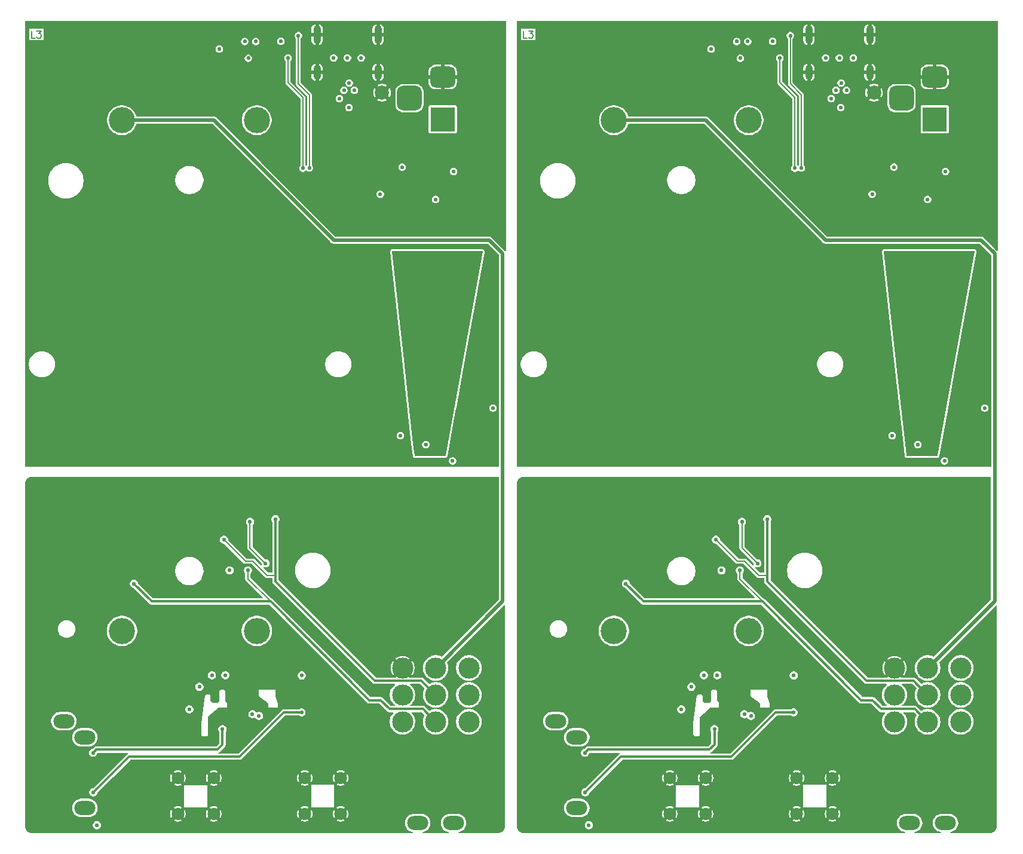
<source format=gbr>
%TF.GenerationSoftware,KiCad,Pcbnew,9.0.2+dfsg-1*%
%TF.CreationDate,2025-07-12T21:44:10+01:00*%
%TF.ProjectId,low-noise-power-probe-panel,6c6f772d-6e6f-4697-9365-2d706f776572,rev?*%
%TF.SameCoordinates,Original*%
%TF.FileFunction,Copper,L3,Inr*%
%TF.FilePolarity,Positive*%
%FSLAX46Y46*%
G04 Gerber Fmt 4.6, Leading zero omitted, Abs format (unit mm)*
G04 Created by KiCad (PCBNEW 9.0.2+dfsg-1) date 2025-07-12 21:44:10*
%MOMM*%
%LPD*%
G01*
G04 APERTURE LIST*
G04 Aperture macros list*
%AMRoundRect*
0 Rectangle with rounded corners*
0 $1 Rounding radius*
0 $2 $3 $4 $5 $6 $7 $8 $9 X,Y pos of 4 corners*
0 Add a 4 corners polygon primitive as box body*
4,1,4,$2,$3,$4,$5,$6,$7,$8,$9,$2,$3,0*
0 Add four circle primitives for the rounded corners*
1,1,$1+$1,$2,$3*
1,1,$1+$1,$4,$5*
1,1,$1+$1,$6,$7*
1,1,$1+$1,$8,$9*
0 Add four rect primitives between the rounded corners*
20,1,$1+$1,$2,$3,$4,$5,0*
20,1,$1+$1,$4,$5,$6,$7,0*
20,1,$1+$1,$6,$7,$8,$9,0*
20,1,$1+$1,$8,$9,$2,$3,0*%
G04 Aperture macros list end*
%ADD10C,0.150000*%
%TA.AperFunction,NonConductor*%
%ADD11C,0.150000*%
%TD*%
%TA.AperFunction,ComponentPad*%
%ADD12C,1.800000*%
%TD*%
%TA.AperFunction,ComponentPad*%
%ADD13C,3.700000*%
%TD*%
%TA.AperFunction,ComponentPad*%
%ADD14O,1.100000X2.100000*%
%TD*%
%TA.AperFunction,ComponentPad*%
%ADD15O,1.100000X2.600000*%
%TD*%
%TA.AperFunction,ComponentPad*%
%ADD16O,3.000000X2.000000*%
%TD*%
%TA.AperFunction,ComponentPad*%
%ADD17C,3.000000*%
%TD*%
%TA.AperFunction,ComponentPad*%
%ADD18R,3.500000X3.500000*%
%TD*%
%TA.AperFunction,ComponentPad*%
%ADD19RoundRect,0.750000X-1.000000X0.750000X-1.000000X-0.750000X1.000000X-0.750000X1.000000X0.750000X0*%
%TD*%
%TA.AperFunction,ComponentPad*%
%ADD20RoundRect,0.875000X-0.875000X0.875000X-0.875000X-0.875000X0.875000X-0.875000X0.875000X0.875000X0*%
%TD*%
%TA.AperFunction,ComponentPad*%
%ADD21C,2.000000*%
%TD*%
%TA.AperFunction,ViaPad*%
%ADD22C,0.550000*%
%TD*%
%TA.AperFunction,Conductor*%
%ADD23C,0.300000*%
%TD*%
%TA.AperFunction,Conductor*%
%ADD24C,0.152000*%
%TD*%
%TA.AperFunction,Conductor*%
%ADD25C,0.157000*%
%TD*%
%TA.AperFunction,Conductor*%
%ADD26C,0.500000*%
%TD*%
G04 APERTURE END LIST*
D10*
D11*
X211733333Y-27254819D02*
X211257143Y-27254819D01*
X211257143Y-27254819D02*
X211257143Y-26254819D01*
X211971429Y-26254819D02*
X212590476Y-26254819D01*
X212590476Y-26254819D02*
X212257143Y-26635771D01*
X212257143Y-26635771D02*
X212400000Y-26635771D01*
X212400000Y-26635771D02*
X212495238Y-26683390D01*
X212495238Y-26683390D02*
X212542857Y-26731009D01*
X212542857Y-26731009D02*
X212590476Y-26826247D01*
X212590476Y-26826247D02*
X212590476Y-27064342D01*
X212590476Y-27064342D02*
X212542857Y-27159580D01*
X212542857Y-27159580D02*
X212495238Y-27207200D01*
X212495238Y-27207200D02*
X212400000Y-27254819D01*
X212400000Y-27254819D02*
X212114286Y-27254819D01*
X212114286Y-27254819D02*
X212019048Y-27207200D01*
X212019048Y-27207200D02*
X211971429Y-27159580D01*
D10*
D11*
X142033333Y-27254819D02*
X141557143Y-27254819D01*
X141557143Y-27254819D02*
X141557143Y-26254819D01*
X142271429Y-26254819D02*
X142890476Y-26254819D01*
X142890476Y-26254819D02*
X142557143Y-26635771D01*
X142557143Y-26635771D02*
X142700000Y-26635771D01*
X142700000Y-26635771D02*
X142795238Y-26683390D01*
X142795238Y-26683390D02*
X142842857Y-26731009D01*
X142842857Y-26731009D02*
X142890476Y-26826247D01*
X142890476Y-26826247D02*
X142890476Y-27064342D01*
X142890476Y-27064342D02*
X142842857Y-27159580D01*
X142842857Y-27159580D02*
X142795238Y-27207200D01*
X142795238Y-27207200D02*
X142700000Y-27254819D01*
X142700000Y-27254819D02*
X142414286Y-27254819D01*
X142414286Y-27254819D02*
X142319048Y-27207200D01*
X142319048Y-27207200D02*
X142271429Y-27159580D01*
D12*
%TO.N,Board_0-/PROBE_VGND*%
%TO.C,J2*%
X185340000Y-137165000D03*
X185340000Y-132085000D03*
X180260000Y-137165000D03*
X180260000Y-132085000D03*
%TD*%
D13*
%TO.N,Board_0-Net-(BT1A-+)*%
%TO.C,BT1*%
X154350000Y-111250000D03*
%TO.N,Board_0-/MID_BAT_D*%
X154350000Y-38900000D03*
%TO.N,Board_0-/-V_BAT_D*%
X173450000Y-111250000D03*
%TO.N,Board_0-Net-(BT1B-+)*%
X173450000Y-38900000D03*
%TD*%
D12*
%TO.N,Board_1-/PROBE_VGND*%
%TO.C,J1*%
X237040000Y-137165000D03*
X237040000Y-132085000D03*
X231960000Y-137165000D03*
X231960000Y-132085000D03*
%TD*%
D14*
%TO.N,Board_0-/USB_VGND*%
%TO.C,J4*%
X190629483Y-32125000D03*
D15*
X190629483Y-26765000D03*
D14*
X181989483Y-32125000D03*
D15*
X181989483Y-26765000D03*
%TD*%
D16*
%TO.N,Board_1-Net-(R16-Pad2)*%
%TO.C,RV1*%
X218800000Y-136325000D03*
%TO.N,Board_1-Net-(R25-Pad1)*%
X215800000Y-124025000D03*
%TO.N,Board_1-Net-(R17-Pad1)*%
X218800000Y-126325000D03*
%TD*%
D12*
%TO.N,Board_1-/PROBE_VGND*%
%TO.C,J2*%
X255040000Y-137165000D03*
X255040000Y-132085000D03*
X249960000Y-137165000D03*
X249960000Y-132085000D03*
%TD*%
D13*
%TO.N,Board_1-Net-(BT1A-+)*%
%TO.C,BT1*%
X224050000Y-111250000D03*
%TO.N,Board_1-/MID_BAT_D*%
X224050000Y-38900000D03*
%TO.N,Board_1-/-V_BAT_D*%
X243150000Y-111250000D03*
%TO.N,Board_1-Net-(BT1B-+)*%
X243150000Y-38900000D03*
%TD*%
D14*
%TO.N,Board_1-/USB_VGND*%
%TO.C,J4*%
X260329483Y-32125000D03*
D15*
X260329483Y-26765000D03*
D14*
X251689483Y-32125000D03*
D15*
X251689483Y-26765000D03*
%TD*%
D17*
%TO.N,Board_1-/+V_BATCHG*%
%TO.C,SW1*%
X273200000Y-124120000D03*
%TO.N,Board_1-/+V_BAT_D*%
X268500000Y-124120000D03*
%TO.N,Board_1-/+V_BAT*%
X263800000Y-124120000D03*
%TO.N,Board_1-/USB_VGND*%
X273200000Y-120310000D03*
%TO.N,Board_1-/-V_BAT_L*%
X268500000Y-120310000D03*
%TO.N,Board_1-/-V_BAT*%
X263800000Y-120310000D03*
%TO.N,Board_1-/MID_BATCHG*%
X273200000Y-116500000D03*
%TO.N,Board_1-/MID_BAT_D*%
X268500000Y-116500000D03*
%TO.N,Board_1-/PROBE_VGND*%
X263800000Y-116500000D03*
D16*
%TO.N,N/C*%
X265960000Y-138470000D03*
X271040000Y-138470000D03*
%TD*%
D17*
%TO.N,Board_0-/+V_BATCHG*%
%TO.C,SW1*%
X203500000Y-124120000D03*
%TO.N,Board_0-/+V_BAT_D*%
X198800000Y-124120000D03*
%TO.N,Board_0-/+V_BAT*%
X194100000Y-124120000D03*
%TO.N,Board_0-/USB_VGND*%
X203500000Y-120310000D03*
%TO.N,Board_0-/-V_BAT_L*%
X198800000Y-120310000D03*
%TO.N,Board_0-/-V_BAT*%
X194100000Y-120310000D03*
%TO.N,Board_0-/MID_BATCHG*%
X203500000Y-116500000D03*
%TO.N,Board_0-/MID_BAT_D*%
X198800000Y-116500000D03*
%TO.N,Board_0-/PROBE_VGND*%
X194100000Y-116500000D03*
D16*
%TO.N,N/C*%
X196260000Y-138470000D03*
X201340000Y-138470000D03*
%TD*%
%TO.N,Board_0-Net-(R16-Pad2)*%
%TO.C,RV1*%
X149100000Y-136325000D03*
%TO.N,Board_0-Net-(R25-Pad1)*%
X146100000Y-124025000D03*
%TO.N,Board_0-Net-(R17-Pad1)*%
X149100000Y-126325000D03*
%TD*%
D18*
%TO.N,Board_1-Net-(F1-Pad1)*%
%TO.C,J3*%
X269500000Y-38775000D03*
D19*
%TO.N,Board_1-/USB_VGND*%
X269500000Y-32775000D03*
D20*
%TO.N,Board_1-unconnected-(J3-Pad3)*%
X264800000Y-35775000D03*
%TD*%
D18*
%TO.N,Board_0-Net-(F1-Pad1)*%
%TO.C,J3*%
X199800000Y-38775000D03*
D19*
%TO.N,Board_0-/USB_VGND*%
X199800000Y-32775000D03*
D20*
%TO.N,Board_0-unconnected-(J3-Pad3)*%
X195100000Y-35775000D03*
%TD*%
D12*
%TO.N,Board_0-/PROBE_VGND*%
%TO.C,J1*%
X167340000Y-137165000D03*
X167340000Y-132085000D03*
X162260000Y-137165000D03*
X162260000Y-132085000D03*
%TD*%
D21*
%TO.N,Board_0-/USB_VGND*%
%TO.C,TP21*%
X191200000Y-35000000D03*
%TD*%
%TO.N,Board_1-/USB_VGND*%
%TO.C,TP21*%
X260900000Y-35000000D03*
%TD*%
D22*
%TO.N,Board_0-+2V5*%
X173763644Y-123299233D03*
X168590000Y-125175000D03*
X150250000Y-128525000D03*
%TO.N,Board_0--2V5*%
X179800000Y-122795000D03*
X150300000Y-134125000D03*
X172836356Y-123050767D03*
%TO.N,Board_0-/+V_BAT*%
X167100000Y-117537500D03*
X169000000Y-117537500D03*
%TO.N,Board_0-/+V_BATCHG*%
X201200000Y-87175000D03*
X193800000Y-83575000D03*
%TO.N,Board_0-/+V_BAT_D*%
X172200000Y-102685000D03*
X156050000Y-104575000D03*
%TO.N,Board_0-/-V_BAT*%
X179825000Y-117562500D03*
%TO.N,Board_0-/-V_BAT_L*%
X176090000Y-95425000D03*
X168800000Y-98325000D03*
%TO.N,Board_0-/CHARGE_STAT*%
X177875000Y-30100000D03*
X180000000Y-45700000D03*
%TO.N,Board_0-/MID_BATCHG*%
X206900000Y-79675000D03*
%TO.N,Board_0-/MID_BAT_D*%
X169600000Y-102685000D03*
%TO.N,Board_0-/PROBE_VGND*%
X207400000Y-96825000D03*
X156600000Y-132950000D03*
X142800000Y-106825000D03*
X198000000Y-111275000D03*
X178065476Y-91825000D03*
X187200000Y-117075000D03*
X159850000Y-130300000D03*
X147100000Y-132625000D03*
X194700000Y-130325000D03*
X198065476Y-106825000D03*
X173065476Y-91825000D03*
X173450000Y-130300000D03*
X203065476Y-136475000D03*
X148065476Y-106825000D03*
X173450000Y-135750000D03*
X183065476Y-96825000D03*
X172600000Y-117818413D03*
X188000000Y-111225000D03*
X169984524Y-135775000D03*
X169984524Y-138700000D03*
X142800000Y-101825000D03*
X207400000Y-111825000D03*
X153065476Y-96825000D03*
X191050000Y-130300000D03*
X188065476Y-91825000D03*
X163065476Y-96825000D03*
X163050000Y-111775000D03*
X173450000Y-132950000D03*
X172800000Y-125155000D03*
X191500000Y-125125000D03*
X170837500Y-121825000D03*
X156550000Y-122325000D03*
X198065476Y-101825000D03*
X203065476Y-96825000D03*
X142800000Y-111825000D03*
X153065476Y-91825000D03*
X142800000Y-91825000D03*
X183065476Y-91825000D03*
X193065476Y-106825000D03*
X188065476Y-96825000D03*
X159850000Y-132950000D03*
X187634524Y-135775000D03*
X173450000Y-138675000D03*
X163065476Y-91825000D03*
X145800000Y-135775000D03*
X142750000Y-123700000D03*
X191500000Y-122825000D03*
X207400000Y-101825000D03*
X178037500Y-121825000D03*
X145800000Y-119125000D03*
X145800000Y-114775000D03*
X169550000Y-125175000D03*
X177100000Y-132975000D03*
X192100000Y-111225000D03*
X205800000Y-134500000D03*
X176710000Y-125175000D03*
X177100000Y-138700000D03*
X148065476Y-91825000D03*
X169984524Y-132975000D03*
X207400000Y-126825000D03*
X182400000Y-125575000D03*
X168050000Y-117537500D03*
X179800000Y-123755000D03*
X177100000Y-135775000D03*
X203065476Y-106825000D03*
X198065476Y-91825000D03*
X151500000Y-122875000D03*
X181900000Y-117500000D03*
X158050000Y-111775000D03*
X150800000Y-114775000D03*
X197700000Y-136900000D03*
X188065476Y-101825000D03*
X158065476Y-96825000D03*
X142750000Y-138700000D03*
X148065476Y-101825000D03*
X156600000Y-135750000D03*
X207400000Y-136825000D03*
X158300000Y-118750000D03*
X193065476Y-91825000D03*
X158065476Y-91825000D03*
X188065476Y-106775000D03*
X170000000Y-130325000D03*
X163000000Y-116575000D03*
X150775000Y-130475000D03*
X169050000Y-114375000D03*
X177100000Y-130325000D03*
X203065476Y-101825000D03*
X156600000Y-138675000D03*
X178050000Y-111775000D03*
X187634524Y-132975000D03*
X148065476Y-96825000D03*
X181900000Y-115625000D03*
X187650000Y-130325000D03*
X207400000Y-91825000D03*
X159850000Y-135750000D03*
X148700000Y-122875000D03*
X187634524Y-138700000D03*
X182000000Y-124375000D03*
X142750000Y-128700000D03*
X191050000Y-132950000D03*
X158000000Y-116575000D03*
X200600000Y-131100000D03*
X168050000Y-111775000D03*
X203065476Y-91825000D03*
X182000000Y-123175000D03*
X153065476Y-101825000D03*
X177950000Y-117825000D03*
X177875000Y-114375000D03*
X204800000Y-126700000D03*
X191050000Y-135750000D03*
X201200000Y-125700000D03*
X193065476Y-96825000D03*
X177945000Y-115975000D03*
X174800000Y-117825000D03*
X158065476Y-101825000D03*
X191800000Y-127525000D03*
X168065476Y-91825000D03*
X142800000Y-96825000D03*
X200400000Y-136550000D03*
X191800000Y-119325000D03*
X207400000Y-106825000D03*
X198065476Y-96825000D03*
X183050000Y-106775000D03*
X194700000Y-135775000D03*
X191050000Y-138675000D03*
X194700000Y-132975000D03*
X163725439Y-120775000D03*
X153550000Y-129025000D03*
X202800000Y-131100000D03*
X159850000Y-138675000D03*
X150800000Y-119125000D03*
X148065476Y-111825000D03*
X193065476Y-101825000D03*
%TO.N,Board_0-/USB_CC1*%
X187300000Y-34675000D03*
X186500000Y-37100000D03*
%TO.N,Board_0-/USB_CC2*%
X184350000Y-30075004D03*
X185150000Y-35850000D03*
%TO.N,Board_0-/USB_D+*%
X186299994Y-30075000D03*
X186546037Y-33621037D03*
%TO.N,Board_0-/USB_D-*%
X185800000Y-34675000D03*
X188250000Y-30075000D03*
%TO.N,Board_0-/USB_VBUS*%
X168145000Y-28830000D03*
X172250000Y-30125000D03*
X194050000Y-45545000D03*
%TO.N,Board_0-/USB_VGND*%
X173065476Y-61825000D03*
X148065476Y-41825000D03*
X187800000Y-46950000D03*
X153065476Y-56825000D03*
X207400000Y-36825000D03*
X183300000Y-33450000D03*
X148065476Y-86825000D03*
X205300000Y-85400000D03*
X193200000Y-79700000D03*
X168065476Y-51825000D03*
X173065476Y-76825000D03*
X190250000Y-30400000D03*
X142800000Y-31825000D03*
X207400000Y-31825000D03*
X163065476Y-66825000D03*
X163065476Y-81825000D03*
X197200000Y-31375000D03*
X148065476Y-61825000D03*
X168065476Y-41825000D03*
X178065476Y-86825000D03*
X142800000Y-56825000D03*
X142800000Y-61825000D03*
X178065476Y-71825000D03*
X142800000Y-66825000D03*
X173065476Y-71825000D03*
X207400000Y-26825000D03*
X189300000Y-33400000D03*
X194950000Y-53100000D03*
X153065476Y-86825000D03*
X153065476Y-66825000D03*
X168065476Y-81825000D03*
X203065476Y-56825000D03*
X194600000Y-82500000D03*
X158065476Y-61825000D03*
X188065476Y-86825000D03*
X148065476Y-71825000D03*
X153065476Y-26825000D03*
X142800000Y-46825000D03*
X173065476Y-46825000D03*
X158065476Y-71825000D03*
X168065476Y-61825000D03*
X168065476Y-66825000D03*
X192400000Y-74600000D03*
X173065476Y-86825000D03*
X178065476Y-51825000D03*
X168065476Y-71825000D03*
X198065476Y-26825000D03*
X153065476Y-61825000D03*
X192400000Y-71600000D03*
X153065476Y-46825000D03*
X148065476Y-26825000D03*
X163065476Y-76825000D03*
X142800000Y-36825000D03*
X153065476Y-71825000D03*
X142800000Y-41825000D03*
X193065476Y-31825000D03*
X158065476Y-51825000D03*
X158065476Y-46825000D03*
X207400000Y-61825000D03*
X198065476Y-56825000D03*
X163065476Y-71825000D03*
X188065476Y-56825000D03*
X158065476Y-81825000D03*
X203065476Y-31825000D03*
X158065476Y-56825000D03*
X158065476Y-86825000D03*
X197400000Y-84850000D03*
X207400000Y-66825000D03*
X168065476Y-76825000D03*
X203065476Y-26825000D03*
X190200000Y-79600000D03*
X163065476Y-41825000D03*
X178065476Y-81825000D03*
X163065476Y-56825000D03*
X163065476Y-86825000D03*
X207400000Y-42800000D03*
X153065476Y-31825000D03*
X163065476Y-51825000D03*
X163065476Y-61825000D03*
X178065476Y-61825000D03*
X186800000Y-52100000D03*
X188065476Y-76825000D03*
X183065476Y-81825000D03*
X173065476Y-51825000D03*
X172100000Y-41825000D03*
X183065476Y-66825000D03*
X183065476Y-71825000D03*
X188065476Y-71825000D03*
X183065476Y-61825000D03*
X158065476Y-76825000D03*
X148065476Y-66825000D03*
X158065476Y-66825000D03*
X148065476Y-76825000D03*
X178065476Y-56825000D03*
X203065476Y-36825000D03*
X178065476Y-66825000D03*
X193065476Y-26825000D03*
X153065476Y-51825000D03*
X193065476Y-56825000D03*
X142800000Y-76825000D03*
X183065476Y-86825000D03*
X142800000Y-51825000D03*
X178065476Y-76825000D03*
X183065476Y-76825000D03*
X148065476Y-56825000D03*
X168065476Y-56825000D03*
X168065476Y-86825000D03*
X207400000Y-51825000D03*
X148065476Y-31825000D03*
X173065476Y-56825000D03*
X153065476Y-81825000D03*
X142800000Y-86825000D03*
X153065476Y-41825000D03*
X153065476Y-76825000D03*
X183065476Y-41825000D03*
X183065476Y-46825000D03*
X148065476Y-36825000D03*
X142800000Y-81825000D03*
X158065476Y-41825000D03*
X193065476Y-76825000D03*
X182150000Y-30400000D03*
X148065476Y-51825000D03*
X148065476Y-81825000D03*
X173065476Y-66825000D03*
X183065476Y-36825000D03*
X207400000Y-46825000D03*
X198700000Y-35775000D03*
X188065476Y-81825000D03*
X173065476Y-81825000D03*
X188065476Y-66825000D03*
%TO.N,Board_0-/V_UNREG*%
X201450000Y-58825000D03*
X201450000Y-59925000D03*
X180900000Y-45675000D03*
X179350000Y-26925000D03*
X198530000Y-86050000D03*
X197200000Y-75475000D03*
X194153341Y-68431867D03*
X199400000Y-86050000D03*
%TO.N,Board_0-Net-(D1-A)*%
X173320000Y-27755000D03*
%TO.N,Board_0-Net-(D1-K)*%
X171750000Y-27745000D03*
%TO.N,Board_0-Net-(D15-A)*%
X201350000Y-46175000D03*
%TO.N,Board_0-Net-(D3-A)*%
X150800000Y-138775000D03*
X165325000Y-119175000D03*
%TO.N,Board_0-Net-(D5-K)*%
X176860000Y-27735000D03*
%TO.N,Board_0-Net-(Q2-G)*%
X172500000Y-95785000D03*
X174700000Y-101685000D03*
%TO.N,Board_0-Net-(R25-Pad1)*%
X163896500Y-122375000D03*
%TO.N,Board_0-Net-(U6-GATE)*%
X198800000Y-50125000D03*
X190950000Y-49375000D03*
%TO.N,Board_1-+2V5*%
X243463644Y-123299233D03*
X238290000Y-125175000D03*
X219950000Y-128525000D03*
%TO.N,Board_1--2V5*%
X249500000Y-122795000D03*
X242536356Y-123050767D03*
X220000000Y-134125000D03*
%TO.N,Board_1-/+V_BAT*%
X238700000Y-117537500D03*
X236800000Y-117537500D03*
%TO.N,Board_1-/+V_BATCHG*%
X270900000Y-87175000D03*
X263500000Y-83575000D03*
%TO.N,Board_1-/+V_BAT_D*%
X241900000Y-102685000D03*
X225750000Y-104575000D03*
%TO.N,Board_1-/-V_BAT*%
X249525000Y-117562500D03*
%TO.N,Board_1-/-V_BAT_L*%
X245790000Y-95425000D03*
X238500000Y-98325000D03*
%TO.N,Board_1-/CHARGE_STAT*%
X247575000Y-30100000D03*
X249700000Y-45700000D03*
%TO.N,Board_1-/MID_BATCHG*%
X276600000Y-79675000D03*
%TO.N,Board_1-/MID_BAT_D*%
X239300000Y-102685000D03*
%TO.N,Board_1-/PROBE_VGND*%
X264400000Y-132975000D03*
X217765476Y-91825000D03*
X247650000Y-117825000D03*
X247737500Y-121825000D03*
X229550000Y-138675000D03*
X270300000Y-131100000D03*
X232765476Y-96825000D03*
X242300000Y-117818413D03*
X239700000Y-130325000D03*
X239684524Y-138700000D03*
X239684524Y-132975000D03*
X237750000Y-117537500D03*
X217765476Y-111825000D03*
X223250000Y-129025000D03*
X229550000Y-135750000D03*
X215500000Y-119125000D03*
X256900000Y-117075000D03*
X261200000Y-122825000D03*
X227700000Y-116575000D03*
X212450000Y-128700000D03*
X247765476Y-91825000D03*
X226300000Y-132950000D03*
X220500000Y-114775000D03*
X217765476Y-96825000D03*
X264400000Y-130325000D03*
X246800000Y-138700000D03*
X252750000Y-106775000D03*
X217765476Y-101825000D03*
X260750000Y-132950000D03*
X272500000Y-131100000D03*
X267765476Y-106825000D03*
X226250000Y-122325000D03*
X267765476Y-101825000D03*
X277100000Y-101825000D03*
X257700000Y-111225000D03*
X220500000Y-119125000D03*
X252765476Y-91825000D03*
X226300000Y-138675000D03*
X212500000Y-111825000D03*
X270900000Y-125700000D03*
X246800000Y-130325000D03*
X272765476Y-106825000D03*
X212500000Y-96825000D03*
X262765476Y-96825000D03*
X216800000Y-132625000D03*
X232700000Y-116575000D03*
X239684524Y-135775000D03*
X246800000Y-132975000D03*
X277100000Y-106825000D03*
X243150000Y-130300000D03*
X229550000Y-130300000D03*
X277100000Y-96825000D03*
X239250000Y-125175000D03*
X238750000Y-114375000D03*
X232750000Y-111775000D03*
X246800000Y-135775000D03*
X264400000Y-135775000D03*
X243150000Y-135750000D03*
X242765476Y-91825000D03*
X242500000Y-125155000D03*
X215500000Y-114775000D03*
X277100000Y-126825000D03*
X262765476Y-106825000D03*
X257334524Y-138700000D03*
X257765476Y-96825000D03*
X257334524Y-132975000D03*
X260750000Y-138675000D03*
X247750000Y-111775000D03*
X212500000Y-106825000D03*
X228000000Y-118750000D03*
X267400000Y-136900000D03*
X272765476Y-136475000D03*
X237765476Y-91825000D03*
X243150000Y-138675000D03*
X267700000Y-111275000D03*
X257765476Y-101825000D03*
X272765476Y-101825000D03*
X261800000Y-111225000D03*
X240537500Y-121825000D03*
X247575000Y-114375000D03*
X226300000Y-135750000D03*
X260750000Y-130300000D03*
X218400000Y-122875000D03*
X262765476Y-101825000D03*
X221200000Y-122875000D03*
X249500000Y-123755000D03*
X232765476Y-91825000D03*
X237750000Y-111775000D03*
X270100000Y-136550000D03*
X212450000Y-138700000D03*
X262765476Y-91825000D03*
X217765476Y-106825000D03*
X261200000Y-125125000D03*
X257765476Y-106775000D03*
X227750000Y-111775000D03*
X227765476Y-91825000D03*
X251600000Y-117500000D03*
X227765476Y-101825000D03*
X251700000Y-124375000D03*
X246410000Y-125175000D03*
X227765476Y-96825000D03*
X251600000Y-115625000D03*
X243150000Y-132950000D03*
X274500000Y-126700000D03*
X222765476Y-96825000D03*
X260750000Y-135750000D03*
X215500000Y-135775000D03*
X277100000Y-136825000D03*
X257334524Y-135775000D03*
X272765476Y-91825000D03*
X220475000Y-130475000D03*
X277100000Y-91825000D03*
X212500000Y-101825000D03*
X257765476Y-91825000D03*
X229550000Y-132950000D03*
X247645000Y-115975000D03*
X212500000Y-91825000D03*
X252100000Y-125575000D03*
X272765476Y-96825000D03*
X261500000Y-127525000D03*
X212450000Y-123700000D03*
X252765476Y-96825000D03*
X267765476Y-91825000D03*
X222765476Y-91825000D03*
X244500000Y-117825000D03*
X233425439Y-120775000D03*
X261500000Y-119325000D03*
X275500000Y-134500000D03*
X277100000Y-111825000D03*
X267765476Y-96825000D03*
X257350000Y-130325000D03*
X222765476Y-101825000D03*
X251700000Y-123175000D03*
%TO.N,Board_1-/USB_CC1*%
X256200000Y-37100000D03*
X257000000Y-34675000D03*
%TO.N,Board_1-/USB_CC2*%
X254850000Y-35850000D03*
X254050000Y-30075004D03*
%TO.N,Board_1-/USB_D+*%
X256246037Y-33621037D03*
X255999994Y-30075000D03*
%TO.N,Board_1-/USB_D-*%
X257950000Y-30075000D03*
X255500000Y-34675000D03*
%TO.N,Board_1-/USB_VBUS*%
X241950000Y-30125000D03*
X263750000Y-45545000D03*
X237845000Y-28830000D03*
%TO.N,Board_1-/USB_VGND*%
X264650000Y-53100000D03*
X212500000Y-81825000D03*
X222765476Y-61825000D03*
X217765476Y-66825000D03*
X252765476Y-46825000D03*
X247765476Y-56825000D03*
X217765476Y-81825000D03*
X277100000Y-31825000D03*
X237765476Y-71825000D03*
X237765476Y-56825000D03*
X227765476Y-41825000D03*
X237765476Y-76825000D03*
X262765476Y-26825000D03*
X222765476Y-56825000D03*
X212500000Y-66825000D03*
X272765476Y-56825000D03*
X262100000Y-71600000D03*
X241800000Y-41825000D03*
X217765476Y-86825000D03*
X252765476Y-86825000D03*
X257500000Y-46950000D03*
X272765476Y-31825000D03*
X227765476Y-66825000D03*
X217765476Y-71825000D03*
X277100000Y-36825000D03*
X242765476Y-61825000D03*
X227765476Y-71825000D03*
X227765476Y-51825000D03*
X222765476Y-71825000D03*
X232765476Y-71825000D03*
X217765476Y-61825000D03*
X257765476Y-66825000D03*
X277100000Y-66825000D03*
X275000000Y-85400000D03*
X222765476Y-41825000D03*
X262765476Y-31825000D03*
X247765476Y-81825000D03*
X242765476Y-86825000D03*
X227765476Y-76825000D03*
X222765476Y-31825000D03*
X212500000Y-51825000D03*
X222765476Y-86825000D03*
X259000000Y-33400000D03*
X251850000Y-30400000D03*
X237765476Y-86825000D03*
X252765476Y-81825000D03*
X267765476Y-56825000D03*
X227765476Y-61825000D03*
X212500000Y-56825000D03*
X227765476Y-56825000D03*
X252765476Y-66825000D03*
X262100000Y-74600000D03*
X212500000Y-36825000D03*
X247765476Y-86825000D03*
X227765476Y-81825000D03*
X257765476Y-81825000D03*
X222765476Y-76825000D03*
X232765476Y-61825000D03*
X252765476Y-61825000D03*
X256500000Y-52100000D03*
X237765476Y-81825000D03*
X232765476Y-66825000D03*
X247765476Y-51825000D03*
X247765476Y-71825000D03*
X277100000Y-51825000D03*
X277100000Y-26825000D03*
X217765476Y-41825000D03*
X266900000Y-31375000D03*
X242765476Y-66825000D03*
X267100000Y-84850000D03*
X257765476Y-86825000D03*
X222765476Y-46825000D03*
X232765476Y-41825000D03*
X212500000Y-86825000D03*
X259950000Y-30400000D03*
X277100000Y-46825000D03*
X217765476Y-26825000D03*
X242765476Y-46825000D03*
X257765476Y-76825000D03*
X272765476Y-26825000D03*
X242765476Y-76825000D03*
X252765476Y-36825000D03*
X247765476Y-61825000D03*
X242765476Y-56825000D03*
X212500000Y-41825000D03*
X217765476Y-76825000D03*
X264300000Y-82500000D03*
X217765476Y-56825000D03*
X277100000Y-42800000D03*
X222765476Y-81825000D03*
X259900000Y-79600000D03*
X247765476Y-66825000D03*
X222765476Y-51825000D03*
X262900000Y-79700000D03*
X257765476Y-56825000D03*
X277100000Y-61825000D03*
X212500000Y-76825000D03*
X242765476Y-71825000D03*
X232765476Y-51825000D03*
X237765476Y-41825000D03*
X267765476Y-26825000D03*
X237765476Y-66825000D03*
X232765476Y-76825000D03*
X217765476Y-51825000D03*
X242765476Y-51825000D03*
X237765476Y-51825000D03*
X253000000Y-33450000D03*
X262765476Y-56825000D03*
X262765476Y-76825000D03*
X227765476Y-86825000D03*
X217765476Y-36825000D03*
X272765476Y-36825000D03*
X212500000Y-61825000D03*
X252765476Y-76825000D03*
X222765476Y-26825000D03*
X222765476Y-66825000D03*
X212500000Y-31825000D03*
X247765476Y-76825000D03*
X227765476Y-46825000D03*
X268400000Y-35775000D03*
X212500000Y-46825000D03*
X232765476Y-56825000D03*
X242765476Y-81825000D03*
X257765476Y-71825000D03*
X237765476Y-61825000D03*
X252765476Y-71825000D03*
X232765476Y-81825000D03*
X217765476Y-31825000D03*
X252765476Y-41825000D03*
X232765476Y-86825000D03*
%TO.N,Board_1-/V_UNREG*%
X271150000Y-59925000D03*
X269100000Y-86050000D03*
X249050000Y-26925000D03*
X250600000Y-45675000D03*
X271150000Y-58825000D03*
X268230000Y-86050000D03*
X266900000Y-75475000D03*
X263853341Y-68431867D03*
%TO.N,Board_1-Net-(D1-A)*%
X243020000Y-27755000D03*
%TO.N,Board_1-Net-(D1-K)*%
X241450000Y-27745000D03*
%TO.N,Board_1-Net-(D15-A)*%
X271050000Y-46175000D03*
%TO.N,Board_1-Net-(D3-A)*%
X220500000Y-138775000D03*
X235025000Y-119175000D03*
%TO.N,Board_1-Net-(D5-K)*%
X246560000Y-27735000D03*
%TO.N,Board_1-Net-(Q2-G)*%
X242200000Y-95785000D03*
X244400000Y-101685000D03*
%TO.N,Board_1-Net-(R25-Pad1)*%
X233596500Y-122375000D03*
%TO.N,Board_1-Net-(U6-GATE)*%
X268500000Y-50125000D03*
X260650000Y-49375000D03*
%TD*%
D23*
%TO.N,Board_0-+2V5*%
X150700000Y-128075000D02*
X167850000Y-128075000D01*
X168590000Y-127335000D02*
X168590000Y-125175000D01*
X167850000Y-128075000D02*
X168590000Y-127335000D01*
X150250000Y-128525000D02*
X150700000Y-128075000D01*
%TO.N,Board_0--2V5*%
X155350000Y-129075000D02*
X171000000Y-129075000D01*
X177280000Y-122795000D02*
X179800000Y-122795000D01*
X171000000Y-129075000D02*
X177280000Y-122795000D01*
X150300000Y-134125000D02*
X155350000Y-129075000D01*
%TO.N,Board_0-/+V_BAT_D*%
X196999000Y-122319000D02*
X198800000Y-124120000D01*
X192250000Y-122319000D02*
X196999000Y-122319000D01*
X191006000Y-121075000D02*
X192250000Y-122319000D01*
X189400000Y-121075000D02*
X191006000Y-121075000D01*
D24*
X172200000Y-103875000D02*
X172200000Y-102685000D01*
D23*
X156050000Y-104575000D02*
X158550000Y-107075000D01*
X175400000Y-107075000D02*
X189400000Y-121075000D01*
D24*
X172200000Y-103875000D02*
X175400000Y-107075000D01*
D23*
X158550000Y-107075000D02*
X175400000Y-107075000D01*
%TO.N,Board_0-/-V_BAT_L*%
X176100000Y-104225000D02*
X176100000Y-103375000D01*
D25*
X171850000Y-101375000D02*
X172900000Y-101375000D01*
X174900000Y-103375000D02*
X176100000Y-103375000D01*
D23*
X196791000Y-118301000D02*
X190176000Y-118301000D01*
X176100000Y-103375000D02*
X176100000Y-95435000D01*
D25*
X168800000Y-98325000D02*
X171850000Y-101375000D01*
D23*
X176100000Y-95435000D02*
X176090000Y-95425000D01*
D25*
X172900000Y-101375000D02*
X174900000Y-103375000D01*
D23*
X190176000Y-118301000D02*
X176100000Y-104225000D01*
X198800000Y-120310000D02*
X196791000Y-118301000D01*
D25*
%TO.N,Board_0-/CHARGE_STAT*%
X180000000Y-35700000D02*
X177875000Y-33575000D01*
X177875000Y-33575000D02*
X177875000Y-30100000D01*
X180000000Y-45700000D02*
X180000000Y-35700000D01*
D26*
%TO.N,Board_0-/MID_BAT_D*%
X198853233Y-116500000D02*
X208300000Y-107053233D01*
X208300000Y-107053233D02*
X208300000Y-57800000D01*
X184375000Y-55900000D02*
X167375000Y-38900000D01*
X206400000Y-55900000D02*
X184375000Y-55900000D01*
X208300000Y-57800000D02*
X206400000Y-55900000D01*
X167375000Y-38900000D02*
X154350000Y-38900000D01*
D25*
%TO.N,Board_0-/V_UNREG*%
X180900000Y-45675000D02*
X180900000Y-35300000D01*
X179350000Y-33750000D02*
X179350000Y-26925000D01*
X180900000Y-35300000D02*
X179350000Y-33750000D01*
%TO.N,Board_0-Net-(Q2-G)*%
X174700000Y-101685000D02*
X172500000Y-99485000D01*
X172500000Y-99485000D02*
X172500000Y-95785000D01*
D23*
%TO.N,Board_1-+2V5*%
X219950000Y-128525000D02*
X220400000Y-128075000D01*
X220400000Y-128075000D02*
X237550000Y-128075000D01*
X237550000Y-128075000D02*
X238290000Y-127335000D01*
X238290000Y-127335000D02*
X238290000Y-125175000D01*
%TO.N,Board_1--2V5*%
X225050000Y-129075000D02*
X240700000Y-129075000D01*
X246980000Y-122795000D02*
X249500000Y-122795000D01*
X240700000Y-129075000D02*
X246980000Y-122795000D01*
X220000000Y-134125000D02*
X225050000Y-129075000D01*
%TO.N,Board_1-/+V_BAT_D*%
X245100000Y-107075000D02*
X259100000Y-121075000D01*
X260706000Y-121075000D02*
X261950000Y-122319000D01*
X259100000Y-121075000D02*
X260706000Y-121075000D01*
X261950000Y-122319000D02*
X266699000Y-122319000D01*
D24*
X241900000Y-103875000D02*
X241900000Y-102685000D01*
D23*
X225750000Y-104575000D02*
X228250000Y-107075000D01*
D24*
X241900000Y-103875000D02*
X245100000Y-107075000D01*
D23*
X228250000Y-107075000D02*
X245100000Y-107075000D01*
X266699000Y-122319000D02*
X268500000Y-124120000D01*
%TO.N,Board_1-/-V_BAT_L*%
X259876000Y-118301000D02*
X245800000Y-104225000D01*
X266491000Y-118301000D02*
X259876000Y-118301000D01*
X245800000Y-103375000D02*
X245800000Y-95435000D01*
D25*
X242600000Y-101375000D02*
X244600000Y-103375000D01*
D23*
X245800000Y-95435000D02*
X245790000Y-95425000D01*
X268500000Y-120310000D02*
X266491000Y-118301000D01*
X245800000Y-104225000D02*
X245800000Y-103375000D01*
D25*
X244600000Y-103375000D02*
X245800000Y-103375000D01*
X238500000Y-98325000D02*
X241550000Y-101375000D01*
X241550000Y-101375000D02*
X242600000Y-101375000D01*
%TO.N,Board_1-/CHARGE_STAT*%
X249700000Y-35700000D02*
X247575000Y-33575000D01*
X249700000Y-45700000D02*
X249700000Y-35700000D01*
X247575000Y-33575000D02*
X247575000Y-30100000D01*
D26*
%TO.N,Board_1-/MID_BAT_D*%
X254075000Y-55900000D02*
X237075000Y-38900000D01*
X276100000Y-55900000D02*
X254075000Y-55900000D01*
X278000000Y-107053233D02*
X278000000Y-57800000D01*
X278000000Y-57800000D02*
X276100000Y-55900000D01*
X268553233Y-116500000D02*
X278000000Y-107053233D01*
X237075000Y-38900000D02*
X224050000Y-38900000D01*
D25*
%TO.N,Board_1-/V_UNREG*%
X250600000Y-35300000D02*
X249050000Y-33750000D01*
X250600000Y-45675000D02*
X250600000Y-35300000D01*
X249050000Y-33750000D02*
X249050000Y-26925000D01*
%TO.N,Board_1-Net-(Q2-G)*%
X242200000Y-99485000D02*
X242200000Y-95785000D01*
X244400000Y-101685000D02*
X242200000Y-99485000D01*
%TD*%
%TA.AperFunction,Conductor*%
%TO.N,Board_1-/USB_VGND*%
G36*
X267148135Y-84583373D02*
G01*
X267191626Y-84595026D01*
X267215502Y-84604915D01*
X267254494Y-84627428D01*
X267274997Y-84643159D01*
X267306839Y-84675001D01*
X267322572Y-84695506D01*
X267345082Y-84734495D01*
X267354971Y-84758369D01*
X267366626Y-84801862D01*
X267370000Y-84827486D01*
X267370000Y-84872511D01*
X267366626Y-84898136D01*
X267354971Y-84941629D01*
X267345082Y-84965503D01*
X267322572Y-85004492D01*
X267306839Y-85024997D01*
X267274997Y-85056839D01*
X267254492Y-85072572D01*
X267215503Y-85095082D01*
X267191629Y-85104971D01*
X267148136Y-85116626D01*
X267122511Y-85120000D01*
X267077489Y-85120000D01*
X267051865Y-85116626D01*
X267008373Y-85104972D01*
X266984497Y-85095083D01*
X266945503Y-85072570D01*
X266924999Y-85056837D01*
X266893159Y-85024997D01*
X266877428Y-85004494D01*
X266854915Y-84965502D01*
X266845026Y-84941626D01*
X266833373Y-84898134D01*
X266830000Y-84872512D01*
X266830000Y-84827486D01*
X266833373Y-84801864D01*
X266845026Y-84758372D01*
X266854914Y-84734499D01*
X266877430Y-84695500D01*
X266893155Y-84675005D01*
X266925005Y-84643155D01*
X266945500Y-84627430D01*
X266984499Y-84604914D01*
X267008373Y-84595026D01*
X267051866Y-84583373D01*
X267077487Y-84580000D01*
X267122513Y-84580000D01*
X267148135Y-84583373D01*
G37*
%TD.AperFunction*%
%TA.AperFunction,Conductor*%
G36*
X278459191Y-24818907D02*
G01*
X278495155Y-24868407D01*
X278500000Y-24899000D01*
X278500000Y-57353178D01*
X278481093Y-57411369D01*
X278431593Y-57447333D01*
X278370407Y-57447333D01*
X278330996Y-57423182D01*
X278307314Y-57399500D01*
X278052314Y-57144500D01*
X276407314Y-55499500D01*
X276407311Y-55499498D01*
X276407310Y-55499497D01*
X276407309Y-55499496D01*
X276293189Y-55433609D01*
X276293191Y-55433609D01*
X276243799Y-55420375D01*
X276165892Y-55399500D01*
X276165890Y-55399500D01*
X254323322Y-55399500D01*
X254265131Y-55380593D01*
X254253318Y-55370504D01*
X248938631Y-50055817D01*
X267974500Y-50055817D01*
X267974500Y-50194183D01*
X268010312Y-50327836D01*
X268079495Y-50447665D01*
X268177335Y-50545505D01*
X268297164Y-50614688D01*
X268430817Y-50650500D01*
X268430819Y-50650500D01*
X268569181Y-50650500D01*
X268569183Y-50650500D01*
X268702836Y-50614688D01*
X268822665Y-50545505D01*
X268920505Y-50447665D01*
X268989688Y-50327836D01*
X269025500Y-50194183D01*
X269025500Y-50055817D01*
X268989688Y-49922164D01*
X268920505Y-49802335D01*
X268822665Y-49704495D01*
X268702836Y-49635312D01*
X268569183Y-49599500D01*
X268430817Y-49599500D01*
X268297164Y-49635312D01*
X268177335Y-49704495D01*
X268079495Y-49802335D01*
X268010312Y-49922164D01*
X267974500Y-50055817D01*
X248938631Y-50055817D01*
X248252146Y-49369332D01*
X248188631Y-49305817D01*
X260124500Y-49305817D01*
X260124500Y-49444183D01*
X260160312Y-49577836D01*
X260229495Y-49697665D01*
X260327335Y-49795505D01*
X260447164Y-49864688D01*
X260580817Y-49900500D01*
X260580819Y-49900500D01*
X260719181Y-49900500D01*
X260719183Y-49900500D01*
X260852836Y-49864688D01*
X260972665Y-49795505D01*
X261070505Y-49697665D01*
X261139688Y-49577836D01*
X261175500Y-49444183D01*
X261175500Y-49305817D01*
X261139688Y-49172164D01*
X261070505Y-49052335D01*
X260972665Y-48954495D01*
X260852836Y-48885312D01*
X260719183Y-48849500D01*
X260580817Y-48849500D01*
X260447164Y-48885312D01*
X260327335Y-48954495D01*
X260229495Y-49052335D01*
X260160312Y-49172164D01*
X260124500Y-49305817D01*
X248188631Y-49305817D01*
X243857314Y-44974500D01*
X237645140Y-38762326D01*
X241049500Y-38762326D01*
X241049500Y-39037674D01*
X241085440Y-39310666D01*
X241114577Y-39419407D01*
X241156704Y-39576631D01*
X241262074Y-39831016D01*
X241262077Y-39831021D01*
X241399751Y-40069479D01*
X241567372Y-40287928D01*
X241762072Y-40482628D01*
X241980521Y-40650249D01*
X242218979Y-40787923D01*
X242218980Y-40787923D01*
X242218983Y-40787925D01*
X242473368Y-40893295D01*
X242739334Y-40964560D01*
X243012326Y-41000500D01*
X243012327Y-41000500D01*
X243287673Y-41000500D01*
X243287674Y-41000500D01*
X243560666Y-40964560D01*
X243826632Y-40893295D01*
X244081021Y-40787923D01*
X244319479Y-40650249D01*
X244537928Y-40482628D01*
X244732628Y-40287928D01*
X244900249Y-40069479D01*
X245037923Y-39831021D01*
X245143295Y-39576632D01*
X245214560Y-39310666D01*
X245250500Y-39037674D01*
X245250500Y-38762326D01*
X245214560Y-38489334D01*
X245143295Y-38223368D01*
X245037923Y-37968979D01*
X244900249Y-37730521D01*
X244732628Y-37512072D01*
X244537928Y-37317372D01*
X244374341Y-37191848D01*
X244319482Y-37149753D01*
X244081016Y-37012074D01*
X243826631Y-36906704D01*
X243705521Y-36874253D01*
X243560666Y-36835440D01*
X243560659Y-36835439D01*
X243287675Y-36799500D01*
X243287674Y-36799500D01*
X243012326Y-36799500D01*
X243012324Y-36799500D01*
X242739340Y-36835439D01*
X242739338Y-36835439D01*
X242739334Y-36835440D01*
X242638805Y-36862376D01*
X242473368Y-36906704D01*
X242218983Y-37012074D01*
X241980517Y-37149753D01*
X241762075Y-37317369D01*
X241567369Y-37512075D01*
X241399753Y-37730517D01*
X241262074Y-37968983D01*
X241156704Y-38223368D01*
X241129172Y-38326123D01*
X241085440Y-38489334D01*
X241085439Y-38489338D01*
X241085439Y-38489340D01*
X241084102Y-38499500D01*
X241049500Y-38762326D01*
X237645140Y-38762326D01*
X237382314Y-38499500D01*
X237382311Y-38499498D01*
X237382309Y-38499496D01*
X237268189Y-38433609D01*
X237268191Y-38433609D01*
X237218799Y-38420375D01*
X237140892Y-38399500D01*
X237140890Y-38399500D01*
X226166455Y-38399500D01*
X226108264Y-38380593D01*
X226072300Y-38331093D01*
X226070828Y-38326123D01*
X226065454Y-38306070D01*
X226043295Y-38223368D01*
X225937923Y-37968979D01*
X225800249Y-37730521D01*
X225632628Y-37512072D01*
X225437928Y-37317372D01*
X225274341Y-37191848D01*
X225219482Y-37149753D01*
X224981016Y-37012074D01*
X224726631Y-36906704D01*
X224605521Y-36874253D01*
X224460666Y-36835440D01*
X224460659Y-36835439D01*
X224187675Y-36799500D01*
X224187674Y-36799500D01*
X223912326Y-36799500D01*
X223912324Y-36799500D01*
X223639340Y-36835439D01*
X223639338Y-36835439D01*
X223639334Y-36835440D01*
X223538805Y-36862376D01*
X223373368Y-36906704D01*
X223118983Y-37012074D01*
X222880517Y-37149753D01*
X222662075Y-37317369D01*
X222467369Y-37512075D01*
X222299753Y-37730517D01*
X222162074Y-37968983D01*
X222056704Y-38223368D01*
X222029172Y-38326123D01*
X221985440Y-38489334D01*
X221985439Y-38489338D01*
X221985439Y-38489340D01*
X221984102Y-38499500D01*
X221949500Y-38762326D01*
X221949500Y-39037674D01*
X221985440Y-39310666D01*
X222014577Y-39419407D01*
X222056704Y-39576631D01*
X222162074Y-39831016D01*
X222162077Y-39831021D01*
X222299751Y-40069479D01*
X222467372Y-40287928D01*
X222662072Y-40482628D01*
X222880521Y-40650249D01*
X223118979Y-40787923D01*
X223118980Y-40787923D01*
X223118983Y-40787925D01*
X223373368Y-40893295D01*
X223639334Y-40964560D01*
X223912326Y-41000500D01*
X223912327Y-41000500D01*
X224187673Y-41000500D01*
X224187674Y-41000500D01*
X224460666Y-40964560D01*
X224726632Y-40893295D01*
X224981021Y-40787923D01*
X225219479Y-40650249D01*
X225437928Y-40482628D01*
X225632628Y-40287928D01*
X225800249Y-40069479D01*
X225937923Y-39831021D01*
X226043295Y-39576632D01*
X226070828Y-39473877D01*
X226104152Y-39422562D01*
X226161274Y-39400636D01*
X226166455Y-39400500D01*
X236826678Y-39400500D01*
X236884869Y-39419407D01*
X236896682Y-39429496D01*
X253674500Y-56207314D01*
X253674499Y-56207314D01*
X253767685Y-56300499D01*
X253767690Y-56300503D01*
X253881810Y-56366390D01*
X253881808Y-56366390D01*
X253881812Y-56366391D01*
X253881814Y-56366392D01*
X254009108Y-56400500D01*
X275851678Y-56400500D01*
X275909869Y-56419407D01*
X275921682Y-56429496D01*
X277470504Y-57978318D01*
X277498281Y-58032835D01*
X277499500Y-58048322D01*
X277499500Y-87901000D01*
X277480593Y-87959191D01*
X277431093Y-87995155D01*
X277400500Y-88000000D01*
X210399000Y-88000000D01*
X210340809Y-87981093D01*
X210304845Y-87931593D01*
X210300000Y-87901000D01*
X210300000Y-87105817D01*
X270374500Y-87105817D01*
X270374500Y-87244183D01*
X270410312Y-87377836D01*
X270479495Y-87497665D01*
X270577335Y-87595505D01*
X270697164Y-87664688D01*
X270830817Y-87700500D01*
X270830819Y-87700500D01*
X270969181Y-87700500D01*
X270969183Y-87700500D01*
X271102836Y-87664688D01*
X271222665Y-87595505D01*
X271320505Y-87497665D01*
X271389688Y-87377836D01*
X271425500Y-87244183D01*
X271425500Y-87105817D01*
X271389688Y-86972164D01*
X271320505Y-86852335D01*
X271222665Y-86754495D01*
X271102836Y-86685312D01*
X270969183Y-86649500D01*
X270830817Y-86649500D01*
X270697164Y-86685312D01*
X270577335Y-86754495D01*
X270479495Y-86852335D01*
X270410312Y-86972164D01*
X270374500Y-87105817D01*
X210300000Y-87105817D01*
X210300000Y-83505817D01*
X262974500Y-83505817D01*
X262974500Y-83644183D01*
X263010312Y-83777836D01*
X263079495Y-83897665D01*
X263177335Y-83995505D01*
X263297164Y-84064688D01*
X263430817Y-84100500D01*
X263430819Y-84100500D01*
X263569181Y-84100500D01*
X263569183Y-84100500D01*
X263702836Y-84064688D01*
X263822665Y-83995505D01*
X263920505Y-83897665D01*
X263989688Y-83777836D01*
X264025500Y-83644183D01*
X264025500Y-83505817D01*
X263989688Y-83372164D01*
X263920505Y-83252335D01*
X263822665Y-83154495D01*
X263702836Y-83085312D01*
X263569183Y-83049500D01*
X263430817Y-83049500D01*
X263297164Y-83085312D01*
X263177335Y-83154495D01*
X263079495Y-83252335D01*
X263010312Y-83372164D01*
X262974500Y-83505817D01*
X210300000Y-83505817D01*
X210300000Y-73353710D01*
X210849500Y-73353710D01*
X210849500Y-73596289D01*
X210881161Y-73836781D01*
X210881161Y-73836786D01*
X210943944Y-74071092D01*
X210943948Y-74071105D01*
X211036772Y-74295204D01*
X211036774Y-74295208D01*
X211036776Y-74295212D01*
X211158064Y-74505289D01*
X211158066Y-74505292D01*
X211305729Y-74697731D01*
X211305731Y-74697733D01*
X211305735Y-74697738D01*
X211477262Y-74869265D01*
X211477266Y-74869268D01*
X211477268Y-74869270D01*
X211669707Y-75016933D01*
X211669711Y-75016936D01*
X211879788Y-75138224D01*
X212103900Y-75231054D01*
X212338211Y-75293838D01*
X212578712Y-75325500D01*
X212578713Y-75325500D01*
X212821287Y-75325500D01*
X212821288Y-75325500D01*
X213061789Y-75293838D01*
X213296100Y-75231054D01*
X213520212Y-75138224D01*
X213730289Y-75016936D01*
X213922738Y-74869265D01*
X214094265Y-74697738D01*
X214241936Y-74505289D01*
X214363224Y-74295212D01*
X214456054Y-74071100D01*
X214518838Y-73836789D01*
X214550500Y-73596288D01*
X214550500Y-73353712D01*
X214550500Y-73353710D01*
X252849500Y-73353710D01*
X252849500Y-73596289D01*
X252881161Y-73836781D01*
X252881161Y-73836786D01*
X252943944Y-74071092D01*
X252943948Y-74071105D01*
X253036772Y-74295204D01*
X253036774Y-74295208D01*
X253036776Y-74295212D01*
X253158064Y-74505289D01*
X253158066Y-74505292D01*
X253305729Y-74697731D01*
X253305731Y-74697733D01*
X253305735Y-74697738D01*
X253477262Y-74869265D01*
X253477266Y-74869268D01*
X253477268Y-74869270D01*
X253669707Y-75016933D01*
X253669711Y-75016936D01*
X253879788Y-75138224D01*
X254103900Y-75231054D01*
X254338211Y-75293838D01*
X254578712Y-75325500D01*
X254578713Y-75325500D01*
X254821287Y-75325500D01*
X254821288Y-75325500D01*
X255061789Y-75293838D01*
X255296100Y-75231054D01*
X255520212Y-75138224D01*
X255730289Y-75016936D01*
X255922738Y-74869265D01*
X256094265Y-74697738D01*
X256241936Y-74505289D01*
X256363224Y-74295212D01*
X256456054Y-74071100D01*
X256518838Y-73836789D01*
X256550500Y-73596288D01*
X256550500Y-73353712D01*
X256518838Y-73113211D01*
X256456054Y-72878900D01*
X256363224Y-72654788D01*
X256241936Y-72444711D01*
X256094265Y-72252262D01*
X255922738Y-72080735D01*
X255922733Y-72080731D01*
X255922731Y-72080729D01*
X255730292Y-71933066D01*
X255730289Y-71933064D01*
X255520212Y-71811776D01*
X255520208Y-71811774D01*
X255520204Y-71811772D01*
X255296105Y-71718948D01*
X255296104Y-71718947D01*
X255296100Y-71718946D01*
X255061789Y-71656162D01*
X255061786Y-71656161D01*
X255061784Y-71656161D01*
X254821289Y-71624500D01*
X254821288Y-71624500D01*
X254578712Y-71624500D01*
X254578710Y-71624500D01*
X254338218Y-71656161D01*
X254338213Y-71656161D01*
X254103907Y-71718944D01*
X254103894Y-71718948D01*
X253879795Y-71811772D01*
X253669707Y-71933066D01*
X253477268Y-72080729D01*
X253305729Y-72252268D01*
X253158066Y-72444707D01*
X253036772Y-72654795D01*
X252943948Y-72878894D01*
X252943944Y-72878907D01*
X252881161Y-73113213D01*
X252881161Y-73113218D01*
X252849500Y-73353710D01*
X214550500Y-73353710D01*
X214518838Y-73113211D01*
X214456054Y-72878900D01*
X214363224Y-72654788D01*
X214241936Y-72444711D01*
X214094265Y-72252262D01*
X213922738Y-72080735D01*
X213922733Y-72080731D01*
X213922731Y-72080729D01*
X213730292Y-71933066D01*
X213730289Y-71933064D01*
X213520212Y-71811776D01*
X213520208Y-71811774D01*
X213520204Y-71811772D01*
X213296105Y-71718948D01*
X213296104Y-71718947D01*
X213296100Y-71718946D01*
X213061789Y-71656162D01*
X213061786Y-71656161D01*
X213061784Y-71656161D01*
X212821289Y-71624500D01*
X212821288Y-71624500D01*
X212578712Y-71624500D01*
X212578710Y-71624500D01*
X212338218Y-71656161D01*
X212338213Y-71656161D01*
X212103907Y-71718944D01*
X212103894Y-71718948D01*
X211879795Y-71811772D01*
X211669707Y-71933066D01*
X211477268Y-72080729D01*
X211305729Y-72252268D01*
X211158066Y-72444707D01*
X211036772Y-72654795D01*
X210943948Y-72878894D01*
X210943944Y-72878907D01*
X210881161Y-73113213D01*
X210881161Y-73113218D01*
X210849500Y-73353710D01*
X210300000Y-73353710D01*
X210300000Y-57537747D01*
X262058107Y-57537747D01*
X263834037Y-73687614D01*
X265051440Y-84758372D01*
X265056980Y-84808745D01*
X265056980Y-84808748D01*
X265056979Y-84808748D01*
X265057606Y-84814439D01*
X265057606Y-84814453D01*
X265057608Y-84814453D01*
X265236340Y-86439806D01*
X265240505Y-86465526D01*
X265244739Y-86485243D01*
X265246063Y-86491077D01*
X265269835Y-86542727D01*
X265287742Y-86581635D01*
X265287743Y-86581637D01*
X265287745Y-86581640D01*
X265323675Y-86631160D01*
X265364409Y-86675284D01*
X265364417Y-86675290D01*
X265418535Y-86705644D01*
X265451362Y-86724056D01*
X265509540Y-86743001D01*
X265588487Y-86755557D01*
X269817181Y-86758284D01*
X269834377Y-86757716D01*
X269847669Y-86756828D01*
X269941351Y-86732163D01*
X269996494Y-86705650D01*
X269996500Y-86705645D01*
X269996504Y-86705644D01*
X270010724Y-86696609D01*
X270047192Y-86673440D01*
X270110699Y-86596594D01*
X270139726Y-86542732D01*
X270166174Y-86467298D01*
X271313961Y-80164687D01*
X271415738Y-79605817D01*
X276074500Y-79605817D01*
X276074500Y-79744183D01*
X276110312Y-79877836D01*
X276179495Y-79997665D01*
X276277335Y-80095505D01*
X276397164Y-80164688D01*
X276530817Y-80200500D01*
X276530819Y-80200500D01*
X276669181Y-80200500D01*
X276669183Y-80200500D01*
X276802836Y-80164688D01*
X276922665Y-80095505D01*
X277020505Y-79997665D01*
X277089688Y-79877836D01*
X277125500Y-79744183D01*
X277125500Y-79605817D01*
X277089688Y-79472164D01*
X277020505Y-79352335D01*
X276922665Y-79254495D01*
X276802836Y-79185312D01*
X276669183Y-79149500D01*
X276530817Y-79149500D01*
X276397164Y-79185312D01*
X276277335Y-79254495D01*
X276179495Y-79352335D01*
X276110312Y-79472164D01*
X276074500Y-79605817D01*
X271415738Y-79605817D01*
X271420150Y-79581591D01*
X272309562Y-74697738D01*
X275430107Y-57562514D01*
X275433668Y-57499631D01*
X275430425Y-57451301D01*
X275423938Y-57408761D01*
X275418973Y-57397990D01*
X275382204Y-57318230D01*
X275382201Y-57318226D01*
X275346241Y-57268730D01*
X275346238Y-57268727D01*
X275338969Y-57260864D01*
X275305467Y-57224622D01*
X275218486Y-57175912D01*
X275181088Y-57163761D01*
X275160290Y-57157003D01*
X275081346Y-57144500D01*
X275081343Y-57144500D01*
X262410484Y-57144500D01*
X262410479Y-57144500D01*
X262356771Y-57150210D01*
X262356755Y-57150212D01*
X262316058Y-57158965D01*
X262316055Y-57158966D01*
X262283340Y-57168321D01*
X262197906Y-57219706D01*
X262152635Y-57260865D01*
X262113253Y-57306209D01*
X262074342Y-57397991D01*
X262061909Y-57457895D01*
X262058107Y-57537747D01*
X210300000Y-57537747D01*
X210300000Y-47334573D01*
X213599500Y-47334573D01*
X213599500Y-47615426D01*
X213630944Y-47894507D01*
X213693440Y-48168319D01*
X213786198Y-48433406D01*
X213786199Y-48433409D01*
X213908047Y-48686430D01*
X213908051Y-48686437D01*
X213908055Y-48686445D01*
X214057477Y-48924248D01*
X214232584Y-49143825D01*
X214431175Y-49342416D01*
X214650752Y-49517523D01*
X214888555Y-49666945D01*
X214888566Y-49666950D01*
X214888569Y-49666952D01*
X215109962Y-49773569D01*
X215141592Y-49788801D01*
X215406682Y-49881560D01*
X215680491Y-49944055D01*
X215959575Y-49975500D01*
X215959576Y-49975500D01*
X216240424Y-49975500D01*
X216240425Y-49975500D01*
X216519509Y-49944055D01*
X216793318Y-49881560D01*
X217058408Y-49788801D01*
X217311445Y-49666945D01*
X217549248Y-49517523D01*
X217768825Y-49342416D01*
X217967416Y-49143825D01*
X218142523Y-48924248D01*
X218291945Y-48686445D01*
X218413801Y-48433408D01*
X218506560Y-48168318D01*
X218569055Y-47894509D01*
X218600500Y-47615425D01*
X218600500Y-47334575D01*
X218590281Y-47243879D01*
X231599500Y-47243879D01*
X231599500Y-47506120D01*
X231613890Y-47615424D01*
X231633730Y-47766116D01*
X231668132Y-47894507D01*
X231701600Y-48019411D01*
X231701604Y-48019424D01*
X231801953Y-48261689D01*
X231801955Y-48261693D01*
X231801957Y-48261697D01*
X231933076Y-48488803D01*
X232092718Y-48696851D01*
X232278149Y-48882282D01*
X232486197Y-49041924D01*
X232713303Y-49173043D01*
X232955581Y-49273398D01*
X233208884Y-49341270D01*
X233468880Y-49375500D01*
X233468881Y-49375500D01*
X233731119Y-49375500D01*
X233731120Y-49375500D01*
X233991116Y-49341270D01*
X234244419Y-49273398D01*
X234486697Y-49173043D01*
X234713803Y-49041924D01*
X234921851Y-48882282D01*
X235107282Y-48696851D01*
X235266924Y-48488803D01*
X235398043Y-48261697D01*
X235498398Y-48019419D01*
X235566270Y-47766116D01*
X235600500Y-47506120D01*
X235600500Y-47243880D01*
X235566270Y-46983884D01*
X235498398Y-46730581D01*
X235401921Y-46497665D01*
X235398046Y-46488310D01*
X235398045Y-46488309D01*
X235398043Y-46488303D01*
X235266924Y-46261197D01*
X235107282Y-46053149D01*
X234921851Y-45867718D01*
X234874085Y-45831066D01*
X234713802Y-45708075D01*
X234579987Y-45630818D01*
X234486697Y-45576957D01*
X234486693Y-45576955D01*
X234486689Y-45576953D01*
X234244424Y-45476604D01*
X234244423Y-45476603D01*
X234244419Y-45476602D01*
X233991116Y-45408730D01*
X233991111Y-45408729D01*
X233991110Y-45408729D01*
X233731120Y-45374500D01*
X233468880Y-45374500D01*
X233468879Y-45374500D01*
X233208889Y-45408729D01*
X233208886Y-45408729D01*
X233208884Y-45408730D01*
X233120259Y-45432477D01*
X232955588Y-45476600D01*
X232955575Y-45476604D01*
X232713310Y-45576953D01*
X232486197Y-45708075D01*
X232278152Y-45867715D01*
X232092715Y-46053152D01*
X231933075Y-46261197D01*
X231801953Y-46488310D01*
X231701604Y-46730575D01*
X231701600Y-46730588D01*
X231633729Y-46983889D01*
X231599500Y-47243879D01*
X218590281Y-47243879D01*
X218569055Y-47055491D01*
X218506560Y-46781682D01*
X218413801Y-46516592D01*
X218291945Y-46263555D01*
X218142523Y-46025752D01*
X217967416Y-45806175D01*
X217768825Y-45607584D01*
X217549248Y-45432477D01*
X217311445Y-45283055D01*
X217311437Y-45283051D01*
X217311430Y-45283047D01*
X217058409Y-45161199D01*
X217058406Y-45161198D01*
X216793319Y-45068440D01*
X216519507Y-45005944D01*
X216240426Y-44974500D01*
X216240425Y-44974500D01*
X215959575Y-44974500D01*
X215959573Y-44974500D01*
X215680492Y-45005944D01*
X215406680Y-45068440D01*
X215141593Y-45161198D01*
X215141590Y-45161199D01*
X214888569Y-45283047D01*
X214888556Y-45283054D01*
X214888555Y-45283055D01*
X214837992Y-45314826D01*
X214650751Y-45432477D01*
X214431176Y-45607583D01*
X214232583Y-45806176D01*
X214057477Y-46025751D01*
X213908054Y-46263557D01*
X213908047Y-46263569D01*
X213786199Y-46516590D01*
X213786198Y-46516593D01*
X213693440Y-46781680D01*
X213630944Y-47055492D01*
X213599500Y-47334573D01*
X210300000Y-47334573D01*
X210300000Y-30055817D01*
X241424500Y-30055817D01*
X241424500Y-30194183D01*
X241460312Y-30327836D01*
X241529495Y-30447665D01*
X241627335Y-30545505D01*
X241747164Y-30614688D01*
X241880817Y-30650500D01*
X241880819Y-30650500D01*
X242019181Y-30650500D01*
X242019183Y-30650500D01*
X242152836Y-30614688D01*
X242272665Y-30545505D01*
X242370505Y-30447665D01*
X242439688Y-30327836D01*
X242475500Y-30194183D01*
X242475500Y-30055817D01*
X242468801Y-30030817D01*
X247049500Y-30030817D01*
X247049500Y-30169183D01*
X247085312Y-30302836D01*
X247154495Y-30422665D01*
X247217005Y-30485175D01*
X247244781Y-30539690D01*
X247246000Y-30555177D01*
X247246000Y-33525606D01*
X247245999Y-33525624D01*
X247245999Y-33618316D01*
X247268419Y-33701986D01*
X247268420Y-33701987D01*
X247268421Y-33701989D01*
X247271133Y-33706686D01*
X247311731Y-33777007D01*
X247311732Y-33777008D01*
X247311734Y-33777011D01*
X248341731Y-34807007D01*
X249342004Y-35807280D01*
X249369781Y-35861797D01*
X249371000Y-35877284D01*
X249371000Y-45244822D01*
X249352093Y-45303013D01*
X249342004Y-45314825D01*
X249279497Y-45377332D01*
X249279495Y-45377334D01*
X249279495Y-45377335D01*
X249210312Y-45497164D01*
X249174500Y-45630817D01*
X249174500Y-45769183D01*
X249210312Y-45902836D01*
X249279495Y-46022665D01*
X249377335Y-46120505D01*
X249497164Y-46189688D01*
X249630817Y-46225500D01*
X249630819Y-46225500D01*
X249769181Y-46225500D01*
X249769183Y-46225500D01*
X249902836Y-46189688D01*
X250022665Y-46120505D01*
X250092498Y-46050671D01*
X250147013Y-46022896D01*
X250207445Y-46032467D01*
X250232500Y-46050670D01*
X250277335Y-46095505D01*
X250397164Y-46164688D01*
X250530817Y-46200500D01*
X250530819Y-46200500D01*
X250669181Y-46200500D01*
X250669183Y-46200500D01*
X250802836Y-46164688D01*
X250904804Y-46105817D01*
X270524500Y-46105817D01*
X270524500Y-46244183D01*
X270560312Y-46377836D01*
X270629495Y-46497665D01*
X270727335Y-46595505D01*
X270847164Y-46664688D01*
X270980817Y-46700500D01*
X270980819Y-46700500D01*
X271119181Y-46700500D01*
X271119183Y-46700500D01*
X271252836Y-46664688D01*
X271372665Y-46595505D01*
X271470505Y-46497665D01*
X271539688Y-46377836D01*
X271575500Y-46244183D01*
X271575500Y-46105817D01*
X271539688Y-45972164D01*
X271470505Y-45852335D01*
X271372665Y-45754495D01*
X271252836Y-45685312D01*
X271119183Y-45649500D01*
X270980817Y-45649500D01*
X270847164Y-45685312D01*
X270727335Y-45754495D01*
X270629495Y-45852335D01*
X270560312Y-45972164D01*
X270524500Y-46105817D01*
X250904804Y-46105817D01*
X250922665Y-46095505D01*
X251020505Y-45997665D01*
X251089688Y-45877836D01*
X251125500Y-45744183D01*
X251125500Y-45605817D01*
X251090667Y-45475817D01*
X263224500Y-45475817D01*
X263224500Y-45614183D01*
X263260312Y-45747836D01*
X263329495Y-45867665D01*
X263427335Y-45965505D01*
X263547164Y-46034688D01*
X263680817Y-46070500D01*
X263680819Y-46070500D01*
X263819181Y-46070500D01*
X263819183Y-46070500D01*
X263952836Y-46034688D01*
X264072665Y-45965505D01*
X264170505Y-45867665D01*
X264239688Y-45747836D01*
X264275500Y-45614183D01*
X264275500Y-45475817D01*
X264239688Y-45342164D01*
X264170505Y-45222335D01*
X264072665Y-45124495D01*
X263952836Y-45055312D01*
X263819183Y-45019500D01*
X263680817Y-45019500D01*
X263547164Y-45055312D01*
X263427335Y-45124495D01*
X263329495Y-45222335D01*
X263260312Y-45342164D01*
X263224500Y-45475817D01*
X251090667Y-45475817D01*
X251089688Y-45472164D01*
X251020505Y-45352335D01*
X250992496Y-45324326D01*
X250957996Y-45289825D01*
X250930219Y-45235308D01*
X250929000Y-45219822D01*
X250929000Y-37030817D01*
X255674500Y-37030817D01*
X255674500Y-37169183D01*
X255710312Y-37302836D01*
X255779495Y-37422665D01*
X255877335Y-37520505D01*
X255997164Y-37589688D01*
X256130817Y-37625500D01*
X256130819Y-37625500D01*
X256269181Y-37625500D01*
X256269183Y-37625500D01*
X256402836Y-37589688D01*
X256522665Y-37520505D01*
X256620505Y-37422665D01*
X256689688Y-37302836D01*
X256725500Y-37169183D01*
X256725500Y-37030817D01*
X256689688Y-36897164D01*
X256620505Y-36777335D01*
X256522665Y-36679495D01*
X256402836Y-36610312D01*
X256269183Y-36574500D01*
X256130817Y-36574500D01*
X255997164Y-36610312D01*
X255877335Y-36679495D01*
X255779495Y-36777335D01*
X255710312Y-36897164D01*
X255674500Y-37030817D01*
X250929000Y-37030817D01*
X250929000Y-35780817D01*
X254324500Y-35780817D01*
X254324500Y-35919183D01*
X254360312Y-36052836D01*
X254429495Y-36172665D01*
X254527335Y-36270505D01*
X254647164Y-36339688D01*
X254780817Y-36375500D01*
X254780819Y-36375500D01*
X254919181Y-36375500D01*
X254919183Y-36375500D01*
X255052836Y-36339688D01*
X255172665Y-36270505D01*
X255270505Y-36172665D01*
X255339688Y-36052836D01*
X255375500Y-35919183D01*
X255375500Y-35780817D01*
X255339688Y-35647164D01*
X255270505Y-35527335D01*
X255172665Y-35429495D01*
X255052836Y-35360312D01*
X254919183Y-35324500D01*
X254780817Y-35324500D01*
X254647164Y-35360312D01*
X254527335Y-35429495D01*
X254429495Y-35527335D01*
X254360312Y-35647164D01*
X254324500Y-35780817D01*
X250929000Y-35780817D01*
X250929000Y-35351301D01*
X250929001Y-35351288D01*
X250929001Y-35256685D01*
X250929000Y-35256683D01*
X250906580Y-35173013D01*
X250906579Y-35173012D01*
X250906579Y-35173011D01*
X250863266Y-35097989D01*
X250371094Y-34605817D01*
X254974500Y-34605817D01*
X254974500Y-34744183D01*
X255010312Y-34877836D01*
X255079495Y-34997665D01*
X255177335Y-35095505D01*
X255297164Y-35164688D01*
X255430817Y-35200500D01*
X255430819Y-35200500D01*
X255569181Y-35200500D01*
X255569183Y-35200500D01*
X255702836Y-35164688D01*
X255822665Y-35095505D01*
X255920505Y-34997665D01*
X255989688Y-34877836D01*
X256025500Y-34744183D01*
X256025500Y-34605817D01*
X256474500Y-34605817D01*
X256474500Y-34744183D01*
X256510312Y-34877836D01*
X256579495Y-34997665D01*
X256677335Y-35095505D01*
X256797164Y-35164688D01*
X256930817Y-35200500D01*
X256930819Y-35200500D01*
X257069181Y-35200500D01*
X257069183Y-35200500D01*
X257202836Y-35164688D01*
X257322665Y-35095505D01*
X257420505Y-34997665D01*
X257475957Y-34901619D01*
X259650000Y-34901619D01*
X259650000Y-35098380D01*
X259680778Y-35292710D01*
X259680779Y-35292714D01*
X259741576Y-35479826D01*
X259741578Y-35479829D01*
X259830907Y-35655148D01*
X259856319Y-35690125D01*
X260417036Y-35129407D01*
X260434075Y-35192993D01*
X260499901Y-35307007D01*
X260592993Y-35400099D01*
X260707007Y-35465925D01*
X260770590Y-35482962D01*
X260209874Y-36043678D01*
X260244860Y-36069097D01*
X260420170Y-36158421D01*
X260420173Y-36158423D01*
X260607285Y-36219220D01*
X260607289Y-36219221D01*
X260801620Y-36250000D01*
X260998380Y-36250000D01*
X261192710Y-36219221D01*
X261192714Y-36219220D01*
X261379826Y-36158423D01*
X261379829Y-36158421D01*
X261555142Y-36069096D01*
X261555148Y-36069092D01*
X261590125Y-36043679D01*
X261590125Y-36043678D01*
X261029409Y-35482962D01*
X261092993Y-35465925D01*
X261207007Y-35400099D01*
X261300099Y-35307007D01*
X261365925Y-35192993D01*
X261382962Y-35129409D01*
X261943678Y-35690125D01*
X261943679Y-35690125D01*
X261969092Y-35655148D01*
X261969096Y-35655142D01*
X262058421Y-35479829D01*
X262058423Y-35479826D01*
X262119220Y-35292714D01*
X262119221Y-35292710D01*
X262150000Y-35098380D01*
X262150000Y-34901619D01*
X262138350Y-34828066D01*
X262136130Y-34814052D01*
X262799500Y-34814052D01*
X262799500Y-36735948D01*
X262802376Y-36784225D01*
X262802376Y-36784226D01*
X262802377Y-36784236D01*
X262843750Y-36974420D01*
X262848066Y-36994259D01*
X262932678Y-37191845D01*
X262932681Y-37191851D01*
X263053152Y-37369849D01*
X263053154Y-37369851D01*
X263053157Y-37369855D01*
X263205145Y-37521843D01*
X263205148Y-37521845D01*
X263205150Y-37521847D01*
X263305385Y-37589687D01*
X263383152Y-37642321D01*
X263580741Y-37726934D01*
X263700646Y-37753017D01*
X263790763Y-37772622D01*
X263790766Y-37772622D01*
X263790774Y-37772624D01*
X263839052Y-37775500D01*
X263839065Y-37775500D01*
X265760935Y-37775500D01*
X265760948Y-37775500D01*
X265809226Y-37772624D01*
X265809234Y-37772622D01*
X265809236Y-37772622D01*
X265849458Y-37763871D01*
X266019259Y-37726934D01*
X266216848Y-37642321D01*
X266394855Y-37521843D01*
X266546843Y-37369855D01*
X266667321Y-37191848D01*
X266749336Y-37000327D01*
X267499500Y-37000327D01*
X267499500Y-40549672D01*
X267499501Y-40549684D01*
X267514033Y-40622736D01*
X267514035Y-40622742D01*
X267569397Y-40705599D01*
X267569399Y-40705601D01*
X267652260Y-40760966D01*
X267707808Y-40772015D01*
X267725315Y-40775498D01*
X267725320Y-40775498D01*
X267725326Y-40775500D01*
X267725327Y-40775500D01*
X271274673Y-40775500D01*
X271274674Y-40775500D01*
X271347740Y-40760966D01*
X271430601Y-40705601D01*
X271485966Y-40622740D01*
X271500500Y-40549674D01*
X271500500Y-37000326D01*
X271499292Y-36994255D01*
X271495346Y-36974418D01*
X271485966Y-36927260D01*
X271430601Y-36844399D01*
X271430599Y-36844397D01*
X271347742Y-36789035D01*
X271347740Y-36789034D01*
X271347737Y-36789033D01*
X271347736Y-36789033D01*
X271274684Y-36774501D01*
X271274674Y-36774500D01*
X267725326Y-36774500D01*
X267725325Y-36774500D01*
X267725315Y-36774501D01*
X267652263Y-36789033D01*
X267652257Y-36789035D01*
X267569400Y-36844397D01*
X267569397Y-36844400D01*
X267514035Y-36927257D01*
X267514033Y-36927263D01*
X267499501Y-37000315D01*
X267499500Y-37000327D01*
X266749336Y-37000327D01*
X266751934Y-36994259D01*
X266797624Y-36784226D01*
X266800500Y-36735948D01*
X266800500Y-34814052D01*
X266797624Y-34765774D01*
X266784900Y-34707285D01*
X266771665Y-34646445D01*
X266751934Y-34555741D01*
X266667321Y-34358152D01*
X266628506Y-34300803D01*
X266546847Y-34180150D01*
X266546845Y-34180148D01*
X266546843Y-34180145D01*
X266394855Y-34028157D01*
X266394851Y-34028154D01*
X266394849Y-34028152D01*
X266216851Y-33907681D01*
X266216850Y-33907680D01*
X266216848Y-33907679D01*
X266019259Y-33823066D01*
X266019254Y-33823065D01*
X266019251Y-33823064D01*
X265809236Y-33777377D01*
X265809226Y-33777376D01*
X265760948Y-33774500D01*
X263839052Y-33774500D01*
X263802843Y-33776657D01*
X263790773Y-33777376D01*
X263790763Y-33777377D01*
X263580748Y-33823064D01*
X263580741Y-33823066D01*
X263383154Y-33907678D01*
X263383148Y-33907681D01*
X263205150Y-34028152D01*
X263053152Y-34180150D01*
X262932681Y-34358148D01*
X262932678Y-34358154D01*
X262848066Y-34555741D01*
X262848064Y-34555748D01*
X262802377Y-34765763D01*
X262802376Y-34765773D01*
X262802376Y-34765774D01*
X262799500Y-34814052D01*
X262136130Y-34814052D01*
X262119221Y-34707289D01*
X262119220Y-34707285D01*
X262058423Y-34520173D01*
X262058421Y-34520170D01*
X261969097Y-34344860D01*
X261943678Y-34309874D01*
X261382962Y-34870590D01*
X261365925Y-34807007D01*
X261300099Y-34692993D01*
X261207007Y-34599901D01*
X261092993Y-34534075D01*
X261029407Y-34517036D01*
X261590125Y-33956319D01*
X261555148Y-33930907D01*
X261379829Y-33841578D01*
X261379826Y-33841576D01*
X261192714Y-33780779D01*
X261192710Y-33780778D01*
X260998380Y-33750000D01*
X260801620Y-33750000D01*
X260607289Y-33780778D01*
X260607285Y-33780779D01*
X260420173Y-33841576D01*
X260420170Y-33841578D01*
X260244856Y-33930904D01*
X260209873Y-33956319D01*
X260770591Y-34517037D01*
X260707007Y-34534075D01*
X260592993Y-34599901D01*
X260499901Y-34692993D01*
X260434075Y-34807007D01*
X260417037Y-34870591D01*
X259856319Y-34309873D01*
X259830904Y-34344856D01*
X259741578Y-34520170D01*
X259741576Y-34520173D01*
X259680779Y-34707285D01*
X259680778Y-34707289D01*
X259650000Y-34901619D01*
X257475957Y-34901619D01*
X257489688Y-34877836D01*
X257525500Y-34744183D01*
X257525500Y-34605817D01*
X257489688Y-34472164D01*
X257420505Y-34352335D01*
X257322665Y-34254495D01*
X257202836Y-34185312D01*
X257069183Y-34149500D01*
X256930817Y-34149500D01*
X256797164Y-34185312D01*
X256677335Y-34254495D01*
X256579495Y-34352335D01*
X256510312Y-34472164D01*
X256474500Y-34605817D01*
X256025500Y-34605817D01*
X255989688Y-34472164D01*
X255920505Y-34352335D01*
X255822665Y-34254495D01*
X255702836Y-34185312D01*
X255569183Y-34149500D01*
X255430817Y-34149500D01*
X255297164Y-34185312D01*
X255177335Y-34254495D01*
X255079495Y-34352335D01*
X255010312Y-34472164D01*
X254974500Y-34605817D01*
X250371094Y-34605817D01*
X249407996Y-33642719D01*
X249404369Y-33635601D01*
X249397907Y-33630906D01*
X249390743Y-33608857D01*
X249380219Y-33588202D01*
X249379000Y-33572715D01*
X249379000Y-33551854D01*
X255720537Y-33551854D01*
X255720537Y-33690220D01*
X255756349Y-33823873D01*
X255825532Y-33943702D01*
X255923372Y-34041542D01*
X256043201Y-34110725D01*
X256176854Y-34146537D01*
X256176856Y-34146537D01*
X256315218Y-34146537D01*
X256315220Y-34146537D01*
X256448873Y-34110725D01*
X256568702Y-34041542D01*
X256666542Y-33943702D01*
X256735725Y-33823873D01*
X256771537Y-33690220D01*
X256771537Y-33551854D01*
X256735725Y-33418201D01*
X256666542Y-33298372D01*
X256568702Y-33200532D01*
X256448873Y-33131349D01*
X256315220Y-33095537D01*
X256176854Y-33095537D01*
X256043201Y-33131349D01*
X255923372Y-33200532D01*
X255825532Y-33298372D01*
X255756349Y-33418201D01*
X255720537Y-33551854D01*
X249379000Y-33551854D01*
X249379000Y-31546204D01*
X250889483Y-31546204D01*
X250889483Y-31874999D01*
X250889484Y-31875000D01*
X251389483Y-31875000D01*
X251389483Y-32375000D01*
X250889484Y-32375000D01*
X250889483Y-32375001D01*
X250889483Y-32703795D01*
X250920225Y-32858349D01*
X250980531Y-33003940D01*
X250980535Y-33003949D01*
X251068082Y-33134969D01*
X251068085Y-33134973D01*
X251179509Y-33246397D01*
X251179513Y-33246400D01*
X251310541Y-33333951D01*
X251439482Y-33387360D01*
X251439483Y-33387359D01*
X251439483Y-32791988D01*
X251449423Y-32809205D01*
X251505278Y-32865060D01*
X251573687Y-32904556D01*
X251649987Y-32925000D01*
X251728979Y-32925000D01*
X251805279Y-32904556D01*
X251873688Y-32865060D01*
X251929543Y-32809205D01*
X251939483Y-32791988D01*
X251939483Y-33387360D01*
X252068424Y-33333951D01*
X252199452Y-33246400D01*
X252199456Y-33246397D01*
X252310880Y-33134973D01*
X252310883Y-33134969D01*
X252398430Y-33003949D01*
X252398434Y-33003940D01*
X252458740Y-32858349D01*
X252489482Y-32703795D01*
X252489483Y-32703792D01*
X252489483Y-32375001D01*
X252489482Y-32375000D01*
X251989483Y-32375000D01*
X251989483Y-31875000D01*
X252489482Y-31875000D01*
X252489483Y-31874999D01*
X252489483Y-31546207D01*
X252489482Y-31546204D01*
X259529483Y-31546204D01*
X259529483Y-31874999D01*
X259529484Y-31875000D01*
X260029483Y-31875000D01*
X260029483Y-32375000D01*
X259529484Y-32375000D01*
X259529483Y-32375001D01*
X259529483Y-32703795D01*
X259560225Y-32858349D01*
X259620531Y-33003940D01*
X259620535Y-33003949D01*
X259708082Y-33134969D01*
X259708085Y-33134973D01*
X259819509Y-33246397D01*
X259819513Y-33246400D01*
X259950541Y-33333951D01*
X260079482Y-33387360D01*
X260079483Y-33387359D01*
X260079483Y-32791988D01*
X260089423Y-32809205D01*
X260145278Y-32865060D01*
X260213687Y-32904556D01*
X260289987Y-32925000D01*
X260368979Y-32925000D01*
X260445279Y-32904556D01*
X260513688Y-32865060D01*
X260569543Y-32809205D01*
X260579483Y-32791988D01*
X260579483Y-33387360D01*
X260708424Y-33333951D01*
X260839452Y-33246400D01*
X260839456Y-33246397D01*
X260950880Y-33134973D01*
X260950883Y-33134969D01*
X261038430Y-33003949D01*
X261038434Y-33003940D01*
X261062390Y-32946107D01*
X261062390Y-32946106D01*
X261098739Y-32858352D01*
X261098739Y-32858350D01*
X261129482Y-32703795D01*
X261129483Y-32703792D01*
X261129483Y-32375001D01*
X261129482Y-32375000D01*
X260629483Y-32375000D01*
X260629483Y-31966999D01*
X267500000Y-31966999D01*
X267500000Y-32524999D01*
X267500001Y-32525000D01*
X268066988Y-32525000D01*
X268034075Y-32582007D01*
X268000000Y-32709174D01*
X268000000Y-32840826D01*
X268034075Y-32967993D01*
X268066988Y-33025000D01*
X267500001Y-33025000D01*
X267500000Y-33025001D01*
X267500000Y-33583000D01*
X267510609Y-33702332D01*
X267566557Y-33897861D01*
X267660720Y-34078128D01*
X267789244Y-34235750D01*
X267789249Y-34235755D01*
X267946871Y-34364279D01*
X268127138Y-34458442D01*
X268322667Y-34514390D01*
X268442000Y-34525000D01*
X269249999Y-34525000D01*
X269250000Y-34524999D01*
X269250000Y-33275000D01*
X269750000Y-33275000D01*
X269750000Y-34524999D01*
X269750001Y-34525000D01*
X270558000Y-34525000D01*
X270677332Y-34514390D01*
X270872861Y-34458442D01*
X271053128Y-34364279D01*
X271210750Y-34235755D01*
X271210755Y-34235750D01*
X271339279Y-34078128D01*
X271433442Y-33897861D01*
X271489390Y-33702332D01*
X271500000Y-33583000D01*
X271500000Y-33025001D01*
X271499999Y-33025000D01*
X270933012Y-33025000D01*
X270965925Y-32967993D01*
X271000000Y-32840826D01*
X271000000Y-32709174D01*
X270965925Y-32582007D01*
X270933012Y-32525000D01*
X271499999Y-32525000D01*
X271500000Y-32524999D01*
X271500000Y-31966999D01*
X271489390Y-31847667D01*
X271433442Y-31652138D01*
X271339279Y-31471871D01*
X271210755Y-31314249D01*
X271210750Y-31314244D01*
X271053128Y-31185720D01*
X270872861Y-31091557D01*
X270677332Y-31035609D01*
X270558000Y-31025000D01*
X269750001Y-31025000D01*
X269750000Y-31025001D01*
X269750000Y-32275000D01*
X269250000Y-32275000D01*
X269250000Y-31025001D01*
X269249999Y-31025000D01*
X268442000Y-31025000D01*
X268322667Y-31035609D01*
X268127138Y-31091557D01*
X267946871Y-31185720D01*
X267789249Y-31314244D01*
X267789244Y-31314249D01*
X267660720Y-31471871D01*
X267566557Y-31652138D01*
X267510609Y-31847667D01*
X267500000Y-31966999D01*
X260629483Y-31966999D01*
X260629483Y-31875000D01*
X261129482Y-31875000D01*
X261129483Y-31874999D01*
X261129483Y-31546207D01*
X261129482Y-31546204D01*
X261098740Y-31391650D01*
X261038434Y-31246059D01*
X261038430Y-31246050D01*
X260950883Y-31115030D01*
X260950880Y-31115026D01*
X260839456Y-31003602D01*
X260839452Y-31003599D01*
X260708432Y-30916052D01*
X260708423Y-30916048D01*
X260579483Y-30862639D01*
X260579483Y-31458011D01*
X260569543Y-31440795D01*
X260513688Y-31384940D01*
X260445279Y-31345444D01*
X260368979Y-31325000D01*
X260289987Y-31325000D01*
X260213687Y-31345444D01*
X260145278Y-31384940D01*
X260089423Y-31440795D01*
X260079483Y-31458011D01*
X260079483Y-30862639D01*
X259950542Y-30916048D01*
X259950533Y-30916052D01*
X259819513Y-31003599D01*
X259819509Y-31003602D01*
X259708085Y-31115026D01*
X259708082Y-31115030D01*
X259620535Y-31246050D01*
X259620531Y-31246059D01*
X259560225Y-31391650D01*
X259529483Y-31546204D01*
X252489482Y-31546204D01*
X252458740Y-31391650D01*
X252398434Y-31246059D01*
X252398430Y-31246050D01*
X252310883Y-31115030D01*
X252310880Y-31115026D01*
X252199456Y-31003602D01*
X252199452Y-31003599D01*
X252068432Y-30916052D01*
X252068423Y-30916048D01*
X251939483Y-30862639D01*
X251939483Y-31458011D01*
X251929543Y-31440795D01*
X251873688Y-31384940D01*
X251805279Y-31345444D01*
X251728979Y-31325000D01*
X251649987Y-31325000D01*
X251573687Y-31345444D01*
X251505278Y-31384940D01*
X251449423Y-31440795D01*
X251439483Y-31458011D01*
X251439483Y-30862639D01*
X251310542Y-30916048D01*
X251310533Y-30916052D01*
X251179513Y-31003599D01*
X251179509Y-31003602D01*
X251068085Y-31115026D01*
X251068082Y-31115030D01*
X250980535Y-31246050D01*
X250980531Y-31246059D01*
X250920225Y-31391650D01*
X250889483Y-31546204D01*
X249379000Y-31546204D01*
X249379000Y-30005821D01*
X253524500Y-30005821D01*
X253524500Y-30144187D01*
X253560312Y-30277840D01*
X253629495Y-30397669D01*
X253727335Y-30495509D01*
X253847164Y-30564692D01*
X253980817Y-30600504D01*
X253980819Y-30600504D01*
X254119181Y-30600504D01*
X254119183Y-30600504D01*
X254252836Y-30564692D01*
X254372665Y-30495509D01*
X254470505Y-30397669D01*
X254539688Y-30277840D01*
X254575500Y-30144187D01*
X254575500Y-30005821D01*
X254575499Y-30005817D01*
X255474494Y-30005817D01*
X255474494Y-30144183D01*
X255510306Y-30277836D01*
X255579489Y-30397665D01*
X255677329Y-30495505D01*
X255797158Y-30564688D01*
X255930811Y-30600500D01*
X255930813Y-30600500D01*
X256069175Y-30600500D01*
X256069177Y-30600500D01*
X256202830Y-30564688D01*
X256322659Y-30495505D01*
X256420499Y-30397665D01*
X256489682Y-30277836D01*
X256525494Y-30144183D01*
X256525494Y-30005817D01*
X257424500Y-30005817D01*
X257424500Y-30144183D01*
X257460312Y-30277836D01*
X257529495Y-30397665D01*
X257627335Y-30495505D01*
X257747164Y-30564688D01*
X257880817Y-30600500D01*
X257880819Y-30600500D01*
X258019181Y-30600500D01*
X258019183Y-30600500D01*
X258152836Y-30564688D01*
X258272665Y-30495505D01*
X258370505Y-30397665D01*
X258439688Y-30277836D01*
X258475500Y-30144183D01*
X258475500Y-30005817D01*
X258439688Y-29872164D01*
X258370505Y-29752335D01*
X258272665Y-29654495D01*
X258152836Y-29585312D01*
X258019183Y-29549500D01*
X257880817Y-29549500D01*
X257747164Y-29585312D01*
X257627335Y-29654495D01*
X257529495Y-29752335D01*
X257460312Y-29872164D01*
X257424500Y-30005817D01*
X256525494Y-30005817D01*
X256489682Y-29872164D01*
X256420499Y-29752335D01*
X256322659Y-29654495D01*
X256202830Y-29585312D01*
X256069177Y-29549500D01*
X255930811Y-29549500D01*
X255797158Y-29585312D01*
X255677329Y-29654495D01*
X255579489Y-29752335D01*
X255510306Y-29872164D01*
X255474494Y-30005817D01*
X254575499Y-30005817D01*
X254539688Y-29872168D01*
X254470505Y-29752339D01*
X254372665Y-29654499D01*
X254252836Y-29585316D01*
X254119183Y-29549504D01*
X253980817Y-29549504D01*
X253847164Y-29585316D01*
X253727335Y-29654499D01*
X253629495Y-29752339D01*
X253560312Y-29872168D01*
X253524500Y-30005821D01*
X249379000Y-30005821D01*
X249379000Y-27380177D01*
X249397907Y-27321986D01*
X249407990Y-27310179D01*
X249470505Y-27247665D01*
X249539688Y-27127836D01*
X249575500Y-26994183D01*
X249575500Y-26855817D01*
X249539688Y-26722164D01*
X249470505Y-26602335D01*
X249372665Y-26504495D01*
X249252836Y-26435312D01*
X249119183Y-26399500D01*
X248980817Y-26399500D01*
X248847164Y-26435312D01*
X248727335Y-26504495D01*
X248629495Y-26602335D01*
X248560312Y-26722164D01*
X248524500Y-26855817D01*
X248524500Y-26994183D01*
X248560312Y-27127836D01*
X248629495Y-27247665D01*
X248692005Y-27310175D01*
X248719781Y-27364690D01*
X248721000Y-27380177D01*
X248721000Y-33700606D01*
X248720999Y-33700624D01*
X248720999Y-33793316D01*
X248743419Y-33876986D01*
X248743420Y-33876987D01*
X248786731Y-33952007D01*
X248786732Y-33952008D01*
X248786734Y-33952011D01*
X250242005Y-35407282D01*
X250269781Y-35461797D01*
X250271000Y-35477284D01*
X250271000Y-45219822D01*
X250268531Y-45227419D01*
X250269781Y-45235309D01*
X250259256Y-45255964D01*
X250252093Y-45278013D01*
X250242005Y-45289825D01*
X250207504Y-45324326D01*
X250152987Y-45352103D01*
X250092555Y-45342532D01*
X250067496Y-45324326D01*
X250057996Y-45314826D01*
X250050877Y-45300854D01*
X250049290Y-45299267D01*
X250048938Y-45297049D01*
X250030219Y-45260309D01*
X250029000Y-45244822D01*
X250029000Y-35751301D01*
X250029001Y-35751288D01*
X250029001Y-35656685D01*
X250029000Y-35656683D01*
X250006580Y-35573013D01*
X250006579Y-35573012D01*
X250006579Y-35573011D01*
X249981470Y-35529520D01*
X249963266Y-35497989D01*
X249902011Y-35436734D01*
X249902008Y-35436732D01*
X247932996Y-33467719D01*
X247905219Y-33413202D01*
X247904000Y-33397715D01*
X247904000Y-30555177D01*
X247922907Y-30496986D01*
X247932990Y-30485179D01*
X247995505Y-30422665D01*
X248064688Y-30302836D01*
X248100500Y-30169183D01*
X248100500Y-30030817D01*
X248064688Y-29897164D01*
X247995505Y-29777335D01*
X247897665Y-29679495D01*
X247777836Y-29610312D01*
X247644183Y-29574500D01*
X247505817Y-29574500D01*
X247372164Y-29610312D01*
X247252335Y-29679495D01*
X247154495Y-29777335D01*
X247085312Y-29897164D01*
X247049500Y-30030817D01*
X242468801Y-30030817D01*
X242439688Y-29922164D01*
X242370505Y-29802335D01*
X242272665Y-29704495D01*
X242152836Y-29635312D01*
X242019183Y-29599500D01*
X241880817Y-29599500D01*
X241747164Y-29635312D01*
X241627335Y-29704495D01*
X241529495Y-29802335D01*
X241460312Y-29922164D01*
X241424500Y-30055817D01*
X210300000Y-30055817D01*
X210300000Y-28760817D01*
X237319500Y-28760817D01*
X237319500Y-28899183D01*
X237355312Y-29032836D01*
X237424495Y-29152665D01*
X237522335Y-29250505D01*
X237642164Y-29319688D01*
X237775817Y-29355500D01*
X237775819Y-29355500D01*
X237914181Y-29355500D01*
X237914183Y-29355500D01*
X238047836Y-29319688D01*
X238167665Y-29250505D01*
X238265505Y-29152665D01*
X238334688Y-29032836D01*
X238370500Y-28899183D01*
X238370500Y-28760817D01*
X238334688Y-28627164D01*
X238265505Y-28507335D01*
X238167665Y-28409495D01*
X238047836Y-28340312D01*
X237914183Y-28304500D01*
X237775817Y-28304500D01*
X237642164Y-28340312D01*
X237522335Y-28409495D01*
X237424495Y-28507335D01*
X237355312Y-28627164D01*
X237319500Y-28760817D01*
X210300000Y-28760817D01*
X210300000Y-27675817D01*
X240924500Y-27675817D01*
X240924500Y-27814183D01*
X240960312Y-27947836D01*
X241029495Y-28067665D01*
X241127335Y-28165505D01*
X241247164Y-28234688D01*
X241380817Y-28270500D01*
X241380819Y-28270500D01*
X241519181Y-28270500D01*
X241519183Y-28270500D01*
X241652836Y-28234688D01*
X241772665Y-28165505D01*
X241870505Y-28067665D01*
X241939688Y-27947836D01*
X241975500Y-27814183D01*
X241975500Y-27685817D01*
X242494500Y-27685817D01*
X242494500Y-27824183D01*
X242530312Y-27957836D01*
X242599495Y-28077665D01*
X242697335Y-28175505D01*
X242817164Y-28244688D01*
X242950817Y-28280500D01*
X242950819Y-28280500D01*
X243089181Y-28280500D01*
X243089183Y-28280500D01*
X243222836Y-28244688D01*
X243342665Y-28175505D01*
X243440505Y-28077665D01*
X243509688Y-27957836D01*
X243545500Y-27824183D01*
X243545500Y-27685817D01*
X243540141Y-27665817D01*
X246034500Y-27665817D01*
X246034500Y-27804183D01*
X246070312Y-27937836D01*
X246139495Y-28057665D01*
X246237335Y-28155505D01*
X246357164Y-28224688D01*
X246490817Y-28260500D01*
X246490819Y-28260500D01*
X246629181Y-28260500D01*
X246629183Y-28260500D01*
X246762836Y-28224688D01*
X246882665Y-28155505D01*
X246980505Y-28057665D01*
X247049688Y-27937836D01*
X247085500Y-27804183D01*
X247085500Y-27665817D01*
X247049688Y-27532164D01*
X246980505Y-27412335D01*
X246882665Y-27314495D01*
X246762836Y-27245312D01*
X246629183Y-27209500D01*
X246490817Y-27209500D01*
X246357164Y-27245312D01*
X246237335Y-27314495D01*
X246139495Y-27412335D01*
X246070312Y-27532164D01*
X246034500Y-27665817D01*
X243540141Y-27665817D01*
X243509688Y-27552164D01*
X243440505Y-27432335D01*
X243342665Y-27334495D01*
X243222836Y-27265312D01*
X243089183Y-27229500D01*
X242950817Y-27229500D01*
X242817164Y-27265312D01*
X242697335Y-27334495D01*
X242599495Y-27432335D01*
X242530312Y-27552164D01*
X242494500Y-27685817D01*
X241975500Y-27685817D01*
X241975500Y-27675817D01*
X241939688Y-27542164D01*
X241870505Y-27422335D01*
X241772665Y-27324495D01*
X241652836Y-27255312D01*
X241519183Y-27219500D01*
X241380817Y-27219500D01*
X241247164Y-27255312D01*
X241127335Y-27324495D01*
X241029495Y-27422335D01*
X240960312Y-27542164D01*
X240924500Y-27675817D01*
X210300000Y-27675817D01*
X210300000Y-27586175D01*
X210926643Y-27586175D01*
X210926644Y-27586175D01*
X212921831Y-27586175D01*
X212921832Y-27586175D01*
X212921832Y-25936204D01*
X250889483Y-25936204D01*
X250889483Y-26514999D01*
X250889484Y-26515000D01*
X251389483Y-26515000D01*
X251389483Y-27015000D01*
X250889484Y-27015000D01*
X250889483Y-27015001D01*
X250889483Y-27593795D01*
X250920225Y-27748349D01*
X250980531Y-27893940D01*
X250980535Y-27893949D01*
X251068082Y-28024969D01*
X251068085Y-28024973D01*
X251179509Y-28136397D01*
X251179513Y-28136400D01*
X251310541Y-28223951D01*
X251439482Y-28277360D01*
X251439483Y-28277359D01*
X251439483Y-27681988D01*
X251449423Y-27699205D01*
X251505278Y-27755060D01*
X251573687Y-27794556D01*
X251649987Y-27815000D01*
X251728979Y-27815000D01*
X251805279Y-27794556D01*
X251873688Y-27755060D01*
X251929543Y-27699205D01*
X251939483Y-27681988D01*
X251939483Y-28277360D01*
X252068424Y-28223951D01*
X252199452Y-28136400D01*
X252199456Y-28136397D01*
X252310880Y-28024973D01*
X252310883Y-28024969D01*
X252398430Y-27893949D01*
X252398434Y-27893940D01*
X252458740Y-27748349D01*
X252489482Y-27593795D01*
X252489483Y-27593792D01*
X252489483Y-27015001D01*
X252489482Y-27015000D01*
X251989483Y-27015000D01*
X251989483Y-26515000D01*
X252489482Y-26515000D01*
X252489483Y-26514999D01*
X252489483Y-25936207D01*
X252489482Y-25936204D01*
X259529483Y-25936204D01*
X259529483Y-26514999D01*
X259529484Y-26515000D01*
X260029483Y-26515000D01*
X260029483Y-27015000D01*
X259529484Y-27015000D01*
X259529483Y-27015001D01*
X259529483Y-27593795D01*
X259560225Y-27748349D01*
X259620531Y-27893940D01*
X259620535Y-27893949D01*
X259708082Y-28024969D01*
X259708085Y-28024973D01*
X259819509Y-28136397D01*
X259819513Y-28136400D01*
X259950541Y-28223951D01*
X260079482Y-28277360D01*
X260079483Y-28277359D01*
X260079483Y-27681988D01*
X260089423Y-27699205D01*
X260145278Y-27755060D01*
X260213687Y-27794556D01*
X260289987Y-27815000D01*
X260368979Y-27815000D01*
X260445279Y-27794556D01*
X260513688Y-27755060D01*
X260569543Y-27699205D01*
X260579483Y-27681988D01*
X260579483Y-28277360D01*
X260708424Y-28223951D01*
X260839452Y-28136400D01*
X260839456Y-28136397D01*
X260950880Y-28024973D01*
X260950883Y-28024969D01*
X261038430Y-27893949D01*
X261038434Y-27893940D01*
X261098740Y-27748349D01*
X261129482Y-27593795D01*
X261129483Y-27593792D01*
X261129483Y-27015001D01*
X261129482Y-27015000D01*
X260629483Y-27015000D01*
X260629483Y-26515000D01*
X261129482Y-26515000D01*
X261129483Y-26514999D01*
X261129483Y-25936207D01*
X261129482Y-25936204D01*
X261098740Y-25781650D01*
X261038434Y-25636059D01*
X261038430Y-25636050D01*
X260950883Y-25505030D01*
X260950880Y-25505026D01*
X260839456Y-25393602D01*
X260839452Y-25393599D01*
X260708432Y-25306052D01*
X260708423Y-25306048D01*
X260579483Y-25252639D01*
X260579483Y-25848011D01*
X260569543Y-25830795D01*
X260513688Y-25774940D01*
X260445279Y-25735444D01*
X260368979Y-25715000D01*
X260289987Y-25715000D01*
X260213687Y-25735444D01*
X260145278Y-25774940D01*
X260089423Y-25830795D01*
X260079483Y-25848011D01*
X260079483Y-25252639D01*
X259950542Y-25306048D01*
X259950533Y-25306052D01*
X259819513Y-25393599D01*
X259819509Y-25393602D01*
X259708085Y-25505026D01*
X259708082Y-25505030D01*
X259620535Y-25636050D01*
X259620531Y-25636059D01*
X259560225Y-25781650D01*
X259529483Y-25936204D01*
X252489482Y-25936204D01*
X252458740Y-25781650D01*
X252398434Y-25636059D01*
X252398430Y-25636050D01*
X252310883Y-25505030D01*
X252310880Y-25505026D01*
X252199456Y-25393602D01*
X252199452Y-25393599D01*
X252068432Y-25306052D01*
X252068423Y-25306048D01*
X251939483Y-25252639D01*
X251939483Y-25848011D01*
X251929543Y-25830795D01*
X251873688Y-25774940D01*
X251805279Y-25735444D01*
X251728979Y-25715000D01*
X251649987Y-25715000D01*
X251573687Y-25735444D01*
X251505278Y-25774940D01*
X251449423Y-25830795D01*
X251439483Y-25848011D01*
X251439483Y-25252639D01*
X251310542Y-25306048D01*
X251310533Y-25306052D01*
X251179513Y-25393599D01*
X251179509Y-25393602D01*
X251068085Y-25505026D01*
X251068082Y-25505030D01*
X250980535Y-25636050D01*
X250980531Y-25636059D01*
X250920225Y-25781650D01*
X250889483Y-25936204D01*
X212921832Y-25936204D01*
X212921832Y-25923504D01*
X210926643Y-25923504D01*
X210926643Y-27586175D01*
X210300000Y-27586175D01*
X210300000Y-24899000D01*
X210318907Y-24840809D01*
X210368407Y-24804845D01*
X210399000Y-24800000D01*
X278401000Y-24800000D01*
X278459191Y-24818907D01*
G37*
%TD.AperFunction*%
%TD*%
%TA.AperFunction,Conductor*%
%TO.N,Board_0-/USB_VGND*%
G36*
X197448135Y-84583373D02*
G01*
X197491626Y-84595026D01*
X197515502Y-84604915D01*
X197554494Y-84627428D01*
X197574997Y-84643159D01*
X197606839Y-84675001D01*
X197622572Y-84695506D01*
X197645082Y-84734495D01*
X197654971Y-84758369D01*
X197666626Y-84801862D01*
X197670000Y-84827486D01*
X197670000Y-84872511D01*
X197666626Y-84898136D01*
X197654971Y-84941629D01*
X197645082Y-84965503D01*
X197622572Y-85004492D01*
X197606839Y-85024997D01*
X197574997Y-85056839D01*
X197554492Y-85072572D01*
X197515503Y-85095082D01*
X197491629Y-85104971D01*
X197448136Y-85116626D01*
X197422511Y-85120000D01*
X197377489Y-85120000D01*
X197351865Y-85116626D01*
X197308373Y-85104972D01*
X197284497Y-85095083D01*
X197245503Y-85072570D01*
X197224999Y-85056837D01*
X197193159Y-85024997D01*
X197177428Y-85004494D01*
X197154915Y-84965502D01*
X197145026Y-84941626D01*
X197133373Y-84898134D01*
X197130000Y-84872512D01*
X197130000Y-84827486D01*
X197133373Y-84801864D01*
X197145026Y-84758372D01*
X197154914Y-84734499D01*
X197177430Y-84695500D01*
X197193155Y-84675005D01*
X197225005Y-84643155D01*
X197245500Y-84627430D01*
X197284499Y-84604914D01*
X197308373Y-84595026D01*
X197351866Y-84583373D01*
X197377487Y-84580000D01*
X197422513Y-84580000D01*
X197448135Y-84583373D01*
G37*
%TD.AperFunction*%
%TA.AperFunction,Conductor*%
G36*
X208759191Y-24818907D02*
G01*
X208795155Y-24868407D01*
X208800000Y-24899000D01*
X208800000Y-57353178D01*
X208781093Y-57411369D01*
X208731593Y-57447333D01*
X208670407Y-57447333D01*
X208630996Y-57423182D01*
X208607314Y-57399500D01*
X208352314Y-57144500D01*
X206707314Y-55499500D01*
X206707311Y-55499498D01*
X206707310Y-55499497D01*
X206707309Y-55499496D01*
X206593189Y-55433609D01*
X206593191Y-55433609D01*
X206543799Y-55420375D01*
X206465892Y-55399500D01*
X206465890Y-55399500D01*
X184623322Y-55399500D01*
X184565131Y-55380593D01*
X184553318Y-55370504D01*
X179238631Y-50055817D01*
X198274500Y-50055817D01*
X198274500Y-50194183D01*
X198310312Y-50327836D01*
X198379495Y-50447665D01*
X198477335Y-50545505D01*
X198597164Y-50614688D01*
X198730817Y-50650500D01*
X198730819Y-50650500D01*
X198869181Y-50650500D01*
X198869183Y-50650500D01*
X199002836Y-50614688D01*
X199122665Y-50545505D01*
X199220505Y-50447665D01*
X199289688Y-50327836D01*
X199325500Y-50194183D01*
X199325500Y-50055817D01*
X199289688Y-49922164D01*
X199220505Y-49802335D01*
X199122665Y-49704495D01*
X199002836Y-49635312D01*
X198869183Y-49599500D01*
X198730817Y-49599500D01*
X198597164Y-49635312D01*
X198477335Y-49704495D01*
X198379495Y-49802335D01*
X198310312Y-49922164D01*
X198274500Y-50055817D01*
X179238631Y-50055817D01*
X178552146Y-49369332D01*
X178488631Y-49305817D01*
X190424500Y-49305817D01*
X190424500Y-49444183D01*
X190460312Y-49577836D01*
X190529495Y-49697665D01*
X190627335Y-49795505D01*
X190747164Y-49864688D01*
X190880817Y-49900500D01*
X190880819Y-49900500D01*
X191019181Y-49900500D01*
X191019183Y-49900500D01*
X191152836Y-49864688D01*
X191272665Y-49795505D01*
X191370505Y-49697665D01*
X191439688Y-49577836D01*
X191475500Y-49444183D01*
X191475500Y-49305817D01*
X191439688Y-49172164D01*
X191370505Y-49052335D01*
X191272665Y-48954495D01*
X191152836Y-48885312D01*
X191019183Y-48849500D01*
X190880817Y-48849500D01*
X190747164Y-48885312D01*
X190627335Y-48954495D01*
X190529495Y-49052335D01*
X190460312Y-49172164D01*
X190424500Y-49305817D01*
X178488631Y-49305817D01*
X174157314Y-44974500D01*
X167945140Y-38762326D01*
X171349500Y-38762326D01*
X171349500Y-39037674D01*
X171385440Y-39310666D01*
X171414577Y-39419407D01*
X171456704Y-39576631D01*
X171562074Y-39831016D01*
X171562077Y-39831021D01*
X171699751Y-40069479D01*
X171867372Y-40287928D01*
X172062072Y-40482628D01*
X172280521Y-40650249D01*
X172518979Y-40787923D01*
X172518980Y-40787923D01*
X172518983Y-40787925D01*
X172773368Y-40893295D01*
X173039334Y-40964560D01*
X173312326Y-41000500D01*
X173312327Y-41000500D01*
X173587673Y-41000500D01*
X173587674Y-41000500D01*
X173860666Y-40964560D01*
X174126632Y-40893295D01*
X174381021Y-40787923D01*
X174619479Y-40650249D01*
X174837928Y-40482628D01*
X175032628Y-40287928D01*
X175200249Y-40069479D01*
X175337923Y-39831021D01*
X175443295Y-39576632D01*
X175514560Y-39310666D01*
X175550500Y-39037674D01*
X175550500Y-38762326D01*
X175514560Y-38489334D01*
X175443295Y-38223368D01*
X175337923Y-37968979D01*
X175200249Y-37730521D01*
X175032628Y-37512072D01*
X174837928Y-37317372D01*
X174674341Y-37191848D01*
X174619482Y-37149753D01*
X174381016Y-37012074D01*
X174126631Y-36906704D01*
X174005521Y-36874253D01*
X173860666Y-36835440D01*
X173860659Y-36835439D01*
X173587675Y-36799500D01*
X173587674Y-36799500D01*
X173312326Y-36799500D01*
X173312324Y-36799500D01*
X173039340Y-36835439D01*
X173039338Y-36835439D01*
X173039334Y-36835440D01*
X172938805Y-36862376D01*
X172773368Y-36906704D01*
X172518983Y-37012074D01*
X172280517Y-37149753D01*
X172062075Y-37317369D01*
X171867369Y-37512075D01*
X171699753Y-37730517D01*
X171562074Y-37968983D01*
X171456704Y-38223368D01*
X171429172Y-38326123D01*
X171385440Y-38489334D01*
X171385439Y-38489338D01*
X171385439Y-38489340D01*
X171384102Y-38499500D01*
X171349500Y-38762326D01*
X167945140Y-38762326D01*
X167682314Y-38499500D01*
X167682311Y-38499498D01*
X167682309Y-38499496D01*
X167568189Y-38433609D01*
X167568191Y-38433609D01*
X167518799Y-38420375D01*
X167440892Y-38399500D01*
X167440890Y-38399500D01*
X156466455Y-38399500D01*
X156408264Y-38380593D01*
X156372300Y-38331093D01*
X156370828Y-38326123D01*
X156365454Y-38306070D01*
X156343295Y-38223368D01*
X156237923Y-37968979D01*
X156100249Y-37730521D01*
X155932628Y-37512072D01*
X155737928Y-37317372D01*
X155574341Y-37191848D01*
X155519482Y-37149753D01*
X155281016Y-37012074D01*
X155026631Y-36906704D01*
X154905521Y-36874253D01*
X154760666Y-36835440D01*
X154760659Y-36835439D01*
X154487675Y-36799500D01*
X154487674Y-36799500D01*
X154212326Y-36799500D01*
X154212324Y-36799500D01*
X153939340Y-36835439D01*
X153939338Y-36835439D01*
X153939334Y-36835440D01*
X153838805Y-36862376D01*
X153673368Y-36906704D01*
X153418983Y-37012074D01*
X153180517Y-37149753D01*
X152962075Y-37317369D01*
X152767369Y-37512075D01*
X152599753Y-37730517D01*
X152462074Y-37968983D01*
X152356704Y-38223368D01*
X152329172Y-38326123D01*
X152285440Y-38489334D01*
X152285439Y-38489338D01*
X152285439Y-38489340D01*
X152284102Y-38499500D01*
X152249500Y-38762326D01*
X152249500Y-39037674D01*
X152285440Y-39310666D01*
X152314577Y-39419407D01*
X152356704Y-39576631D01*
X152462074Y-39831016D01*
X152462077Y-39831021D01*
X152599751Y-40069479D01*
X152767372Y-40287928D01*
X152962072Y-40482628D01*
X153180521Y-40650249D01*
X153418979Y-40787923D01*
X153418980Y-40787923D01*
X153418983Y-40787925D01*
X153673368Y-40893295D01*
X153939334Y-40964560D01*
X154212326Y-41000500D01*
X154212327Y-41000500D01*
X154487673Y-41000500D01*
X154487674Y-41000500D01*
X154760666Y-40964560D01*
X155026632Y-40893295D01*
X155281021Y-40787923D01*
X155519479Y-40650249D01*
X155737928Y-40482628D01*
X155932628Y-40287928D01*
X156100249Y-40069479D01*
X156237923Y-39831021D01*
X156343295Y-39576632D01*
X156370828Y-39473877D01*
X156404152Y-39422562D01*
X156461274Y-39400636D01*
X156466455Y-39400500D01*
X167126678Y-39400500D01*
X167184869Y-39419407D01*
X167196682Y-39429496D01*
X183974500Y-56207314D01*
X183974499Y-56207314D01*
X184067685Y-56300499D01*
X184067690Y-56300503D01*
X184181810Y-56366390D01*
X184181808Y-56366390D01*
X184181812Y-56366391D01*
X184181814Y-56366392D01*
X184309108Y-56400500D01*
X206151678Y-56400500D01*
X206209869Y-56419407D01*
X206221682Y-56429496D01*
X207770504Y-57978318D01*
X207798281Y-58032835D01*
X207799500Y-58048322D01*
X207799500Y-87901000D01*
X207780593Y-87959191D01*
X207731093Y-87995155D01*
X207700500Y-88000000D01*
X140699000Y-88000000D01*
X140640809Y-87981093D01*
X140604845Y-87931593D01*
X140600000Y-87901000D01*
X140600000Y-87105817D01*
X200674500Y-87105817D01*
X200674500Y-87244183D01*
X200710312Y-87377836D01*
X200779495Y-87497665D01*
X200877335Y-87595505D01*
X200997164Y-87664688D01*
X201130817Y-87700500D01*
X201130819Y-87700500D01*
X201269181Y-87700500D01*
X201269183Y-87700500D01*
X201402836Y-87664688D01*
X201522665Y-87595505D01*
X201620505Y-87497665D01*
X201689688Y-87377836D01*
X201725500Y-87244183D01*
X201725500Y-87105817D01*
X201689688Y-86972164D01*
X201620505Y-86852335D01*
X201522665Y-86754495D01*
X201402836Y-86685312D01*
X201269183Y-86649500D01*
X201130817Y-86649500D01*
X200997164Y-86685312D01*
X200877335Y-86754495D01*
X200779495Y-86852335D01*
X200710312Y-86972164D01*
X200674500Y-87105817D01*
X140600000Y-87105817D01*
X140600000Y-83505817D01*
X193274500Y-83505817D01*
X193274500Y-83644183D01*
X193310312Y-83777836D01*
X193379495Y-83897665D01*
X193477335Y-83995505D01*
X193597164Y-84064688D01*
X193730817Y-84100500D01*
X193730819Y-84100500D01*
X193869181Y-84100500D01*
X193869183Y-84100500D01*
X194002836Y-84064688D01*
X194122665Y-83995505D01*
X194220505Y-83897665D01*
X194289688Y-83777836D01*
X194325500Y-83644183D01*
X194325500Y-83505817D01*
X194289688Y-83372164D01*
X194220505Y-83252335D01*
X194122665Y-83154495D01*
X194002836Y-83085312D01*
X193869183Y-83049500D01*
X193730817Y-83049500D01*
X193597164Y-83085312D01*
X193477335Y-83154495D01*
X193379495Y-83252335D01*
X193310312Y-83372164D01*
X193274500Y-83505817D01*
X140600000Y-83505817D01*
X140600000Y-73353710D01*
X141149500Y-73353710D01*
X141149500Y-73596289D01*
X141181161Y-73836781D01*
X141181161Y-73836786D01*
X141243944Y-74071092D01*
X141243948Y-74071105D01*
X141336772Y-74295204D01*
X141336774Y-74295208D01*
X141336776Y-74295212D01*
X141458064Y-74505289D01*
X141458066Y-74505292D01*
X141605729Y-74697731D01*
X141605731Y-74697733D01*
X141605735Y-74697738D01*
X141777262Y-74869265D01*
X141777266Y-74869268D01*
X141777268Y-74869270D01*
X141969707Y-75016933D01*
X141969711Y-75016936D01*
X142179788Y-75138224D01*
X142403900Y-75231054D01*
X142638211Y-75293838D01*
X142878712Y-75325500D01*
X142878713Y-75325500D01*
X143121287Y-75325500D01*
X143121288Y-75325500D01*
X143361789Y-75293838D01*
X143596100Y-75231054D01*
X143820212Y-75138224D01*
X144030289Y-75016936D01*
X144222738Y-74869265D01*
X144394265Y-74697738D01*
X144541936Y-74505289D01*
X144663224Y-74295212D01*
X144756054Y-74071100D01*
X144818838Y-73836789D01*
X144850500Y-73596288D01*
X144850500Y-73353712D01*
X144850500Y-73353710D01*
X183149500Y-73353710D01*
X183149500Y-73596289D01*
X183181161Y-73836781D01*
X183181161Y-73836786D01*
X183243944Y-74071092D01*
X183243948Y-74071105D01*
X183336772Y-74295204D01*
X183336774Y-74295208D01*
X183336776Y-74295212D01*
X183458064Y-74505289D01*
X183458066Y-74505292D01*
X183605729Y-74697731D01*
X183605731Y-74697733D01*
X183605735Y-74697738D01*
X183777262Y-74869265D01*
X183777266Y-74869268D01*
X183777268Y-74869270D01*
X183969707Y-75016933D01*
X183969711Y-75016936D01*
X184179788Y-75138224D01*
X184403900Y-75231054D01*
X184638211Y-75293838D01*
X184878712Y-75325500D01*
X184878713Y-75325500D01*
X185121287Y-75325500D01*
X185121288Y-75325500D01*
X185361789Y-75293838D01*
X185596100Y-75231054D01*
X185820212Y-75138224D01*
X186030289Y-75016936D01*
X186222738Y-74869265D01*
X186394265Y-74697738D01*
X186541936Y-74505289D01*
X186663224Y-74295212D01*
X186756054Y-74071100D01*
X186818838Y-73836789D01*
X186850500Y-73596288D01*
X186850500Y-73353712D01*
X186818838Y-73113211D01*
X186756054Y-72878900D01*
X186663224Y-72654788D01*
X186541936Y-72444711D01*
X186394265Y-72252262D01*
X186222738Y-72080735D01*
X186222733Y-72080731D01*
X186222731Y-72080729D01*
X186030292Y-71933066D01*
X186030289Y-71933064D01*
X185820212Y-71811776D01*
X185820208Y-71811774D01*
X185820204Y-71811772D01*
X185596105Y-71718948D01*
X185596104Y-71718947D01*
X185596100Y-71718946D01*
X185361789Y-71656162D01*
X185361786Y-71656161D01*
X185361784Y-71656161D01*
X185121289Y-71624500D01*
X185121288Y-71624500D01*
X184878712Y-71624500D01*
X184878710Y-71624500D01*
X184638218Y-71656161D01*
X184638213Y-71656161D01*
X184403907Y-71718944D01*
X184403894Y-71718948D01*
X184179795Y-71811772D01*
X183969707Y-71933066D01*
X183777268Y-72080729D01*
X183605729Y-72252268D01*
X183458066Y-72444707D01*
X183336772Y-72654795D01*
X183243948Y-72878894D01*
X183243944Y-72878907D01*
X183181161Y-73113213D01*
X183181161Y-73113218D01*
X183149500Y-73353710D01*
X144850500Y-73353710D01*
X144818838Y-73113211D01*
X144756054Y-72878900D01*
X144663224Y-72654788D01*
X144541936Y-72444711D01*
X144394265Y-72252262D01*
X144222738Y-72080735D01*
X144222733Y-72080731D01*
X144222731Y-72080729D01*
X144030292Y-71933066D01*
X144030289Y-71933064D01*
X143820212Y-71811776D01*
X143820208Y-71811774D01*
X143820204Y-71811772D01*
X143596105Y-71718948D01*
X143596104Y-71718947D01*
X143596100Y-71718946D01*
X143361789Y-71656162D01*
X143361786Y-71656161D01*
X143361784Y-71656161D01*
X143121289Y-71624500D01*
X143121288Y-71624500D01*
X142878712Y-71624500D01*
X142878710Y-71624500D01*
X142638218Y-71656161D01*
X142638213Y-71656161D01*
X142403907Y-71718944D01*
X142403894Y-71718948D01*
X142179795Y-71811772D01*
X141969707Y-71933066D01*
X141777268Y-72080729D01*
X141605729Y-72252268D01*
X141458066Y-72444707D01*
X141336772Y-72654795D01*
X141243948Y-72878894D01*
X141243944Y-72878907D01*
X141181161Y-73113213D01*
X141181161Y-73113218D01*
X141149500Y-73353710D01*
X140600000Y-73353710D01*
X140600000Y-57537747D01*
X192358107Y-57537747D01*
X194134037Y-73687614D01*
X195351440Y-84758372D01*
X195356980Y-84808745D01*
X195356980Y-84808748D01*
X195356979Y-84808748D01*
X195357606Y-84814439D01*
X195357606Y-84814453D01*
X195357608Y-84814453D01*
X195536340Y-86439806D01*
X195540505Y-86465526D01*
X195544739Y-86485243D01*
X195546063Y-86491077D01*
X195569835Y-86542727D01*
X195587742Y-86581635D01*
X195587743Y-86581637D01*
X195587745Y-86581640D01*
X195623675Y-86631160D01*
X195664409Y-86675284D01*
X195664417Y-86675290D01*
X195718535Y-86705644D01*
X195751362Y-86724056D01*
X195809540Y-86743001D01*
X195888487Y-86755557D01*
X200117181Y-86758284D01*
X200134377Y-86757716D01*
X200147669Y-86756828D01*
X200241351Y-86732163D01*
X200296494Y-86705650D01*
X200296500Y-86705645D01*
X200296504Y-86705644D01*
X200310724Y-86696609D01*
X200347192Y-86673440D01*
X200410699Y-86596594D01*
X200439726Y-86542732D01*
X200466174Y-86467298D01*
X201613961Y-80164687D01*
X201715738Y-79605817D01*
X206374500Y-79605817D01*
X206374500Y-79744183D01*
X206410312Y-79877836D01*
X206479495Y-79997665D01*
X206577335Y-80095505D01*
X206697164Y-80164688D01*
X206830817Y-80200500D01*
X206830819Y-80200500D01*
X206969181Y-80200500D01*
X206969183Y-80200500D01*
X207102836Y-80164688D01*
X207222665Y-80095505D01*
X207320505Y-79997665D01*
X207389688Y-79877836D01*
X207425500Y-79744183D01*
X207425500Y-79605817D01*
X207389688Y-79472164D01*
X207320505Y-79352335D01*
X207222665Y-79254495D01*
X207102836Y-79185312D01*
X206969183Y-79149500D01*
X206830817Y-79149500D01*
X206697164Y-79185312D01*
X206577335Y-79254495D01*
X206479495Y-79352335D01*
X206410312Y-79472164D01*
X206374500Y-79605817D01*
X201715738Y-79605817D01*
X201720150Y-79581591D01*
X202609562Y-74697738D01*
X205730107Y-57562514D01*
X205733668Y-57499631D01*
X205730425Y-57451301D01*
X205723938Y-57408761D01*
X205718973Y-57397990D01*
X205682204Y-57318230D01*
X205682201Y-57318226D01*
X205646241Y-57268730D01*
X205646238Y-57268727D01*
X205638969Y-57260864D01*
X205605467Y-57224622D01*
X205518486Y-57175912D01*
X205481088Y-57163761D01*
X205460290Y-57157003D01*
X205381346Y-57144500D01*
X205381343Y-57144500D01*
X192710484Y-57144500D01*
X192710479Y-57144500D01*
X192656771Y-57150210D01*
X192656755Y-57150212D01*
X192616058Y-57158965D01*
X192616055Y-57158966D01*
X192583340Y-57168321D01*
X192497906Y-57219706D01*
X192452635Y-57260865D01*
X192413253Y-57306209D01*
X192374342Y-57397991D01*
X192361909Y-57457895D01*
X192358107Y-57537747D01*
X140600000Y-57537747D01*
X140600000Y-47334573D01*
X143899500Y-47334573D01*
X143899500Y-47615426D01*
X143930944Y-47894507D01*
X143993440Y-48168319D01*
X144086198Y-48433406D01*
X144086199Y-48433409D01*
X144208047Y-48686430D01*
X144208051Y-48686437D01*
X144208055Y-48686445D01*
X144357477Y-48924248D01*
X144532584Y-49143825D01*
X144731175Y-49342416D01*
X144950752Y-49517523D01*
X145188555Y-49666945D01*
X145188566Y-49666950D01*
X145188569Y-49666952D01*
X145409962Y-49773569D01*
X145441592Y-49788801D01*
X145706682Y-49881560D01*
X145980491Y-49944055D01*
X146259575Y-49975500D01*
X146259576Y-49975500D01*
X146540424Y-49975500D01*
X146540425Y-49975500D01*
X146819509Y-49944055D01*
X147093318Y-49881560D01*
X147358408Y-49788801D01*
X147611445Y-49666945D01*
X147849248Y-49517523D01*
X148068825Y-49342416D01*
X148267416Y-49143825D01*
X148442523Y-48924248D01*
X148591945Y-48686445D01*
X148713801Y-48433408D01*
X148806560Y-48168318D01*
X148869055Y-47894509D01*
X148900500Y-47615425D01*
X148900500Y-47334575D01*
X148890281Y-47243879D01*
X161899500Y-47243879D01*
X161899500Y-47506120D01*
X161913890Y-47615424D01*
X161933730Y-47766116D01*
X161968132Y-47894507D01*
X162001600Y-48019411D01*
X162001604Y-48019424D01*
X162101953Y-48261689D01*
X162101955Y-48261693D01*
X162101957Y-48261697D01*
X162233076Y-48488803D01*
X162392718Y-48696851D01*
X162578149Y-48882282D01*
X162786197Y-49041924D01*
X163013303Y-49173043D01*
X163255581Y-49273398D01*
X163508884Y-49341270D01*
X163768880Y-49375500D01*
X163768881Y-49375500D01*
X164031119Y-49375500D01*
X164031120Y-49375500D01*
X164291116Y-49341270D01*
X164544419Y-49273398D01*
X164786697Y-49173043D01*
X165013803Y-49041924D01*
X165221851Y-48882282D01*
X165407282Y-48696851D01*
X165566924Y-48488803D01*
X165698043Y-48261697D01*
X165798398Y-48019419D01*
X165866270Y-47766116D01*
X165900500Y-47506120D01*
X165900500Y-47243880D01*
X165866270Y-46983884D01*
X165798398Y-46730581D01*
X165701921Y-46497665D01*
X165698046Y-46488310D01*
X165698045Y-46488309D01*
X165698043Y-46488303D01*
X165566924Y-46261197D01*
X165407282Y-46053149D01*
X165221851Y-45867718D01*
X165174085Y-45831066D01*
X165013802Y-45708075D01*
X164879987Y-45630818D01*
X164786697Y-45576957D01*
X164786693Y-45576955D01*
X164786689Y-45576953D01*
X164544424Y-45476604D01*
X164544423Y-45476603D01*
X164544419Y-45476602D01*
X164291116Y-45408730D01*
X164291111Y-45408729D01*
X164291110Y-45408729D01*
X164031120Y-45374500D01*
X163768880Y-45374500D01*
X163768879Y-45374500D01*
X163508889Y-45408729D01*
X163508886Y-45408729D01*
X163508884Y-45408730D01*
X163420259Y-45432477D01*
X163255588Y-45476600D01*
X163255575Y-45476604D01*
X163013310Y-45576953D01*
X162786197Y-45708075D01*
X162578152Y-45867715D01*
X162392715Y-46053152D01*
X162233075Y-46261197D01*
X162101953Y-46488310D01*
X162001604Y-46730575D01*
X162001600Y-46730588D01*
X161933729Y-46983889D01*
X161899500Y-47243879D01*
X148890281Y-47243879D01*
X148869055Y-47055491D01*
X148806560Y-46781682D01*
X148713801Y-46516592D01*
X148591945Y-46263555D01*
X148442523Y-46025752D01*
X148267416Y-45806175D01*
X148068825Y-45607584D01*
X147849248Y-45432477D01*
X147611445Y-45283055D01*
X147611437Y-45283051D01*
X147611430Y-45283047D01*
X147358409Y-45161199D01*
X147358406Y-45161198D01*
X147093319Y-45068440D01*
X146819507Y-45005944D01*
X146540426Y-44974500D01*
X146540425Y-44974500D01*
X146259575Y-44974500D01*
X146259573Y-44974500D01*
X145980492Y-45005944D01*
X145706680Y-45068440D01*
X145441593Y-45161198D01*
X145441590Y-45161199D01*
X145188569Y-45283047D01*
X145188556Y-45283054D01*
X145188555Y-45283055D01*
X145137992Y-45314826D01*
X144950751Y-45432477D01*
X144731176Y-45607583D01*
X144532583Y-45806176D01*
X144357477Y-46025751D01*
X144208054Y-46263557D01*
X144208047Y-46263569D01*
X144086199Y-46516590D01*
X144086198Y-46516593D01*
X143993440Y-46781680D01*
X143930944Y-47055492D01*
X143899500Y-47334573D01*
X140600000Y-47334573D01*
X140600000Y-30055817D01*
X171724500Y-30055817D01*
X171724500Y-30194183D01*
X171760312Y-30327836D01*
X171829495Y-30447665D01*
X171927335Y-30545505D01*
X172047164Y-30614688D01*
X172180817Y-30650500D01*
X172180819Y-30650500D01*
X172319181Y-30650500D01*
X172319183Y-30650500D01*
X172452836Y-30614688D01*
X172572665Y-30545505D01*
X172670505Y-30447665D01*
X172739688Y-30327836D01*
X172775500Y-30194183D01*
X172775500Y-30055817D01*
X172768801Y-30030817D01*
X177349500Y-30030817D01*
X177349500Y-30169183D01*
X177385312Y-30302836D01*
X177454495Y-30422665D01*
X177517005Y-30485175D01*
X177544781Y-30539690D01*
X177546000Y-30555177D01*
X177546000Y-33525606D01*
X177545999Y-33525624D01*
X177545999Y-33618316D01*
X177568419Y-33701986D01*
X177568420Y-33701987D01*
X177568421Y-33701989D01*
X177571133Y-33706686D01*
X177611731Y-33777007D01*
X177611732Y-33777008D01*
X177611734Y-33777011D01*
X178641731Y-34807007D01*
X179642004Y-35807280D01*
X179669781Y-35861797D01*
X179671000Y-35877284D01*
X179671000Y-45244822D01*
X179652093Y-45303013D01*
X179642004Y-45314825D01*
X179579497Y-45377332D01*
X179579495Y-45377334D01*
X179579495Y-45377335D01*
X179510312Y-45497164D01*
X179474500Y-45630817D01*
X179474500Y-45769183D01*
X179510312Y-45902836D01*
X179579495Y-46022665D01*
X179677335Y-46120505D01*
X179797164Y-46189688D01*
X179930817Y-46225500D01*
X179930819Y-46225500D01*
X180069181Y-46225500D01*
X180069183Y-46225500D01*
X180202836Y-46189688D01*
X180322665Y-46120505D01*
X180392498Y-46050671D01*
X180447013Y-46022896D01*
X180507445Y-46032467D01*
X180532500Y-46050670D01*
X180577335Y-46095505D01*
X180697164Y-46164688D01*
X180830817Y-46200500D01*
X180830819Y-46200500D01*
X180969181Y-46200500D01*
X180969183Y-46200500D01*
X181102836Y-46164688D01*
X181204804Y-46105817D01*
X200824500Y-46105817D01*
X200824500Y-46244183D01*
X200860312Y-46377836D01*
X200929495Y-46497665D01*
X201027335Y-46595505D01*
X201147164Y-46664688D01*
X201280817Y-46700500D01*
X201280819Y-46700500D01*
X201419181Y-46700500D01*
X201419183Y-46700500D01*
X201552836Y-46664688D01*
X201672665Y-46595505D01*
X201770505Y-46497665D01*
X201839688Y-46377836D01*
X201875500Y-46244183D01*
X201875500Y-46105817D01*
X201839688Y-45972164D01*
X201770505Y-45852335D01*
X201672665Y-45754495D01*
X201552836Y-45685312D01*
X201419183Y-45649500D01*
X201280817Y-45649500D01*
X201147164Y-45685312D01*
X201027335Y-45754495D01*
X200929495Y-45852335D01*
X200860312Y-45972164D01*
X200824500Y-46105817D01*
X181204804Y-46105817D01*
X181222665Y-46095505D01*
X181320505Y-45997665D01*
X181389688Y-45877836D01*
X181425500Y-45744183D01*
X181425500Y-45605817D01*
X181390667Y-45475817D01*
X193524500Y-45475817D01*
X193524500Y-45614183D01*
X193560312Y-45747836D01*
X193629495Y-45867665D01*
X193727335Y-45965505D01*
X193847164Y-46034688D01*
X193980817Y-46070500D01*
X193980819Y-46070500D01*
X194119181Y-46070500D01*
X194119183Y-46070500D01*
X194252836Y-46034688D01*
X194372665Y-45965505D01*
X194470505Y-45867665D01*
X194539688Y-45747836D01*
X194575500Y-45614183D01*
X194575500Y-45475817D01*
X194539688Y-45342164D01*
X194470505Y-45222335D01*
X194372665Y-45124495D01*
X194252836Y-45055312D01*
X194119183Y-45019500D01*
X193980817Y-45019500D01*
X193847164Y-45055312D01*
X193727335Y-45124495D01*
X193629495Y-45222335D01*
X193560312Y-45342164D01*
X193524500Y-45475817D01*
X181390667Y-45475817D01*
X181389688Y-45472164D01*
X181320505Y-45352335D01*
X181292496Y-45324326D01*
X181257996Y-45289825D01*
X181230219Y-45235308D01*
X181229000Y-45219822D01*
X181229000Y-37030817D01*
X185974500Y-37030817D01*
X185974500Y-37169183D01*
X186010312Y-37302836D01*
X186079495Y-37422665D01*
X186177335Y-37520505D01*
X186297164Y-37589688D01*
X186430817Y-37625500D01*
X186430819Y-37625500D01*
X186569181Y-37625500D01*
X186569183Y-37625500D01*
X186702836Y-37589688D01*
X186822665Y-37520505D01*
X186920505Y-37422665D01*
X186989688Y-37302836D01*
X187025500Y-37169183D01*
X187025500Y-37030817D01*
X186989688Y-36897164D01*
X186920505Y-36777335D01*
X186822665Y-36679495D01*
X186702836Y-36610312D01*
X186569183Y-36574500D01*
X186430817Y-36574500D01*
X186297164Y-36610312D01*
X186177335Y-36679495D01*
X186079495Y-36777335D01*
X186010312Y-36897164D01*
X185974500Y-37030817D01*
X181229000Y-37030817D01*
X181229000Y-35780817D01*
X184624500Y-35780817D01*
X184624500Y-35919183D01*
X184660312Y-36052836D01*
X184729495Y-36172665D01*
X184827335Y-36270505D01*
X184947164Y-36339688D01*
X185080817Y-36375500D01*
X185080819Y-36375500D01*
X185219181Y-36375500D01*
X185219183Y-36375500D01*
X185352836Y-36339688D01*
X185472665Y-36270505D01*
X185570505Y-36172665D01*
X185639688Y-36052836D01*
X185675500Y-35919183D01*
X185675500Y-35780817D01*
X185639688Y-35647164D01*
X185570505Y-35527335D01*
X185472665Y-35429495D01*
X185352836Y-35360312D01*
X185219183Y-35324500D01*
X185080817Y-35324500D01*
X184947164Y-35360312D01*
X184827335Y-35429495D01*
X184729495Y-35527335D01*
X184660312Y-35647164D01*
X184624500Y-35780817D01*
X181229000Y-35780817D01*
X181229000Y-35351301D01*
X181229001Y-35351288D01*
X181229001Y-35256685D01*
X181229000Y-35256683D01*
X181206580Y-35173013D01*
X181206579Y-35173012D01*
X181206579Y-35173011D01*
X181163266Y-35097989D01*
X180671094Y-34605817D01*
X185274500Y-34605817D01*
X185274500Y-34744183D01*
X185310312Y-34877836D01*
X185379495Y-34997665D01*
X185477335Y-35095505D01*
X185597164Y-35164688D01*
X185730817Y-35200500D01*
X185730819Y-35200500D01*
X185869181Y-35200500D01*
X185869183Y-35200500D01*
X186002836Y-35164688D01*
X186122665Y-35095505D01*
X186220505Y-34997665D01*
X186289688Y-34877836D01*
X186325500Y-34744183D01*
X186325500Y-34605817D01*
X186774500Y-34605817D01*
X186774500Y-34744183D01*
X186810312Y-34877836D01*
X186879495Y-34997665D01*
X186977335Y-35095505D01*
X187097164Y-35164688D01*
X187230817Y-35200500D01*
X187230819Y-35200500D01*
X187369181Y-35200500D01*
X187369183Y-35200500D01*
X187502836Y-35164688D01*
X187622665Y-35095505D01*
X187720505Y-34997665D01*
X187775957Y-34901619D01*
X189950000Y-34901619D01*
X189950000Y-35098380D01*
X189980778Y-35292710D01*
X189980779Y-35292714D01*
X190041576Y-35479826D01*
X190041578Y-35479829D01*
X190130907Y-35655148D01*
X190156319Y-35690125D01*
X190717036Y-35129407D01*
X190734075Y-35192993D01*
X190799901Y-35307007D01*
X190892993Y-35400099D01*
X191007007Y-35465925D01*
X191070590Y-35482962D01*
X190509874Y-36043678D01*
X190544860Y-36069097D01*
X190720170Y-36158421D01*
X190720173Y-36158423D01*
X190907285Y-36219220D01*
X190907289Y-36219221D01*
X191101620Y-36250000D01*
X191298380Y-36250000D01*
X191492710Y-36219221D01*
X191492714Y-36219220D01*
X191679826Y-36158423D01*
X191679829Y-36158421D01*
X191855142Y-36069096D01*
X191855148Y-36069092D01*
X191890125Y-36043679D01*
X191890125Y-36043678D01*
X191329409Y-35482962D01*
X191392993Y-35465925D01*
X191507007Y-35400099D01*
X191600099Y-35307007D01*
X191665925Y-35192993D01*
X191682962Y-35129409D01*
X192243678Y-35690125D01*
X192243679Y-35690125D01*
X192269092Y-35655148D01*
X192269096Y-35655142D01*
X192358421Y-35479829D01*
X192358423Y-35479826D01*
X192419220Y-35292714D01*
X192419221Y-35292710D01*
X192450000Y-35098380D01*
X192450000Y-34901619D01*
X192438350Y-34828066D01*
X192436130Y-34814052D01*
X193099500Y-34814052D01*
X193099500Y-36735948D01*
X193102376Y-36784225D01*
X193102376Y-36784226D01*
X193102377Y-36784236D01*
X193143750Y-36974420D01*
X193148066Y-36994259D01*
X193232678Y-37191845D01*
X193232681Y-37191851D01*
X193353152Y-37369849D01*
X193353154Y-37369851D01*
X193353157Y-37369855D01*
X193505145Y-37521843D01*
X193505148Y-37521845D01*
X193505150Y-37521847D01*
X193605385Y-37589687D01*
X193683152Y-37642321D01*
X193880741Y-37726934D01*
X194000646Y-37753017D01*
X194090763Y-37772622D01*
X194090766Y-37772622D01*
X194090774Y-37772624D01*
X194139052Y-37775500D01*
X194139065Y-37775500D01*
X196060935Y-37775500D01*
X196060948Y-37775500D01*
X196109226Y-37772624D01*
X196109234Y-37772622D01*
X196109236Y-37772622D01*
X196149458Y-37763871D01*
X196319259Y-37726934D01*
X196516848Y-37642321D01*
X196694855Y-37521843D01*
X196846843Y-37369855D01*
X196967321Y-37191848D01*
X197049336Y-37000327D01*
X197799500Y-37000327D01*
X197799500Y-40549672D01*
X197799501Y-40549684D01*
X197814033Y-40622736D01*
X197814035Y-40622742D01*
X197869397Y-40705599D01*
X197869399Y-40705601D01*
X197952260Y-40760966D01*
X198007808Y-40772015D01*
X198025315Y-40775498D01*
X198025320Y-40775498D01*
X198025326Y-40775500D01*
X198025327Y-40775500D01*
X201574673Y-40775500D01*
X201574674Y-40775500D01*
X201647740Y-40760966D01*
X201730601Y-40705601D01*
X201785966Y-40622740D01*
X201800500Y-40549674D01*
X201800500Y-37000326D01*
X201799292Y-36994255D01*
X201795346Y-36974418D01*
X201785966Y-36927260D01*
X201730601Y-36844399D01*
X201730599Y-36844397D01*
X201647742Y-36789035D01*
X201647740Y-36789034D01*
X201647737Y-36789033D01*
X201647736Y-36789033D01*
X201574684Y-36774501D01*
X201574674Y-36774500D01*
X198025326Y-36774500D01*
X198025325Y-36774500D01*
X198025315Y-36774501D01*
X197952263Y-36789033D01*
X197952257Y-36789035D01*
X197869400Y-36844397D01*
X197869397Y-36844400D01*
X197814035Y-36927257D01*
X197814033Y-36927263D01*
X197799501Y-37000315D01*
X197799500Y-37000327D01*
X197049336Y-37000327D01*
X197051934Y-36994259D01*
X197097624Y-36784226D01*
X197100500Y-36735948D01*
X197100500Y-34814052D01*
X197097624Y-34765774D01*
X197084900Y-34707285D01*
X197071665Y-34646445D01*
X197051934Y-34555741D01*
X196967321Y-34358152D01*
X196928506Y-34300803D01*
X196846847Y-34180150D01*
X196846845Y-34180148D01*
X196846843Y-34180145D01*
X196694855Y-34028157D01*
X196694851Y-34028154D01*
X196694849Y-34028152D01*
X196516851Y-33907681D01*
X196516850Y-33907680D01*
X196516848Y-33907679D01*
X196319259Y-33823066D01*
X196319254Y-33823065D01*
X196319251Y-33823064D01*
X196109236Y-33777377D01*
X196109226Y-33777376D01*
X196060948Y-33774500D01*
X194139052Y-33774500D01*
X194102843Y-33776657D01*
X194090773Y-33777376D01*
X194090763Y-33777377D01*
X193880748Y-33823064D01*
X193880741Y-33823066D01*
X193683154Y-33907678D01*
X193683148Y-33907681D01*
X193505150Y-34028152D01*
X193353152Y-34180150D01*
X193232681Y-34358148D01*
X193232678Y-34358154D01*
X193148066Y-34555741D01*
X193148064Y-34555748D01*
X193102377Y-34765763D01*
X193102376Y-34765773D01*
X193102376Y-34765774D01*
X193099500Y-34814052D01*
X192436130Y-34814052D01*
X192419221Y-34707289D01*
X192419220Y-34707285D01*
X192358423Y-34520173D01*
X192358421Y-34520170D01*
X192269097Y-34344860D01*
X192243678Y-34309874D01*
X191682962Y-34870590D01*
X191665925Y-34807007D01*
X191600099Y-34692993D01*
X191507007Y-34599901D01*
X191392993Y-34534075D01*
X191329407Y-34517036D01*
X191890125Y-33956319D01*
X191855148Y-33930907D01*
X191679829Y-33841578D01*
X191679826Y-33841576D01*
X191492714Y-33780779D01*
X191492710Y-33780778D01*
X191298380Y-33750000D01*
X191101620Y-33750000D01*
X190907289Y-33780778D01*
X190907285Y-33780779D01*
X190720173Y-33841576D01*
X190720170Y-33841578D01*
X190544856Y-33930904D01*
X190509873Y-33956319D01*
X191070591Y-34517037D01*
X191007007Y-34534075D01*
X190892993Y-34599901D01*
X190799901Y-34692993D01*
X190734075Y-34807007D01*
X190717037Y-34870591D01*
X190156319Y-34309873D01*
X190130904Y-34344856D01*
X190041578Y-34520170D01*
X190041576Y-34520173D01*
X189980779Y-34707285D01*
X189980778Y-34707289D01*
X189950000Y-34901619D01*
X187775957Y-34901619D01*
X187789688Y-34877836D01*
X187825500Y-34744183D01*
X187825500Y-34605817D01*
X187789688Y-34472164D01*
X187720505Y-34352335D01*
X187622665Y-34254495D01*
X187502836Y-34185312D01*
X187369183Y-34149500D01*
X187230817Y-34149500D01*
X187097164Y-34185312D01*
X186977335Y-34254495D01*
X186879495Y-34352335D01*
X186810312Y-34472164D01*
X186774500Y-34605817D01*
X186325500Y-34605817D01*
X186289688Y-34472164D01*
X186220505Y-34352335D01*
X186122665Y-34254495D01*
X186002836Y-34185312D01*
X185869183Y-34149500D01*
X185730817Y-34149500D01*
X185597164Y-34185312D01*
X185477335Y-34254495D01*
X185379495Y-34352335D01*
X185310312Y-34472164D01*
X185274500Y-34605817D01*
X180671094Y-34605817D01*
X179707996Y-33642719D01*
X179704369Y-33635601D01*
X179697907Y-33630906D01*
X179690743Y-33608857D01*
X179680219Y-33588202D01*
X179679000Y-33572715D01*
X179679000Y-33551854D01*
X186020537Y-33551854D01*
X186020537Y-33690220D01*
X186056349Y-33823873D01*
X186125532Y-33943702D01*
X186223372Y-34041542D01*
X186343201Y-34110725D01*
X186476854Y-34146537D01*
X186476856Y-34146537D01*
X186615218Y-34146537D01*
X186615220Y-34146537D01*
X186748873Y-34110725D01*
X186868702Y-34041542D01*
X186966542Y-33943702D01*
X187035725Y-33823873D01*
X187071537Y-33690220D01*
X187071537Y-33551854D01*
X187035725Y-33418201D01*
X186966542Y-33298372D01*
X186868702Y-33200532D01*
X186748873Y-33131349D01*
X186615220Y-33095537D01*
X186476854Y-33095537D01*
X186343201Y-33131349D01*
X186223372Y-33200532D01*
X186125532Y-33298372D01*
X186056349Y-33418201D01*
X186020537Y-33551854D01*
X179679000Y-33551854D01*
X179679000Y-31546204D01*
X181189483Y-31546204D01*
X181189483Y-31874999D01*
X181189484Y-31875000D01*
X181689483Y-31875000D01*
X181689483Y-32375000D01*
X181189484Y-32375000D01*
X181189483Y-32375001D01*
X181189483Y-32703795D01*
X181220225Y-32858349D01*
X181280531Y-33003940D01*
X181280535Y-33003949D01*
X181368082Y-33134969D01*
X181368085Y-33134973D01*
X181479509Y-33246397D01*
X181479513Y-33246400D01*
X181610541Y-33333951D01*
X181739482Y-33387360D01*
X181739483Y-33387359D01*
X181739483Y-32791988D01*
X181749423Y-32809205D01*
X181805278Y-32865060D01*
X181873687Y-32904556D01*
X181949987Y-32925000D01*
X182028979Y-32925000D01*
X182105279Y-32904556D01*
X182173688Y-32865060D01*
X182229543Y-32809205D01*
X182239483Y-32791988D01*
X182239483Y-33387360D01*
X182368424Y-33333951D01*
X182499452Y-33246400D01*
X182499456Y-33246397D01*
X182610880Y-33134973D01*
X182610883Y-33134969D01*
X182698430Y-33003949D01*
X182698434Y-33003940D01*
X182758740Y-32858349D01*
X182789482Y-32703795D01*
X182789483Y-32703792D01*
X182789483Y-32375001D01*
X182789482Y-32375000D01*
X182289483Y-32375000D01*
X182289483Y-31875000D01*
X182789482Y-31875000D01*
X182789483Y-31874999D01*
X182789483Y-31546207D01*
X182789482Y-31546204D01*
X189829483Y-31546204D01*
X189829483Y-31874999D01*
X189829484Y-31875000D01*
X190329483Y-31875000D01*
X190329483Y-32375000D01*
X189829484Y-32375000D01*
X189829483Y-32375001D01*
X189829483Y-32703795D01*
X189860225Y-32858349D01*
X189920531Y-33003940D01*
X189920535Y-33003949D01*
X190008082Y-33134969D01*
X190008085Y-33134973D01*
X190119509Y-33246397D01*
X190119513Y-33246400D01*
X190250541Y-33333951D01*
X190379482Y-33387360D01*
X190379483Y-33387359D01*
X190379483Y-32791988D01*
X190389423Y-32809205D01*
X190445278Y-32865060D01*
X190513687Y-32904556D01*
X190589987Y-32925000D01*
X190668979Y-32925000D01*
X190745279Y-32904556D01*
X190813688Y-32865060D01*
X190869543Y-32809205D01*
X190879483Y-32791988D01*
X190879483Y-33387360D01*
X191008424Y-33333951D01*
X191139452Y-33246400D01*
X191139456Y-33246397D01*
X191250880Y-33134973D01*
X191250883Y-33134969D01*
X191338430Y-33003949D01*
X191338434Y-33003940D01*
X191362390Y-32946107D01*
X191362390Y-32946106D01*
X191398739Y-32858352D01*
X191398739Y-32858350D01*
X191429482Y-32703795D01*
X191429483Y-32703792D01*
X191429483Y-32375001D01*
X191429482Y-32375000D01*
X190929483Y-32375000D01*
X190929483Y-31966999D01*
X197800000Y-31966999D01*
X197800000Y-32524999D01*
X197800001Y-32525000D01*
X198366988Y-32525000D01*
X198334075Y-32582007D01*
X198300000Y-32709174D01*
X198300000Y-32840826D01*
X198334075Y-32967993D01*
X198366988Y-33025000D01*
X197800001Y-33025000D01*
X197800000Y-33025001D01*
X197800000Y-33583000D01*
X197810609Y-33702332D01*
X197866557Y-33897861D01*
X197960720Y-34078128D01*
X198089244Y-34235750D01*
X198089249Y-34235755D01*
X198246871Y-34364279D01*
X198427138Y-34458442D01*
X198622667Y-34514390D01*
X198742000Y-34525000D01*
X199549999Y-34525000D01*
X199550000Y-34524999D01*
X199550000Y-33275000D01*
X200050000Y-33275000D01*
X200050000Y-34524999D01*
X200050001Y-34525000D01*
X200858000Y-34525000D01*
X200977332Y-34514390D01*
X201172861Y-34458442D01*
X201353128Y-34364279D01*
X201510750Y-34235755D01*
X201510755Y-34235750D01*
X201639279Y-34078128D01*
X201733442Y-33897861D01*
X201789390Y-33702332D01*
X201800000Y-33583000D01*
X201800000Y-33025001D01*
X201799999Y-33025000D01*
X201233012Y-33025000D01*
X201265925Y-32967993D01*
X201300000Y-32840826D01*
X201300000Y-32709174D01*
X201265925Y-32582007D01*
X201233012Y-32525000D01*
X201799999Y-32525000D01*
X201800000Y-32524999D01*
X201800000Y-31966999D01*
X201789390Y-31847667D01*
X201733442Y-31652138D01*
X201639279Y-31471871D01*
X201510755Y-31314249D01*
X201510750Y-31314244D01*
X201353128Y-31185720D01*
X201172861Y-31091557D01*
X200977332Y-31035609D01*
X200858000Y-31025000D01*
X200050001Y-31025000D01*
X200050000Y-31025001D01*
X200050000Y-32275000D01*
X199550000Y-32275000D01*
X199550000Y-31025001D01*
X199549999Y-31025000D01*
X198742000Y-31025000D01*
X198622667Y-31035609D01*
X198427138Y-31091557D01*
X198246871Y-31185720D01*
X198089249Y-31314244D01*
X198089244Y-31314249D01*
X197960720Y-31471871D01*
X197866557Y-31652138D01*
X197810609Y-31847667D01*
X197800000Y-31966999D01*
X190929483Y-31966999D01*
X190929483Y-31875000D01*
X191429482Y-31875000D01*
X191429483Y-31874999D01*
X191429483Y-31546207D01*
X191429482Y-31546204D01*
X191398740Y-31391650D01*
X191338434Y-31246059D01*
X191338430Y-31246050D01*
X191250883Y-31115030D01*
X191250880Y-31115026D01*
X191139456Y-31003602D01*
X191139452Y-31003599D01*
X191008432Y-30916052D01*
X191008423Y-30916048D01*
X190879483Y-30862639D01*
X190879483Y-31458011D01*
X190869543Y-31440795D01*
X190813688Y-31384940D01*
X190745279Y-31345444D01*
X190668979Y-31325000D01*
X190589987Y-31325000D01*
X190513687Y-31345444D01*
X190445278Y-31384940D01*
X190389423Y-31440795D01*
X190379483Y-31458011D01*
X190379483Y-30862639D01*
X190250542Y-30916048D01*
X190250533Y-30916052D01*
X190119513Y-31003599D01*
X190119509Y-31003602D01*
X190008085Y-31115026D01*
X190008082Y-31115030D01*
X189920535Y-31246050D01*
X189920531Y-31246059D01*
X189860225Y-31391650D01*
X189829483Y-31546204D01*
X182789482Y-31546204D01*
X182758740Y-31391650D01*
X182698434Y-31246059D01*
X182698430Y-31246050D01*
X182610883Y-31115030D01*
X182610880Y-31115026D01*
X182499456Y-31003602D01*
X182499452Y-31003599D01*
X182368432Y-30916052D01*
X182368423Y-30916048D01*
X182239483Y-30862639D01*
X182239483Y-31458011D01*
X182229543Y-31440795D01*
X182173688Y-31384940D01*
X182105279Y-31345444D01*
X182028979Y-31325000D01*
X181949987Y-31325000D01*
X181873687Y-31345444D01*
X181805278Y-31384940D01*
X181749423Y-31440795D01*
X181739483Y-31458011D01*
X181739483Y-30862639D01*
X181610542Y-30916048D01*
X181610533Y-30916052D01*
X181479513Y-31003599D01*
X181479509Y-31003602D01*
X181368085Y-31115026D01*
X181368082Y-31115030D01*
X181280535Y-31246050D01*
X181280531Y-31246059D01*
X181220225Y-31391650D01*
X181189483Y-31546204D01*
X179679000Y-31546204D01*
X179679000Y-30005821D01*
X183824500Y-30005821D01*
X183824500Y-30144187D01*
X183860312Y-30277840D01*
X183929495Y-30397669D01*
X184027335Y-30495509D01*
X184147164Y-30564692D01*
X184280817Y-30600504D01*
X184280819Y-30600504D01*
X184419181Y-30600504D01*
X184419183Y-30600504D01*
X184552836Y-30564692D01*
X184672665Y-30495509D01*
X184770505Y-30397669D01*
X184839688Y-30277840D01*
X184875500Y-30144187D01*
X184875500Y-30005821D01*
X184875499Y-30005817D01*
X185774494Y-30005817D01*
X185774494Y-30144183D01*
X185810306Y-30277836D01*
X185879489Y-30397665D01*
X185977329Y-30495505D01*
X186097158Y-30564688D01*
X186230811Y-30600500D01*
X186230813Y-30600500D01*
X186369175Y-30600500D01*
X186369177Y-30600500D01*
X186502830Y-30564688D01*
X186622659Y-30495505D01*
X186720499Y-30397665D01*
X186789682Y-30277836D01*
X186825494Y-30144183D01*
X186825494Y-30005817D01*
X187724500Y-30005817D01*
X187724500Y-30144183D01*
X187760312Y-30277836D01*
X187829495Y-30397665D01*
X187927335Y-30495505D01*
X188047164Y-30564688D01*
X188180817Y-30600500D01*
X188180819Y-30600500D01*
X188319181Y-30600500D01*
X188319183Y-30600500D01*
X188452836Y-30564688D01*
X188572665Y-30495505D01*
X188670505Y-30397665D01*
X188739688Y-30277836D01*
X188775500Y-30144183D01*
X188775500Y-30005817D01*
X188739688Y-29872164D01*
X188670505Y-29752335D01*
X188572665Y-29654495D01*
X188452836Y-29585312D01*
X188319183Y-29549500D01*
X188180817Y-29549500D01*
X188047164Y-29585312D01*
X187927335Y-29654495D01*
X187829495Y-29752335D01*
X187760312Y-29872164D01*
X187724500Y-30005817D01*
X186825494Y-30005817D01*
X186789682Y-29872164D01*
X186720499Y-29752335D01*
X186622659Y-29654495D01*
X186502830Y-29585312D01*
X186369177Y-29549500D01*
X186230811Y-29549500D01*
X186097158Y-29585312D01*
X185977329Y-29654495D01*
X185879489Y-29752335D01*
X185810306Y-29872164D01*
X185774494Y-30005817D01*
X184875499Y-30005817D01*
X184839688Y-29872168D01*
X184770505Y-29752339D01*
X184672665Y-29654499D01*
X184552836Y-29585316D01*
X184419183Y-29549504D01*
X184280817Y-29549504D01*
X184147164Y-29585316D01*
X184027335Y-29654499D01*
X183929495Y-29752339D01*
X183860312Y-29872168D01*
X183824500Y-30005821D01*
X179679000Y-30005821D01*
X179679000Y-27380177D01*
X179697907Y-27321986D01*
X179707990Y-27310179D01*
X179770505Y-27247665D01*
X179839688Y-27127836D01*
X179875500Y-26994183D01*
X179875500Y-26855817D01*
X179839688Y-26722164D01*
X179770505Y-26602335D01*
X179672665Y-26504495D01*
X179552836Y-26435312D01*
X179419183Y-26399500D01*
X179280817Y-26399500D01*
X179147164Y-26435312D01*
X179027335Y-26504495D01*
X178929495Y-26602335D01*
X178860312Y-26722164D01*
X178824500Y-26855817D01*
X178824500Y-26994183D01*
X178860312Y-27127836D01*
X178929495Y-27247665D01*
X178992005Y-27310175D01*
X179019781Y-27364690D01*
X179021000Y-27380177D01*
X179021000Y-33700606D01*
X179020999Y-33700624D01*
X179020999Y-33793316D01*
X179043419Y-33876986D01*
X179043420Y-33876987D01*
X179086731Y-33952007D01*
X179086732Y-33952008D01*
X179086734Y-33952011D01*
X180542005Y-35407282D01*
X180569781Y-35461797D01*
X180571000Y-35477284D01*
X180571000Y-45219822D01*
X180568531Y-45227419D01*
X180569781Y-45235309D01*
X180559256Y-45255964D01*
X180552093Y-45278013D01*
X180542005Y-45289825D01*
X180507504Y-45324326D01*
X180452987Y-45352103D01*
X180392555Y-45342532D01*
X180367496Y-45324326D01*
X180357996Y-45314826D01*
X180350877Y-45300854D01*
X180349290Y-45299267D01*
X180348938Y-45297049D01*
X180330219Y-45260309D01*
X180329000Y-45244822D01*
X180329000Y-35751301D01*
X180329001Y-35751288D01*
X180329001Y-35656685D01*
X180329000Y-35656683D01*
X180306580Y-35573013D01*
X180306579Y-35573012D01*
X180306579Y-35573011D01*
X180281470Y-35529520D01*
X180263266Y-35497989D01*
X180202011Y-35436734D01*
X180202008Y-35436732D01*
X178232996Y-33467719D01*
X178205219Y-33413202D01*
X178204000Y-33397715D01*
X178204000Y-30555177D01*
X178222907Y-30496986D01*
X178232990Y-30485179D01*
X178295505Y-30422665D01*
X178364688Y-30302836D01*
X178400500Y-30169183D01*
X178400500Y-30030817D01*
X178364688Y-29897164D01*
X178295505Y-29777335D01*
X178197665Y-29679495D01*
X178077836Y-29610312D01*
X177944183Y-29574500D01*
X177805817Y-29574500D01*
X177672164Y-29610312D01*
X177552335Y-29679495D01*
X177454495Y-29777335D01*
X177385312Y-29897164D01*
X177349500Y-30030817D01*
X172768801Y-30030817D01*
X172739688Y-29922164D01*
X172670505Y-29802335D01*
X172572665Y-29704495D01*
X172452836Y-29635312D01*
X172319183Y-29599500D01*
X172180817Y-29599500D01*
X172047164Y-29635312D01*
X171927335Y-29704495D01*
X171829495Y-29802335D01*
X171760312Y-29922164D01*
X171724500Y-30055817D01*
X140600000Y-30055817D01*
X140600000Y-28760817D01*
X167619500Y-28760817D01*
X167619500Y-28899183D01*
X167655312Y-29032836D01*
X167724495Y-29152665D01*
X167822335Y-29250505D01*
X167942164Y-29319688D01*
X168075817Y-29355500D01*
X168075819Y-29355500D01*
X168214181Y-29355500D01*
X168214183Y-29355500D01*
X168347836Y-29319688D01*
X168467665Y-29250505D01*
X168565505Y-29152665D01*
X168634688Y-29032836D01*
X168670500Y-28899183D01*
X168670500Y-28760817D01*
X168634688Y-28627164D01*
X168565505Y-28507335D01*
X168467665Y-28409495D01*
X168347836Y-28340312D01*
X168214183Y-28304500D01*
X168075817Y-28304500D01*
X167942164Y-28340312D01*
X167822335Y-28409495D01*
X167724495Y-28507335D01*
X167655312Y-28627164D01*
X167619500Y-28760817D01*
X140600000Y-28760817D01*
X140600000Y-27675817D01*
X171224500Y-27675817D01*
X171224500Y-27814183D01*
X171260312Y-27947836D01*
X171329495Y-28067665D01*
X171427335Y-28165505D01*
X171547164Y-28234688D01*
X171680817Y-28270500D01*
X171680819Y-28270500D01*
X171819181Y-28270500D01*
X171819183Y-28270500D01*
X171952836Y-28234688D01*
X172072665Y-28165505D01*
X172170505Y-28067665D01*
X172239688Y-27947836D01*
X172275500Y-27814183D01*
X172275500Y-27685817D01*
X172794500Y-27685817D01*
X172794500Y-27824183D01*
X172830312Y-27957836D01*
X172899495Y-28077665D01*
X172997335Y-28175505D01*
X173117164Y-28244688D01*
X173250817Y-28280500D01*
X173250819Y-28280500D01*
X173389181Y-28280500D01*
X173389183Y-28280500D01*
X173522836Y-28244688D01*
X173642665Y-28175505D01*
X173740505Y-28077665D01*
X173809688Y-27957836D01*
X173845500Y-27824183D01*
X173845500Y-27685817D01*
X173840141Y-27665817D01*
X176334500Y-27665817D01*
X176334500Y-27804183D01*
X176370312Y-27937836D01*
X176439495Y-28057665D01*
X176537335Y-28155505D01*
X176657164Y-28224688D01*
X176790817Y-28260500D01*
X176790819Y-28260500D01*
X176929181Y-28260500D01*
X176929183Y-28260500D01*
X177062836Y-28224688D01*
X177182665Y-28155505D01*
X177280505Y-28057665D01*
X177349688Y-27937836D01*
X177385500Y-27804183D01*
X177385500Y-27665817D01*
X177349688Y-27532164D01*
X177280505Y-27412335D01*
X177182665Y-27314495D01*
X177062836Y-27245312D01*
X176929183Y-27209500D01*
X176790817Y-27209500D01*
X176657164Y-27245312D01*
X176537335Y-27314495D01*
X176439495Y-27412335D01*
X176370312Y-27532164D01*
X176334500Y-27665817D01*
X173840141Y-27665817D01*
X173809688Y-27552164D01*
X173740505Y-27432335D01*
X173642665Y-27334495D01*
X173522836Y-27265312D01*
X173389183Y-27229500D01*
X173250817Y-27229500D01*
X173117164Y-27265312D01*
X172997335Y-27334495D01*
X172899495Y-27432335D01*
X172830312Y-27552164D01*
X172794500Y-27685817D01*
X172275500Y-27685817D01*
X172275500Y-27675817D01*
X172239688Y-27542164D01*
X172170505Y-27422335D01*
X172072665Y-27324495D01*
X171952836Y-27255312D01*
X171819183Y-27219500D01*
X171680817Y-27219500D01*
X171547164Y-27255312D01*
X171427335Y-27324495D01*
X171329495Y-27422335D01*
X171260312Y-27542164D01*
X171224500Y-27675817D01*
X140600000Y-27675817D01*
X140600000Y-27586175D01*
X141226643Y-27586175D01*
X141226644Y-27586175D01*
X143221831Y-27586175D01*
X143221832Y-27586175D01*
X143221832Y-25936204D01*
X181189483Y-25936204D01*
X181189483Y-26514999D01*
X181189484Y-26515000D01*
X181689483Y-26515000D01*
X181689483Y-27015000D01*
X181189484Y-27015000D01*
X181189483Y-27015001D01*
X181189483Y-27593795D01*
X181220225Y-27748349D01*
X181280531Y-27893940D01*
X181280535Y-27893949D01*
X181368082Y-28024969D01*
X181368085Y-28024973D01*
X181479509Y-28136397D01*
X181479513Y-28136400D01*
X181610541Y-28223951D01*
X181739482Y-28277360D01*
X181739483Y-28277359D01*
X181739483Y-27681988D01*
X181749423Y-27699205D01*
X181805278Y-27755060D01*
X181873687Y-27794556D01*
X181949987Y-27815000D01*
X182028979Y-27815000D01*
X182105279Y-27794556D01*
X182173688Y-27755060D01*
X182229543Y-27699205D01*
X182239483Y-27681988D01*
X182239483Y-28277360D01*
X182368424Y-28223951D01*
X182499452Y-28136400D01*
X182499456Y-28136397D01*
X182610880Y-28024973D01*
X182610883Y-28024969D01*
X182698430Y-27893949D01*
X182698434Y-27893940D01*
X182758740Y-27748349D01*
X182789482Y-27593795D01*
X182789483Y-27593792D01*
X182789483Y-27015001D01*
X182789482Y-27015000D01*
X182289483Y-27015000D01*
X182289483Y-26515000D01*
X182789482Y-26515000D01*
X182789483Y-26514999D01*
X182789483Y-25936207D01*
X182789482Y-25936204D01*
X189829483Y-25936204D01*
X189829483Y-26514999D01*
X189829484Y-26515000D01*
X190329483Y-26515000D01*
X190329483Y-27015000D01*
X189829484Y-27015000D01*
X189829483Y-27015001D01*
X189829483Y-27593795D01*
X189860225Y-27748349D01*
X189920531Y-27893940D01*
X189920535Y-27893949D01*
X190008082Y-28024969D01*
X190008085Y-28024973D01*
X190119509Y-28136397D01*
X190119513Y-28136400D01*
X190250541Y-28223951D01*
X190379482Y-28277360D01*
X190379483Y-28277359D01*
X190379483Y-27681988D01*
X190389423Y-27699205D01*
X190445278Y-27755060D01*
X190513687Y-27794556D01*
X190589987Y-27815000D01*
X190668979Y-27815000D01*
X190745279Y-27794556D01*
X190813688Y-27755060D01*
X190869543Y-27699205D01*
X190879483Y-27681988D01*
X190879483Y-28277360D01*
X191008424Y-28223951D01*
X191139452Y-28136400D01*
X191139456Y-28136397D01*
X191250880Y-28024973D01*
X191250883Y-28024969D01*
X191338430Y-27893949D01*
X191338434Y-27893940D01*
X191398740Y-27748349D01*
X191429482Y-27593795D01*
X191429483Y-27593792D01*
X191429483Y-27015001D01*
X191429482Y-27015000D01*
X190929483Y-27015000D01*
X190929483Y-26515000D01*
X191429482Y-26515000D01*
X191429483Y-26514999D01*
X191429483Y-25936207D01*
X191429482Y-25936204D01*
X191398740Y-25781650D01*
X191338434Y-25636059D01*
X191338430Y-25636050D01*
X191250883Y-25505030D01*
X191250880Y-25505026D01*
X191139456Y-25393602D01*
X191139452Y-25393599D01*
X191008432Y-25306052D01*
X191008423Y-25306048D01*
X190879483Y-25252639D01*
X190879483Y-25848011D01*
X190869543Y-25830795D01*
X190813688Y-25774940D01*
X190745279Y-25735444D01*
X190668979Y-25715000D01*
X190589987Y-25715000D01*
X190513687Y-25735444D01*
X190445278Y-25774940D01*
X190389423Y-25830795D01*
X190379483Y-25848011D01*
X190379483Y-25252639D01*
X190250542Y-25306048D01*
X190250533Y-25306052D01*
X190119513Y-25393599D01*
X190119509Y-25393602D01*
X190008085Y-25505026D01*
X190008082Y-25505030D01*
X189920535Y-25636050D01*
X189920531Y-25636059D01*
X189860225Y-25781650D01*
X189829483Y-25936204D01*
X182789482Y-25936204D01*
X182758740Y-25781650D01*
X182698434Y-25636059D01*
X182698430Y-25636050D01*
X182610883Y-25505030D01*
X182610880Y-25505026D01*
X182499456Y-25393602D01*
X182499452Y-25393599D01*
X182368432Y-25306052D01*
X182368423Y-25306048D01*
X182239483Y-25252639D01*
X182239483Y-25848011D01*
X182229543Y-25830795D01*
X182173688Y-25774940D01*
X182105279Y-25735444D01*
X182028979Y-25715000D01*
X181949987Y-25715000D01*
X181873687Y-25735444D01*
X181805278Y-25774940D01*
X181749423Y-25830795D01*
X181739483Y-25848011D01*
X181739483Y-25252639D01*
X181610542Y-25306048D01*
X181610533Y-25306052D01*
X181479513Y-25393599D01*
X181479509Y-25393602D01*
X181368085Y-25505026D01*
X181368082Y-25505030D01*
X181280535Y-25636050D01*
X181280531Y-25636059D01*
X181220225Y-25781650D01*
X181189483Y-25936204D01*
X143221832Y-25936204D01*
X143221832Y-25923504D01*
X141226643Y-25923504D01*
X141226643Y-27586175D01*
X140600000Y-27586175D01*
X140600000Y-24899000D01*
X140618907Y-24840809D01*
X140668407Y-24804845D01*
X140699000Y-24800000D01*
X208701000Y-24800000D01*
X208759191Y-24818907D01*
G37*
%TD.AperFunction*%
%TD*%
%TA.AperFunction,Conductor*%
%TO.N,Board_1-/PROBE_VGND*%
G36*
X277303613Y-89400355D02*
G01*
X277382754Y-89408150D01*
X277432703Y-89434849D01*
X277449500Y-89481794D01*
X277449500Y-106794555D01*
X277427826Y-106846881D01*
X269398390Y-114876316D01*
X269346064Y-114897990D01*
X269309063Y-114888075D01*
X269298049Y-114881716D01*
X269298047Y-114881715D01*
X269298045Y-114881714D01*
X269079991Y-114791393D01*
X268905879Y-114744740D01*
X268852014Y-114730307D01*
X268852012Y-114730306D01*
X268852006Y-114730305D01*
X268852007Y-114730305D01*
X268663929Y-114705545D01*
X268618011Y-114699500D01*
X268381989Y-114699500D01*
X268340173Y-114705005D01*
X268147992Y-114730305D01*
X267920008Y-114791393D01*
X267701954Y-114881714D01*
X267701951Y-114881715D01*
X267497553Y-114999724D01*
X267497547Y-114999728D01*
X267310300Y-115143408D01*
X267143408Y-115310300D01*
X266999728Y-115497547D01*
X266999724Y-115497553D01*
X266881715Y-115701951D01*
X266881714Y-115701954D01*
X266791393Y-115920008D01*
X266730305Y-116147992D01*
X266699500Y-116381990D01*
X266699500Y-116618009D01*
X266730305Y-116852007D01*
X266791393Y-117079991D01*
X266881714Y-117298045D01*
X266881715Y-117298048D01*
X266999724Y-117502446D01*
X266999728Y-117502452D01*
X267103942Y-117638266D01*
X267143408Y-117689699D01*
X267310301Y-117856592D01*
X267333917Y-117874713D01*
X267497547Y-118000271D01*
X267497553Y-118000275D01*
X267692797Y-118112999D01*
X267701951Y-118118284D01*
X267920007Y-118208606D01*
X268147986Y-118269693D01*
X268147992Y-118269693D01*
X268147993Y-118269694D01*
X268147992Y-118269694D01*
X268251838Y-118283365D01*
X268381989Y-118300500D01*
X268381991Y-118300500D01*
X268618009Y-118300500D01*
X268618011Y-118300500D01*
X268798300Y-118276764D01*
X268852007Y-118269694D01*
X268852007Y-118269693D01*
X268852014Y-118269693D01*
X269079993Y-118208606D01*
X269298049Y-118118284D01*
X269502450Y-118000273D01*
X269689699Y-117856592D01*
X269856592Y-117689699D01*
X270000273Y-117502450D01*
X270118284Y-117298049D01*
X270208606Y-117079993D01*
X270269693Y-116852014D01*
X270300500Y-116618011D01*
X270300500Y-116381990D01*
X271399500Y-116381990D01*
X271399500Y-116618009D01*
X271430305Y-116852007D01*
X271491393Y-117079991D01*
X271581714Y-117298045D01*
X271581715Y-117298048D01*
X271699724Y-117502446D01*
X271699728Y-117502452D01*
X271803942Y-117638266D01*
X271843408Y-117689699D01*
X272010301Y-117856592D01*
X272033917Y-117874713D01*
X272197547Y-118000271D01*
X272197553Y-118000275D01*
X272392797Y-118112999D01*
X272401951Y-118118284D01*
X272620007Y-118208606D01*
X272847986Y-118269693D01*
X272847992Y-118269693D01*
X272847993Y-118269694D01*
X272847992Y-118269694D01*
X272951838Y-118283365D01*
X273081989Y-118300500D01*
X273081991Y-118300500D01*
X273318009Y-118300500D01*
X273318011Y-118300500D01*
X273498300Y-118276764D01*
X273552007Y-118269694D01*
X273552007Y-118269693D01*
X273552014Y-118269693D01*
X273779993Y-118208606D01*
X273998049Y-118118284D01*
X274202450Y-118000273D01*
X274389699Y-117856592D01*
X274556592Y-117689699D01*
X274700273Y-117502450D01*
X274818284Y-117298049D01*
X274908606Y-117079993D01*
X274969693Y-116852014D01*
X275000500Y-116618011D01*
X275000500Y-116381989D01*
X274969693Y-116147986D01*
X274908606Y-115920007D01*
X274818284Y-115701951D01*
X274732580Y-115553507D01*
X274700275Y-115497553D01*
X274700271Y-115497547D01*
X274556591Y-115310300D01*
X274389699Y-115143408D01*
X274202452Y-114999728D01*
X274202446Y-114999724D01*
X273998048Y-114881715D01*
X273998045Y-114881714D01*
X273779991Y-114791393D01*
X273605879Y-114744740D01*
X273552014Y-114730307D01*
X273552012Y-114730306D01*
X273552006Y-114730305D01*
X273552007Y-114730305D01*
X273363929Y-114705545D01*
X273318011Y-114699500D01*
X273081989Y-114699500D01*
X273040173Y-114705005D01*
X272847992Y-114730305D01*
X272620008Y-114791393D01*
X272401954Y-114881714D01*
X272401951Y-114881715D01*
X272197553Y-114999724D01*
X272197547Y-114999728D01*
X272010300Y-115143408D01*
X271843408Y-115310300D01*
X271699728Y-115497547D01*
X271699724Y-115497553D01*
X271581715Y-115701951D01*
X271581714Y-115701954D01*
X271491393Y-115920008D01*
X271430305Y-116147992D01*
X271399500Y-116381990D01*
X270300500Y-116381990D01*
X270300500Y-116381989D01*
X270269693Y-116147986D01*
X270208606Y-115920007D01*
X270140580Y-115755777D01*
X270140580Y-115699143D01*
X270156618Y-115675138D01*
X278173675Y-107658082D01*
X278226000Y-107636409D01*
X278278326Y-107658083D01*
X278300000Y-107710409D01*
X278300000Y-138896361D01*
X278299644Y-138903615D01*
X278281499Y-139087837D01*
X278278669Y-139102064D01*
X278225994Y-139275711D01*
X278220442Y-139289113D01*
X278134906Y-139449140D01*
X278126847Y-139461202D01*
X278011730Y-139601472D01*
X278001472Y-139611730D01*
X277861202Y-139726847D01*
X277849140Y-139734906D01*
X277689113Y-139820442D01*
X277675711Y-139825994D01*
X277502064Y-139878669D01*
X277487837Y-139881499D01*
X277326407Y-139897399D01*
X277303613Y-139899644D01*
X277296361Y-139900000D01*
X271764979Y-139900000D01*
X271712653Y-139878326D01*
X271690979Y-139826000D01*
X271712653Y-139773674D01*
X271753403Y-139752911D01*
X271759571Y-139751933D01*
X271844534Y-139738477D01*
X271844541Y-139738474D01*
X271844544Y-139738474D01*
X272039213Y-139675222D01*
X272039213Y-139675221D01*
X272039219Y-139675220D01*
X272221610Y-139582287D01*
X272387219Y-139461966D01*
X272531966Y-139317219D01*
X272652287Y-139151610D01*
X272745220Y-138969219D01*
X272808477Y-138774534D01*
X272840500Y-138572352D01*
X272840500Y-138367648D01*
X272832079Y-138314483D01*
X272819951Y-138237911D01*
X272808477Y-138165466D01*
X272808475Y-138165461D01*
X272808474Y-138165455D01*
X272745222Y-137970786D01*
X272745220Y-137970783D01*
X272745220Y-137970781D01*
X272697079Y-137876300D01*
X272652287Y-137788389D01*
X272533941Y-137625500D01*
X272531966Y-137622781D01*
X272387219Y-137478034D01*
X272310894Y-137422581D01*
X272221610Y-137357712D01*
X272039213Y-137264777D01*
X271844544Y-137201525D01*
X271844531Y-137201522D01*
X271642354Y-137169500D01*
X271642352Y-137169500D01*
X270437648Y-137169500D01*
X270437646Y-137169500D01*
X270235468Y-137201522D01*
X270235455Y-137201525D01*
X270040786Y-137264777D01*
X269858389Y-137357712D01*
X269692785Y-137478031D01*
X269692781Y-137478034D01*
X269548034Y-137622781D01*
X269548031Y-137622784D01*
X269548031Y-137622785D01*
X269427712Y-137788389D01*
X269334777Y-137970786D01*
X269271525Y-138165455D01*
X269271522Y-138165468D01*
X269239500Y-138367646D01*
X269239500Y-138572353D01*
X269271522Y-138774531D01*
X269271525Y-138774544D01*
X269334777Y-138969213D01*
X269427712Y-139151610D01*
X269488673Y-139235515D01*
X269548034Y-139317219D01*
X269692781Y-139461966D01*
X269784695Y-139528745D01*
X269858389Y-139582287D01*
X269916175Y-139611730D01*
X270040781Y-139675220D01*
X270040783Y-139675220D01*
X270040786Y-139675222D01*
X270235455Y-139738474D01*
X270235461Y-139738475D01*
X270235466Y-139738477D01*
X270317647Y-139751493D01*
X270326597Y-139752911D01*
X270374888Y-139782504D01*
X270388110Y-139837576D01*
X270358517Y-139885867D01*
X270315021Y-139900000D01*
X266684979Y-139900000D01*
X266632653Y-139878326D01*
X266610979Y-139826000D01*
X266632653Y-139773674D01*
X266673403Y-139752911D01*
X266679571Y-139751933D01*
X266764534Y-139738477D01*
X266764541Y-139738474D01*
X266764544Y-139738474D01*
X266959213Y-139675222D01*
X266959213Y-139675221D01*
X266959219Y-139675220D01*
X267141610Y-139582287D01*
X267307219Y-139461966D01*
X267451966Y-139317219D01*
X267572287Y-139151610D01*
X267665220Y-138969219D01*
X267728477Y-138774534D01*
X267760500Y-138572352D01*
X267760500Y-138367648D01*
X267752079Y-138314483D01*
X267739951Y-138237911D01*
X267728477Y-138165466D01*
X267728475Y-138165461D01*
X267728474Y-138165455D01*
X267665222Y-137970786D01*
X267665220Y-137970783D01*
X267665220Y-137970781D01*
X267617079Y-137876300D01*
X267572287Y-137788389D01*
X267453941Y-137625500D01*
X267451966Y-137622781D01*
X267307219Y-137478034D01*
X267230894Y-137422581D01*
X267141610Y-137357712D01*
X266959213Y-137264777D01*
X266764544Y-137201525D01*
X266764531Y-137201522D01*
X266562354Y-137169500D01*
X266562352Y-137169500D01*
X265357648Y-137169500D01*
X265357646Y-137169500D01*
X265155468Y-137201522D01*
X265155455Y-137201525D01*
X264960786Y-137264777D01*
X264778389Y-137357712D01*
X264612785Y-137478031D01*
X264612781Y-137478034D01*
X264468034Y-137622781D01*
X264468031Y-137622784D01*
X264468031Y-137622785D01*
X264347712Y-137788389D01*
X264254777Y-137970786D01*
X264191525Y-138165455D01*
X264191522Y-138165468D01*
X264159500Y-138367646D01*
X264159500Y-138572353D01*
X264191522Y-138774531D01*
X264191525Y-138774544D01*
X264254777Y-138969213D01*
X264347712Y-139151610D01*
X264408673Y-139235515D01*
X264468034Y-139317219D01*
X264612781Y-139461966D01*
X264704695Y-139528745D01*
X264778389Y-139582287D01*
X264836175Y-139611730D01*
X264960781Y-139675220D01*
X264960783Y-139675220D01*
X264960786Y-139675222D01*
X265155455Y-139738474D01*
X265155461Y-139738475D01*
X265155466Y-139738477D01*
X265237647Y-139751493D01*
X265246597Y-139752911D01*
X265294888Y-139782504D01*
X265308110Y-139837576D01*
X265278517Y-139885867D01*
X265235021Y-139900000D01*
X211303639Y-139900000D01*
X211296386Y-139899644D01*
X211266651Y-139896715D01*
X211112162Y-139881499D01*
X211097935Y-139878669D01*
X210924288Y-139825994D01*
X210910886Y-139820442D01*
X210750859Y-139734906D01*
X210738797Y-139726847D01*
X210598527Y-139611730D01*
X210588269Y-139601472D01*
X210473152Y-139461202D01*
X210465093Y-139449140D01*
X210379557Y-139289113D01*
X210374005Y-139275711D01*
X210336360Y-139151610D01*
X210321329Y-139102059D01*
X210318501Y-139087841D01*
X210300356Y-138903614D01*
X210300000Y-138896361D01*
X210300000Y-138699231D01*
X219924500Y-138699231D01*
X219924500Y-138850768D01*
X219963717Y-138997130D01*
X219963718Y-138997133D01*
X219963719Y-138997135D01*
X220039485Y-139128365D01*
X220146635Y-139235515D01*
X220277865Y-139311281D01*
X220424231Y-139350499D01*
X220424232Y-139350500D01*
X220424234Y-139350500D01*
X220575768Y-139350500D01*
X220575768Y-139350499D01*
X220722135Y-139311281D01*
X220853365Y-139235515D01*
X220960515Y-139128365D01*
X221036281Y-138997135D01*
X221075499Y-138850768D01*
X221075500Y-138850768D01*
X221075500Y-138699232D01*
X221075499Y-138699231D01*
X221036282Y-138552869D01*
X221036281Y-138552865D01*
X220960515Y-138421635D01*
X220853365Y-138314485D01*
X220767655Y-138265000D01*
X220722139Y-138238721D01*
X220722130Y-138238717D01*
X220575768Y-138199500D01*
X220575766Y-138199500D01*
X220424234Y-138199500D01*
X220424232Y-138199500D01*
X220277869Y-138238717D01*
X220277860Y-138238721D01*
X220146637Y-138314483D01*
X220039483Y-138421637D01*
X219963721Y-138552860D01*
X219963717Y-138552869D01*
X219924500Y-138699231D01*
X210300000Y-138699231D01*
X210300000Y-136222646D01*
X216999500Y-136222646D01*
X216999500Y-136427353D01*
X217031522Y-136629531D01*
X217031525Y-136629544D01*
X217094777Y-136824213D01*
X217187712Y-137006610D01*
X217239890Y-137078426D01*
X217308034Y-137172219D01*
X217452781Y-137316966D01*
X217508864Y-137357712D01*
X217618389Y-137437287D01*
X217698354Y-137478031D01*
X217800781Y-137530220D01*
X217800783Y-137530220D01*
X217800786Y-137530222D01*
X217995455Y-137593474D01*
X217995461Y-137593475D01*
X217995466Y-137593477D01*
X218096557Y-137609488D01*
X218197646Y-137625500D01*
X218197648Y-137625500D01*
X219402354Y-137625500D01*
X219483224Y-137612690D01*
X219604534Y-137593477D01*
X219604541Y-137593474D01*
X219604544Y-137593474D01*
X219799213Y-137530222D01*
X219799213Y-137530221D01*
X219799219Y-137530220D01*
X219981610Y-137437287D01*
X220147219Y-137316966D01*
X220291966Y-137172219D01*
X220360110Y-137078426D01*
X230860000Y-137078426D01*
X230860000Y-137251573D01*
X230887085Y-137422581D01*
X230887088Y-137422594D01*
X230940588Y-137587250D01*
X230940590Y-137587255D01*
X231019190Y-137741516D01*
X231019198Y-137741529D01*
X231023708Y-137747735D01*
X231023709Y-137747735D01*
X231538273Y-137233170D01*
X231563963Y-137329044D01*
X231619916Y-137425956D01*
X231699044Y-137505084D01*
X231795956Y-137561037D01*
X231891828Y-137586725D01*
X231377263Y-138101290D01*
X231383474Y-138105803D01*
X231383480Y-138105807D01*
X231537744Y-138184409D01*
X231537749Y-138184411D01*
X231702405Y-138237911D01*
X231702418Y-138237914D01*
X231873426Y-138265000D01*
X232046574Y-138265000D01*
X232217581Y-138237914D01*
X232217594Y-138237911D01*
X232382250Y-138184411D01*
X232382255Y-138184409D01*
X232536515Y-138105809D01*
X232536531Y-138105800D01*
X232542736Y-138101290D01*
X232028171Y-137586725D01*
X232124044Y-137561037D01*
X232220956Y-137505084D01*
X232300084Y-137425956D01*
X232356037Y-137329044D01*
X232381725Y-137233171D01*
X232896290Y-137747736D01*
X232900800Y-137741531D01*
X232900809Y-137741515D01*
X232979409Y-137587255D01*
X232979411Y-137587250D01*
X233032911Y-137422594D01*
X233032914Y-137422581D01*
X233060000Y-137251573D01*
X233060000Y-137078426D01*
X235940000Y-137078426D01*
X235940000Y-137251573D01*
X235967085Y-137422581D01*
X235967088Y-137422594D01*
X236020588Y-137587250D01*
X236020590Y-137587255D01*
X236099190Y-137741516D01*
X236099198Y-137741529D01*
X236103708Y-137747735D01*
X236103709Y-137747735D01*
X236618273Y-137233170D01*
X236643963Y-137329044D01*
X236699916Y-137425956D01*
X236779044Y-137505084D01*
X236875956Y-137561037D01*
X236971828Y-137586725D01*
X236457263Y-138101290D01*
X236463474Y-138105803D01*
X236463480Y-138105807D01*
X236617744Y-138184409D01*
X236617749Y-138184411D01*
X236782405Y-138237911D01*
X236782418Y-138237914D01*
X236953426Y-138265000D01*
X237126574Y-138265000D01*
X237297581Y-138237914D01*
X237297594Y-138237911D01*
X237462250Y-138184411D01*
X237462255Y-138184409D01*
X237616515Y-138105809D01*
X237616531Y-138105800D01*
X237622736Y-138101290D01*
X237108171Y-137586725D01*
X237204044Y-137561037D01*
X237300956Y-137505084D01*
X237380084Y-137425956D01*
X237436037Y-137329044D01*
X237461725Y-137233171D01*
X237976290Y-137747736D01*
X237980800Y-137741531D01*
X237980809Y-137741515D01*
X238059409Y-137587255D01*
X238059411Y-137587250D01*
X238112911Y-137422594D01*
X238112914Y-137422581D01*
X238140000Y-137251573D01*
X238140000Y-137078426D01*
X248860000Y-137078426D01*
X248860000Y-137251573D01*
X248887085Y-137422581D01*
X248887088Y-137422594D01*
X248940588Y-137587250D01*
X248940590Y-137587255D01*
X249019190Y-137741516D01*
X249019198Y-137741529D01*
X249023708Y-137747735D01*
X249023709Y-137747735D01*
X249538273Y-137233170D01*
X249563963Y-137329044D01*
X249619916Y-137425956D01*
X249699044Y-137505084D01*
X249795956Y-137561037D01*
X249891828Y-137586725D01*
X249377262Y-138101290D01*
X249383474Y-138105803D01*
X249383480Y-138105807D01*
X249537744Y-138184409D01*
X249537749Y-138184411D01*
X249702405Y-138237911D01*
X249702418Y-138237914D01*
X249873426Y-138265000D01*
X250046574Y-138265000D01*
X250217581Y-138237914D01*
X250217594Y-138237911D01*
X250382250Y-138184411D01*
X250382255Y-138184409D01*
X250536515Y-138105809D01*
X250536531Y-138105800D01*
X250542736Y-138101290D01*
X250028171Y-137586725D01*
X250124044Y-137561037D01*
X250220956Y-137505084D01*
X250300084Y-137425956D01*
X250356037Y-137329044D01*
X250381725Y-137233171D01*
X250896290Y-137747736D01*
X250900800Y-137741531D01*
X250900809Y-137741515D01*
X250979409Y-137587255D01*
X250979411Y-137587250D01*
X251032911Y-137422594D01*
X251032914Y-137422581D01*
X251060000Y-137251573D01*
X251060000Y-137078426D01*
X253940000Y-137078426D01*
X253940000Y-137251573D01*
X253967085Y-137422581D01*
X253967088Y-137422594D01*
X254020588Y-137587250D01*
X254020590Y-137587255D01*
X254099190Y-137741516D01*
X254099198Y-137741529D01*
X254103708Y-137747735D01*
X254103709Y-137747735D01*
X254618273Y-137233170D01*
X254643963Y-137329044D01*
X254699916Y-137425956D01*
X254779044Y-137505084D01*
X254875956Y-137561037D01*
X254971828Y-137586725D01*
X254457262Y-138101290D01*
X254463474Y-138105803D01*
X254463480Y-138105807D01*
X254617744Y-138184409D01*
X254617749Y-138184411D01*
X254782405Y-138237911D01*
X254782418Y-138237914D01*
X254953426Y-138265000D01*
X255126574Y-138265000D01*
X255297581Y-138237914D01*
X255297594Y-138237911D01*
X255462250Y-138184411D01*
X255462255Y-138184409D01*
X255616515Y-138105809D01*
X255616531Y-138105800D01*
X255622736Y-138101290D01*
X255108171Y-137586725D01*
X255204044Y-137561037D01*
X255300956Y-137505084D01*
X255380084Y-137425956D01*
X255436037Y-137329044D01*
X255461725Y-137233171D01*
X255976290Y-137747736D01*
X255980800Y-137741531D01*
X255980809Y-137741515D01*
X256059409Y-137587255D01*
X256059411Y-137587250D01*
X256112911Y-137422594D01*
X256112914Y-137422581D01*
X256140000Y-137251573D01*
X256140000Y-137078426D01*
X256112914Y-136907418D01*
X256112911Y-136907405D01*
X256059411Y-136742749D01*
X256059409Y-136742744D01*
X255980807Y-136588480D01*
X255980803Y-136588474D01*
X255976290Y-136582263D01*
X255461725Y-137096827D01*
X255436037Y-137000956D01*
X255380084Y-136904044D01*
X255300956Y-136824916D01*
X255204044Y-136768963D01*
X255108170Y-136743273D01*
X255622735Y-136228709D01*
X255622735Y-136228708D01*
X255616529Y-136224198D01*
X255616516Y-136224190D01*
X255462255Y-136145590D01*
X255462250Y-136145588D01*
X255297594Y-136092088D01*
X255297581Y-136092085D01*
X255126574Y-136065000D01*
X254953426Y-136065000D01*
X254782418Y-136092085D01*
X254782405Y-136092088D01*
X254617752Y-136145587D01*
X254463475Y-136224195D01*
X254457263Y-136228708D01*
X254457263Y-136228709D01*
X254971828Y-136743274D01*
X254875956Y-136768963D01*
X254779044Y-136824916D01*
X254699916Y-136904044D01*
X254643963Y-137000956D01*
X254618274Y-137096828D01*
X254103709Y-136582263D01*
X254103708Y-136582263D01*
X254099195Y-136588475D01*
X254020587Y-136742752D01*
X253967088Y-136907405D01*
X253967085Y-136907418D01*
X253940000Y-137078426D01*
X251060000Y-137078426D01*
X251032914Y-136907418D01*
X251032911Y-136907405D01*
X250979411Y-136742749D01*
X250979409Y-136742744D01*
X250900807Y-136588480D01*
X250900803Y-136588474D01*
X250896290Y-136582263D01*
X250381725Y-137096827D01*
X250356037Y-137000956D01*
X250300084Y-136904044D01*
X250220956Y-136824916D01*
X250124044Y-136768963D01*
X250028170Y-136743273D01*
X250496444Y-136275000D01*
X250860000Y-136275000D01*
X254140000Y-136275000D01*
X254140000Y-133045000D01*
X250860000Y-133045000D01*
X250860000Y-136275000D01*
X250496444Y-136275000D01*
X250542735Y-136228709D01*
X250542735Y-136228708D01*
X250536529Y-136224198D01*
X250536516Y-136224190D01*
X250382255Y-136145590D01*
X250382250Y-136145588D01*
X250217594Y-136092088D01*
X250217581Y-136092085D01*
X250046574Y-136065000D01*
X249873426Y-136065000D01*
X249702418Y-136092085D01*
X249702405Y-136092088D01*
X249537752Y-136145587D01*
X249383475Y-136224195D01*
X249377263Y-136228708D01*
X249377263Y-136228709D01*
X249891828Y-136743274D01*
X249795956Y-136768963D01*
X249699044Y-136824916D01*
X249619916Y-136904044D01*
X249563963Y-137000956D01*
X249538274Y-137096828D01*
X249023709Y-136582263D01*
X249023708Y-136582263D01*
X249019195Y-136588475D01*
X248940587Y-136742752D01*
X248887088Y-136907405D01*
X248887085Y-136907418D01*
X248860000Y-137078426D01*
X238140000Y-137078426D01*
X238112914Y-136907418D01*
X238112911Y-136907405D01*
X238059411Y-136742749D01*
X238059409Y-136742744D01*
X237980807Y-136588480D01*
X237980803Y-136588474D01*
X237976290Y-136582263D01*
X237461725Y-137096827D01*
X237436037Y-137000956D01*
X237380084Y-136904044D01*
X237300956Y-136824916D01*
X237204044Y-136768963D01*
X237108170Y-136743273D01*
X237622736Y-136228709D01*
X237622735Y-136228708D01*
X237616529Y-136224198D01*
X237616516Y-136224190D01*
X237462255Y-136145590D01*
X237462250Y-136145588D01*
X237297594Y-136092088D01*
X237297581Y-136092085D01*
X237126574Y-136065000D01*
X236953426Y-136065000D01*
X236782418Y-136092085D01*
X236782405Y-136092088D01*
X236617752Y-136145587D01*
X236463475Y-136224195D01*
X236457263Y-136228708D01*
X236457263Y-136228709D01*
X236971828Y-136743274D01*
X236875956Y-136768963D01*
X236779044Y-136824916D01*
X236699916Y-136904044D01*
X236643963Y-137000956D01*
X236618274Y-137096828D01*
X236103709Y-136582263D01*
X236103708Y-136582263D01*
X236099195Y-136588475D01*
X236020587Y-136742752D01*
X235967088Y-136907405D01*
X235967085Y-136907418D01*
X235940000Y-137078426D01*
X233060000Y-137078426D01*
X233032914Y-136907418D01*
X233032911Y-136907405D01*
X232979411Y-136742749D01*
X232979409Y-136742744D01*
X232900807Y-136588480D01*
X232900803Y-136588474D01*
X232896290Y-136582263D01*
X232381725Y-137096827D01*
X232356037Y-137000956D01*
X232300084Y-136904044D01*
X232220956Y-136824916D01*
X232124044Y-136768963D01*
X232028170Y-136743273D01*
X232496444Y-136275000D01*
X232860000Y-136275000D01*
X236140000Y-136275000D01*
X236140000Y-133145000D01*
X232860000Y-133145000D01*
X232860000Y-136275000D01*
X232496444Y-136275000D01*
X232542735Y-136228709D01*
X232542735Y-136228708D01*
X232536529Y-136224198D01*
X232536516Y-136224190D01*
X232382255Y-136145590D01*
X232382250Y-136145588D01*
X232217594Y-136092088D01*
X232217581Y-136092085D01*
X232046574Y-136065000D01*
X231873426Y-136065000D01*
X231702418Y-136092085D01*
X231702405Y-136092088D01*
X231537752Y-136145587D01*
X231383475Y-136224195D01*
X231377263Y-136228708D01*
X231377263Y-136228709D01*
X231891828Y-136743274D01*
X231795956Y-136768963D01*
X231699044Y-136824916D01*
X231619916Y-136904044D01*
X231563963Y-137000956D01*
X231538274Y-137096828D01*
X231023709Y-136582263D01*
X231023708Y-136582263D01*
X231019195Y-136588475D01*
X230940587Y-136742752D01*
X230887088Y-136907405D01*
X230887085Y-136907418D01*
X230860000Y-137078426D01*
X220360110Y-137078426D01*
X220412287Y-137006610D01*
X220505220Y-136824219D01*
X220531693Y-136742744D01*
X220568474Y-136629544D01*
X220568474Y-136629541D01*
X220568477Y-136629534D01*
X220600500Y-136427352D01*
X220600500Y-136222648D01*
X220568477Y-136020466D01*
X220568475Y-136020461D01*
X220568474Y-136020455D01*
X220505222Y-135825786D01*
X220505220Y-135825783D01*
X220505220Y-135825781D01*
X220457079Y-135731300D01*
X220412287Y-135643389D01*
X220358745Y-135569695D01*
X220291966Y-135477781D01*
X220147219Y-135333034D01*
X220083040Y-135286406D01*
X219981610Y-135212712D01*
X219799213Y-135119777D01*
X219604544Y-135056525D01*
X219604531Y-135056522D01*
X219402354Y-135024500D01*
X219402352Y-135024500D01*
X218197648Y-135024500D01*
X218197646Y-135024500D01*
X217995468Y-135056522D01*
X217995455Y-135056525D01*
X217800786Y-135119777D01*
X217618389Y-135212712D01*
X217452785Y-135333031D01*
X217452781Y-135333034D01*
X217308034Y-135477781D01*
X217308031Y-135477784D01*
X217308031Y-135477785D01*
X217187712Y-135643389D01*
X217094777Y-135825786D01*
X217031525Y-136020455D01*
X217031522Y-136020468D01*
X216999500Y-136222646D01*
X210300000Y-136222646D01*
X210300000Y-128449231D01*
X219374500Y-128449231D01*
X219374500Y-128600768D01*
X219413717Y-128747130D01*
X219413718Y-128747133D01*
X219413719Y-128747135D01*
X219489485Y-128878365D01*
X219596635Y-128985515D01*
X219727865Y-129061281D01*
X219874231Y-129100499D01*
X219874232Y-129100500D01*
X219874234Y-129100500D01*
X220025768Y-129100500D01*
X220025768Y-129100499D01*
X220172135Y-129061281D01*
X220303365Y-128985515D01*
X220410515Y-128878365D01*
X220486281Y-128747135D01*
X220525500Y-128600766D01*
X220525500Y-128600762D01*
X220525551Y-128600572D01*
X220544703Y-128567399D01*
X220564930Y-128547173D01*
X220617255Y-128525500D01*
X224824591Y-128525500D01*
X224876917Y-128547174D01*
X224898591Y-128599500D01*
X224876917Y-128651826D01*
X224861590Y-128663586D01*
X224832695Y-128680267D01*
X224832696Y-128680268D01*
X224773389Y-128714508D01*
X219957601Y-133530295D01*
X219924428Y-133549447D01*
X219777869Y-133588717D01*
X219777860Y-133588721D01*
X219646637Y-133664483D01*
X219539483Y-133771637D01*
X219463721Y-133902860D01*
X219463717Y-133902869D01*
X219424500Y-134049231D01*
X219424500Y-134200768D01*
X219463717Y-134347130D01*
X219463718Y-134347133D01*
X219463719Y-134347135D01*
X219539485Y-134478365D01*
X219646635Y-134585515D01*
X219777865Y-134661281D01*
X219924231Y-134700499D01*
X219924232Y-134700500D01*
X219924234Y-134700500D01*
X220075768Y-134700500D01*
X220075768Y-134700499D01*
X220222135Y-134661281D01*
X220353365Y-134585515D01*
X220460515Y-134478365D01*
X220536281Y-134347135D01*
X220575500Y-134200766D01*
X220575500Y-134200762D01*
X220575551Y-134200572D01*
X220594702Y-134167400D01*
X222763676Y-131998426D01*
X230860000Y-131998426D01*
X230860000Y-132171573D01*
X230887085Y-132342581D01*
X230887088Y-132342594D01*
X230940588Y-132507250D01*
X230940590Y-132507255D01*
X231019190Y-132661516D01*
X231019198Y-132661529D01*
X231023708Y-132667735D01*
X231023709Y-132667735D01*
X231538273Y-132153170D01*
X231563963Y-132249044D01*
X231619916Y-132345956D01*
X231699044Y-132425084D01*
X231795956Y-132481037D01*
X231891828Y-132506725D01*
X231377263Y-133021290D01*
X231383474Y-133025803D01*
X231383480Y-133025807D01*
X231537744Y-133104409D01*
X231537749Y-133104411D01*
X231702405Y-133157911D01*
X231702418Y-133157914D01*
X231873426Y-133185000D01*
X232046574Y-133185000D01*
X232217581Y-133157914D01*
X232217594Y-133157911D01*
X232382250Y-133104411D01*
X232382255Y-133104409D01*
X232492152Y-133048414D01*
X232536515Y-133025809D01*
X232536531Y-133025800D01*
X232542736Y-133021290D01*
X232028171Y-132506725D01*
X232124044Y-132481037D01*
X232220956Y-132425084D01*
X232300084Y-132345956D01*
X232356037Y-132249044D01*
X232381725Y-132153171D01*
X232896290Y-132667736D01*
X232900800Y-132661531D01*
X232900809Y-132661515D01*
X232979409Y-132507255D01*
X232979411Y-132507250D01*
X233032911Y-132342594D01*
X233032914Y-132342581D01*
X233060000Y-132171573D01*
X233060000Y-131998426D01*
X235940000Y-131998426D01*
X235940000Y-132171573D01*
X235967085Y-132342581D01*
X235967088Y-132342594D01*
X236020588Y-132507250D01*
X236020590Y-132507255D01*
X236099190Y-132661516D01*
X236099198Y-132661529D01*
X236103708Y-132667735D01*
X236103709Y-132667735D01*
X236618273Y-132153170D01*
X236643963Y-132249044D01*
X236699916Y-132345956D01*
X236779044Y-132425084D01*
X236875956Y-132481037D01*
X236971828Y-132506725D01*
X236457262Y-133021290D01*
X236463474Y-133025803D01*
X236463480Y-133025807D01*
X236617744Y-133104409D01*
X236617749Y-133104411D01*
X236782405Y-133157911D01*
X236782418Y-133157914D01*
X236953426Y-133185000D01*
X237126574Y-133185000D01*
X237297581Y-133157914D01*
X237297594Y-133157911D01*
X237462250Y-133104411D01*
X237462255Y-133104409D01*
X237616515Y-133025809D01*
X237616531Y-133025800D01*
X237622736Y-133021290D01*
X237108171Y-132506725D01*
X237204044Y-132481037D01*
X237300956Y-132425084D01*
X237380084Y-132345956D01*
X237436037Y-132249044D01*
X237461725Y-132153171D01*
X237976290Y-132667736D01*
X237980800Y-132661531D01*
X237980809Y-132661515D01*
X238059409Y-132507255D01*
X238059411Y-132507250D01*
X238112911Y-132342594D01*
X238112914Y-132342581D01*
X238140000Y-132171573D01*
X238140000Y-131998426D01*
X248860000Y-131998426D01*
X248860000Y-132171573D01*
X248887085Y-132342581D01*
X248887088Y-132342594D01*
X248940588Y-132507250D01*
X248940590Y-132507255D01*
X249019190Y-132661516D01*
X249019198Y-132661529D01*
X249023708Y-132667735D01*
X249023709Y-132667735D01*
X249538273Y-132153170D01*
X249563963Y-132249044D01*
X249619916Y-132345956D01*
X249699044Y-132425084D01*
X249795956Y-132481037D01*
X249891828Y-132506725D01*
X249377263Y-133021290D01*
X249383474Y-133025803D01*
X249383480Y-133025807D01*
X249537744Y-133104409D01*
X249537749Y-133104411D01*
X249702405Y-133157911D01*
X249702418Y-133157914D01*
X249873426Y-133185000D01*
X250046574Y-133185000D01*
X250217581Y-133157914D01*
X250217594Y-133157911D01*
X250382250Y-133104411D01*
X250382255Y-133104409D01*
X250536515Y-133025809D01*
X250536531Y-133025800D01*
X250542736Y-133021290D01*
X250028171Y-132506725D01*
X250124044Y-132481037D01*
X250220956Y-132425084D01*
X250300084Y-132345956D01*
X250356037Y-132249044D01*
X250381725Y-132153171D01*
X250896290Y-132667736D01*
X250900800Y-132661531D01*
X250900809Y-132661515D01*
X250979409Y-132507255D01*
X250979411Y-132507250D01*
X251032911Y-132342594D01*
X251032914Y-132342581D01*
X251060000Y-132171573D01*
X251060000Y-131998426D01*
X253940000Y-131998426D01*
X253940000Y-132171573D01*
X253967085Y-132342581D01*
X253967088Y-132342594D01*
X254020588Y-132507250D01*
X254020590Y-132507255D01*
X254099190Y-132661516D01*
X254099198Y-132661529D01*
X254103708Y-132667735D01*
X254103709Y-132667735D01*
X254618273Y-132153170D01*
X254643963Y-132249044D01*
X254699916Y-132345956D01*
X254779044Y-132425084D01*
X254875956Y-132481037D01*
X254971828Y-132506725D01*
X254457263Y-133021290D01*
X254463474Y-133025803D01*
X254463480Y-133025807D01*
X254617744Y-133104409D01*
X254617749Y-133104411D01*
X254782405Y-133157911D01*
X254782418Y-133157914D01*
X254953426Y-133185000D01*
X255126574Y-133185000D01*
X255297581Y-133157914D01*
X255297594Y-133157911D01*
X255462250Y-133104411D01*
X255462255Y-133104409D01*
X255616515Y-133025809D01*
X255616531Y-133025800D01*
X255622736Y-133021290D01*
X255108171Y-132506725D01*
X255204044Y-132481037D01*
X255300956Y-132425084D01*
X255380084Y-132345956D01*
X255436037Y-132249044D01*
X255461725Y-132153171D01*
X255976290Y-132667736D01*
X255980800Y-132661531D01*
X255980809Y-132661515D01*
X256059409Y-132507255D01*
X256059411Y-132507250D01*
X256112911Y-132342594D01*
X256112914Y-132342581D01*
X256140000Y-132171573D01*
X256140000Y-131998426D01*
X256112914Y-131827418D01*
X256112911Y-131827405D01*
X256059411Y-131662749D01*
X256059409Y-131662744D01*
X255980807Y-131508480D01*
X255980803Y-131508474D01*
X255976290Y-131502263D01*
X255461725Y-132016827D01*
X255436037Y-131920956D01*
X255380084Y-131824044D01*
X255300956Y-131744916D01*
X255204044Y-131688963D01*
X255108170Y-131663273D01*
X255622735Y-131148709D01*
X255622735Y-131148708D01*
X255616529Y-131144198D01*
X255616516Y-131144190D01*
X255462255Y-131065590D01*
X255462250Y-131065588D01*
X255297594Y-131012088D01*
X255297581Y-131012085D01*
X255126574Y-130985000D01*
X254953426Y-130985000D01*
X254782418Y-131012085D01*
X254782405Y-131012088D01*
X254617752Y-131065587D01*
X254463475Y-131144195D01*
X254457263Y-131148708D01*
X254457263Y-131148709D01*
X254971828Y-131663274D01*
X254875956Y-131688963D01*
X254779044Y-131744916D01*
X254699916Y-131824044D01*
X254643963Y-131920956D01*
X254618274Y-132016828D01*
X254103709Y-131502263D01*
X254103708Y-131502263D01*
X254099195Y-131508475D01*
X254020587Y-131662752D01*
X253967088Y-131827405D01*
X253967085Y-131827418D01*
X253940000Y-131998426D01*
X251060000Y-131998426D01*
X251032914Y-131827418D01*
X251032911Y-131827405D01*
X250979411Y-131662749D01*
X250979409Y-131662744D01*
X250900807Y-131508480D01*
X250900803Y-131508474D01*
X250896290Y-131502263D01*
X250381725Y-132016827D01*
X250356037Y-131920956D01*
X250300084Y-131824044D01*
X250220956Y-131744916D01*
X250124044Y-131688963D01*
X250028170Y-131663273D01*
X250542736Y-131148709D01*
X250542735Y-131148708D01*
X250536529Y-131144198D01*
X250536516Y-131144190D01*
X250382255Y-131065590D01*
X250382250Y-131065588D01*
X250217594Y-131012088D01*
X250217581Y-131012085D01*
X250046574Y-130985000D01*
X249873426Y-130985000D01*
X249702418Y-131012085D01*
X249702405Y-131012088D01*
X249537752Y-131065587D01*
X249383475Y-131144195D01*
X249377263Y-131148708D01*
X249377263Y-131148709D01*
X249891828Y-131663274D01*
X249795956Y-131688963D01*
X249699044Y-131744916D01*
X249619916Y-131824044D01*
X249563963Y-131920956D01*
X249538274Y-132016828D01*
X249023709Y-131502263D01*
X249023708Y-131502263D01*
X249019195Y-131508475D01*
X248940587Y-131662752D01*
X248887088Y-131827405D01*
X248887085Y-131827418D01*
X248860000Y-131998426D01*
X238140000Y-131998426D01*
X238112914Y-131827418D01*
X238112911Y-131827405D01*
X238059411Y-131662749D01*
X238059409Y-131662744D01*
X237980807Y-131508480D01*
X237980803Y-131508474D01*
X237976290Y-131502263D01*
X237461725Y-132016827D01*
X237436037Y-131920956D01*
X237380084Y-131824044D01*
X237300956Y-131744916D01*
X237204044Y-131688963D01*
X237108170Y-131663273D01*
X237622736Y-131148709D01*
X237622735Y-131148708D01*
X237616529Y-131144198D01*
X237616516Y-131144190D01*
X237462255Y-131065590D01*
X237462250Y-131065588D01*
X237297594Y-131012088D01*
X237297581Y-131012085D01*
X237126574Y-130985000D01*
X236953426Y-130985000D01*
X236782418Y-131012085D01*
X236782405Y-131012088D01*
X236617752Y-131065587D01*
X236463475Y-131144195D01*
X236457263Y-131148708D01*
X236457263Y-131148709D01*
X236971828Y-131663274D01*
X236875956Y-131688963D01*
X236779044Y-131744916D01*
X236699916Y-131824044D01*
X236643963Y-131920956D01*
X236618274Y-132016828D01*
X236103709Y-131502263D01*
X236103708Y-131502263D01*
X236099195Y-131508475D01*
X236020587Y-131662752D01*
X235967088Y-131827405D01*
X235967085Y-131827418D01*
X235940000Y-131998426D01*
X233060000Y-131998426D01*
X233032914Y-131827418D01*
X233032911Y-131827405D01*
X232979411Y-131662749D01*
X232979409Y-131662744D01*
X232900807Y-131508480D01*
X232900803Y-131508474D01*
X232896290Y-131502263D01*
X232381725Y-132016827D01*
X232356037Y-131920956D01*
X232300084Y-131824044D01*
X232220956Y-131744916D01*
X232124044Y-131688963D01*
X232028170Y-131663273D01*
X232542736Y-131148709D01*
X232542735Y-131148708D01*
X232536529Y-131144198D01*
X232536516Y-131144190D01*
X232382255Y-131065590D01*
X232382250Y-131065588D01*
X232217594Y-131012088D01*
X232217581Y-131012085D01*
X232046574Y-130985000D01*
X231873426Y-130985000D01*
X231702418Y-131012085D01*
X231702405Y-131012088D01*
X231537752Y-131065587D01*
X231383475Y-131144195D01*
X231377263Y-131148708D01*
X231377263Y-131148709D01*
X231891828Y-131663274D01*
X231795956Y-131688963D01*
X231699044Y-131744916D01*
X231619916Y-131824044D01*
X231563963Y-131920956D01*
X231538274Y-132016828D01*
X231023709Y-131502263D01*
X231023708Y-131502263D01*
X231019195Y-131508475D01*
X230940587Y-131662752D01*
X230887088Y-131827405D01*
X230887085Y-131827418D01*
X230860000Y-131998426D01*
X222763676Y-131998426D01*
X225214929Y-129547174D01*
X225267255Y-129525500D01*
X240759309Y-129525500D01*
X240849673Y-129501286D01*
X240849674Y-129501286D01*
X240860350Y-129498425D01*
X240873887Y-129494799D01*
X240976614Y-129435489D01*
X247144929Y-123267174D01*
X247197255Y-123245500D01*
X249109460Y-123245500D01*
X249146460Y-123255414D01*
X249146635Y-123255515D01*
X249277865Y-123331281D01*
X249424231Y-123370499D01*
X249424232Y-123370500D01*
X249424234Y-123370500D01*
X249575768Y-123370500D01*
X249575768Y-123370499D01*
X249722135Y-123331281D01*
X249853365Y-123255515D01*
X249960515Y-123148365D01*
X250036281Y-123017135D01*
X250075499Y-122870768D01*
X250075500Y-122870768D01*
X250075500Y-122719232D01*
X250075499Y-122719231D01*
X250036282Y-122572869D01*
X250036281Y-122572865D01*
X249960515Y-122441635D01*
X249853365Y-122334485D01*
X249853362Y-122334483D01*
X249722139Y-122258721D01*
X249722130Y-122258717D01*
X249575768Y-122219500D01*
X249575766Y-122219500D01*
X249424234Y-122219500D01*
X249424232Y-122219500D01*
X249277869Y-122258717D01*
X249277860Y-122258721D01*
X249146460Y-122334586D01*
X249109460Y-122344500D01*
X246920689Y-122344500D01*
X246830326Y-122368713D01*
X246816345Y-122372459D01*
X246806111Y-122375201D01*
X246703389Y-122434508D01*
X240535071Y-128602826D01*
X240482745Y-128624500D01*
X237775410Y-128624500D01*
X237723084Y-128602826D01*
X237701410Y-128550500D01*
X237723084Y-128498174D01*
X237738410Y-128486414D01*
X237802812Y-128449231D01*
X237826614Y-128435489D01*
X238650489Y-127611614D01*
X238709799Y-127508887D01*
X238716286Y-127484673D01*
X238740500Y-127394309D01*
X238740500Y-125565539D01*
X238750414Y-125528539D01*
X238750513Y-125528366D01*
X238750515Y-125528365D01*
X238826281Y-125397135D01*
X238865499Y-125250768D01*
X238865500Y-125250768D01*
X238865500Y-125099232D01*
X238865499Y-125099231D01*
X238843456Y-125016966D01*
X238826281Y-124952865D01*
X238750515Y-124821635D01*
X238643365Y-124714485D01*
X238643362Y-124714483D01*
X238512139Y-124638721D01*
X238512130Y-124638717D01*
X238365768Y-124599500D01*
X238365766Y-124599500D01*
X238214234Y-124599500D01*
X238214232Y-124599500D01*
X238067869Y-124638717D01*
X238067860Y-124638721D01*
X237936637Y-124714483D01*
X237829483Y-124821637D01*
X237753721Y-124952860D01*
X237753717Y-124952869D01*
X237714500Y-125099231D01*
X237714500Y-125250768D01*
X237753717Y-125397130D01*
X237753718Y-125397132D01*
X237753719Y-125397135D01*
X237829485Y-125528365D01*
X237829486Y-125528366D01*
X237829586Y-125528539D01*
X237839500Y-125565539D01*
X237839500Y-127117745D01*
X237817826Y-127170071D01*
X237385071Y-127602826D01*
X237332745Y-127624500D01*
X220340689Y-127624500D01*
X220250326Y-127648713D01*
X220236345Y-127652459D01*
X220226111Y-127655201D01*
X220123389Y-127714508D01*
X219907601Y-127930295D01*
X219874428Y-127949447D01*
X219727869Y-127988717D01*
X219727860Y-127988721D01*
X219596637Y-128064483D01*
X219489483Y-128171637D01*
X219413721Y-128302860D01*
X219413717Y-128302869D01*
X219374500Y-128449231D01*
X210300000Y-128449231D01*
X210300000Y-126222646D01*
X216999500Y-126222646D01*
X216999500Y-126427353D01*
X217031522Y-126629531D01*
X217031525Y-126629544D01*
X217094777Y-126824213D01*
X217187712Y-127006610D01*
X217261406Y-127108040D01*
X217308034Y-127172219D01*
X217452781Y-127316966D01*
X217544695Y-127383745D01*
X217618389Y-127437287D01*
X217706300Y-127482079D01*
X217800781Y-127530220D01*
X217800783Y-127530220D01*
X217800786Y-127530222D01*
X217995455Y-127593474D01*
X217995461Y-127593475D01*
X217995466Y-127593477D01*
X218096557Y-127609488D01*
X218197646Y-127625500D01*
X218197648Y-127625500D01*
X219402354Y-127625500D01*
X219490023Y-127611614D01*
X219604534Y-127593477D01*
X219604541Y-127593474D01*
X219604544Y-127593474D01*
X219799213Y-127530222D01*
X219799213Y-127530221D01*
X219799219Y-127530220D01*
X219981610Y-127437287D01*
X220147219Y-127316966D01*
X220291966Y-127172219D01*
X220412287Y-127006610D01*
X220505220Y-126824219D01*
X220568477Y-126629534D01*
X220600500Y-126427352D01*
X220600500Y-126222648D01*
X220568477Y-126020466D01*
X220568475Y-126020461D01*
X220568474Y-126020455D01*
X220505222Y-125825786D01*
X220505220Y-125825783D01*
X220505220Y-125825781D01*
X220457079Y-125731300D01*
X220412287Y-125643389D01*
X220335993Y-125538380D01*
X220291966Y-125477781D01*
X220147219Y-125333034D01*
X220033989Y-125250768D01*
X219981610Y-125212712D01*
X219799213Y-125119777D01*
X219604544Y-125056525D01*
X219604531Y-125056522D01*
X219402354Y-125024500D01*
X219402352Y-125024500D01*
X218197648Y-125024500D01*
X218197646Y-125024500D01*
X217995468Y-125056522D01*
X217995455Y-125056525D01*
X217800786Y-125119777D01*
X217618389Y-125212712D01*
X217452785Y-125333031D01*
X217452781Y-125333034D01*
X217308034Y-125477781D01*
X217308031Y-125477784D01*
X217308031Y-125477785D01*
X217187712Y-125643389D01*
X217094777Y-125825786D01*
X217031525Y-126020455D01*
X217031522Y-126020468D01*
X216999500Y-126222646D01*
X210300000Y-126222646D01*
X210300000Y-123922646D01*
X213999500Y-123922646D01*
X213999500Y-124127353D01*
X214031522Y-124329531D01*
X214031525Y-124329544D01*
X214094777Y-124524213D01*
X214187712Y-124706610D01*
X214193434Y-124714485D01*
X214308034Y-124872219D01*
X214452781Y-125016966D01*
X214507226Y-125056522D01*
X214618389Y-125137287D01*
X214706300Y-125182079D01*
X214800781Y-125230220D01*
X214800783Y-125230220D01*
X214800786Y-125230222D01*
X214995455Y-125293474D01*
X214995461Y-125293475D01*
X214995466Y-125293477D01*
X215096557Y-125309488D01*
X215197646Y-125325500D01*
X215197648Y-125325500D01*
X216402354Y-125325500D01*
X216502114Y-125309699D01*
X216604534Y-125293477D01*
X216604541Y-125293474D01*
X216604544Y-125293474D01*
X216799213Y-125230222D01*
X216799213Y-125230221D01*
X216799219Y-125230220D01*
X216981610Y-125137287D01*
X217147219Y-125016966D01*
X217291966Y-124872219D01*
X217412287Y-124706610D01*
X217505220Y-124524219D01*
X217505222Y-124524213D01*
X217568474Y-124329544D01*
X217568474Y-124329542D01*
X217568477Y-124329534D01*
X217569194Y-124325005D01*
X235275000Y-124325005D01*
X235275000Y-125975000D01*
X235512499Y-126200001D01*
X235512500Y-126200001D01*
X236046875Y-126200001D01*
X236247651Y-125975000D01*
X236249968Y-123458870D01*
X236271690Y-123406566D01*
X236275644Y-123402897D01*
X236772117Y-122974998D01*
X241960856Y-122974998D01*
X241960856Y-123126535D01*
X242000073Y-123272897D01*
X242000077Y-123272906D01*
X242075839Y-123404129D01*
X242075841Y-123404132D01*
X242182991Y-123511282D01*
X242314221Y-123587048D01*
X242460587Y-123626266D01*
X242460588Y-123626267D01*
X242460590Y-123626267D01*
X242612124Y-123626267D01*
X242612124Y-123626266D01*
X242758491Y-123587048D01*
X242849499Y-123534503D01*
X242905651Y-123527111D01*
X242950585Y-123561590D01*
X243003127Y-123652595D01*
X243003129Y-123652598D01*
X243110279Y-123759748D01*
X243241509Y-123835514D01*
X243387875Y-123874732D01*
X243387876Y-123874733D01*
X243387878Y-123874733D01*
X243539412Y-123874733D01*
X243539412Y-123874732D01*
X243685779Y-123835514D01*
X243817009Y-123759748D01*
X243924159Y-123652598D01*
X243999925Y-123521368D01*
X244039143Y-123375001D01*
X244039144Y-123375001D01*
X244039144Y-123223465D01*
X244039143Y-123223464D01*
X244034423Y-123205850D01*
X243999925Y-123077098D01*
X243924159Y-122945868D01*
X243817009Y-122838718D01*
X243811463Y-122835516D01*
X243685783Y-122762954D01*
X243685774Y-122762950D01*
X243539412Y-122723733D01*
X243539410Y-122723733D01*
X243387878Y-122723733D01*
X243387876Y-122723733D01*
X243241513Y-122762950D01*
X243241504Y-122762954D01*
X243150500Y-122815495D01*
X243094347Y-122822887D01*
X243049414Y-122788409D01*
X243034980Y-122763408D01*
X242996871Y-122697402D01*
X242889721Y-122590252D01*
X242859606Y-122572865D01*
X242758495Y-122514488D01*
X242758486Y-122514484D01*
X242612124Y-122475267D01*
X242612122Y-122475267D01*
X242460590Y-122475267D01*
X242460588Y-122475267D01*
X242314225Y-122514484D01*
X242314216Y-122514488D01*
X242182993Y-122590250D01*
X242075839Y-122697404D01*
X242000077Y-122828627D01*
X242000073Y-122828636D01*
X241960856Y-122974998D01*
X236772117Y-122974998D01*
X237737512Y-122142945D01*
X237785823Y-122125000D01*
X238850000Y-122125000D01*
X238950000Y-122025000D01*
X238950000Y-121425000D01*
X238721674Y-121196674D01*
X238700000Y-121144348D01*
X238700000Y-120550000D01*
X243425000Y-120550000D01*
X244673769Y-121435491D01*
X244768804Y-121502879D01*
X244798951Y-121550826D01*
X244800000Y-121563243D01*
X244800000Y-122125000D01*
X246125000Y-122125000D01*
X246125000Y-121525000D01*
X246124999Y-121524997D01*
X245779352Y-120562123D01*
X245775000Y-120537121D01*
X245775000Y-119600000D01*
X243425000Y-119600000D01*
X243425000Y-120550000D01*
X238700000Y-120550000D01*
X238700000Y-119725000D01*
X238699999Y-119724999D01*
X238591875Y-119623235D01*
X238540625Y-119575000D01*
X238000000Y-119575000D01*
X237850000Y-119725000D01*
X237850000Y-121144348D01*
X237828326Y-121196674D01*
X237621674Y-121403326D01*
X237569348Y-121425000D01*
X236880652Y-121425000D01*
X236828326Y-121403326D01*
X236621674Y-121196674D01*
X236600000Y-121144348D01*
X236600000Y-120425000D01*
X236450000Y-120275000D01*
X235950000Y-120275000D01*
X235799999Y-120425001D01*
X235275001Y-124324984D01*
X235275000Y-124325005D01*
X217569194Y-124325005D01*
X217600500Y-124127352D01*
X217600500Y-123922648D01*
X217568477Y-123720466D01*
X217568475Y-123720461D01*
X217568474Y-123720455D01*
X217505222Y-123525786D01*
X217505220Y-123525783D01*
X217505220Y-123525781D01*
X217428393Y-123374999D01*
X217412287Y-123343389D01*
X217348443Y-123255516D01*
X217291966Y-123177781D01*
X217147219Y-123033034D01*
X217033620Y-122950500D01*
X216981610Y-122912712D01*
X216799213Y-122819777D01*
X216604544Y-122756525D01*
X216604531Y-122756522D01*
X216402354Y-122724500D01*
X216402352Y-122724500D01*
X215197648Y-122724500D01*
X215197646Y-122724500D01*
X214995468Y-122756522D01*
X214995455Y-122756525D01*
X214800786Y-122819777D01*
X214618389Y-122912712D01*
X214452785Y-123033031D01*
X214452781Y-123033034D01*
X214308034Y-123177781D01*
X214308031Y-123177784D01*
X214308031Y-123177785D01*
X214187712Y-123343389D01*
X214094777Y-123525786D01*
X214031525Y-123720455D01*
X214031522Y-123720468D01*
X213999500Y-123922646D01*
X210300000Y-123922646D01*
X210300000Y-122299231D01*
X233021000Y-122299231D01*
X233021000Y-122450768D01*
X233060217Y-122597130D01*
X233060221Y-122597139D01*
X233135983Y-122728362D01*
X233135985Y-122728365D01*
X233243135Y-122835515D01*
X233374365Y-122911281D01*
X233520731Y-122950499D01*
X233520732Y-122950500D01*
X233520734Y-122950500D01*
X233672268Y-122950500D01*
X233672268Y-122950499D01*
X233818635Y-122911281D01*
X233949865Y-122835515D01*
X234057015Y-122728365D01*
X234132781Y-122597135D01*
X234171999Y-122450768D01*
X234172000Y-122450768D01*
X234172000Y-122299232D01*
X234171999Y-122299231D01*
X234161143Y-122258717D01*
X234132781Y-122152865D01*
X234057015Y-122021635D01*
X233949865Y-121914485D01*
X233923396Y-121899203D01*
X233818639Y-121838721D01*
X233818630Y-121838717D01*
X233672268Y-121799500D01*
X233672266Y-121799500D01*
X233520734Y-121799500D01*
X233520732Y-121799500D01*
X233374369Y-121838717D01*
X233374360Y-121838721D01*
X233243137Y-121914483D01*
X233135983Y-122021637D01*
X233060221Y-122152860D01*
X233060217Y-122152869D01*
X233021000Y-122299231D01*
X210300000Y-122299231D01*
X210300000Y-119099231D01*
X234449500Y-119099231D01*
X234449500Y-119250768D01*
X234488717Y-119397130D01*
X234488721Y-119397139D01*
X234564483Y-119528362D01*
X234564485Y-119528365D01*
X234671635Y-119635515D01*
X234802865Y-119711281D01*
X234949231Y-119750499D01*
X234949232Y-119750500D01*
X234949234Y-119750500D01*
X235100768Y-119750500D01*
X235100768Y-119750499D01*
X235247135Y-119711281D01*
X235378365Y-119635515D01*
X235485515Y-119528365D01*
X235561281Y-119397135D01*
X235600499Y-119250768D01*
X235600500Y-119250768D01*
X235600500Y-119099232D01*
X235600499Y-119099231D01*
X235561282Y-118952869D01*
X235561281Y-118952865D01*
X235485515Y-118821635D01*
X235378365Y-118714485D01*
X235378362Y-118714483D01*
X235247139Y-118638721D01*
X235247130Y-118638717D01*
X235100768Y-118599500D01*
X235100766Y-118599500D01*
X234949234Y-118599500D01*
X234949232Y-118599500D01*
X234802869Y-118638717D01*
X234802860Y-118638721D01*
X234671637Y-118714483D01*
X234564483Y-118821637D01*
X234488721Y-118952860D01*
X234488717Y-118952869D01*
X234449500Y-119099231D01*
X210300000Y-119099231D01*
X210300000Y-117461731D01*
X236224500Y-117461731D01*
X236224500Y-117613268D01*
X236263717Y-117759630D01*
X236263721Y-117759639D01*
X236339483Y-117890862D01*
X236339485Y-117890865D01*
X236446635Y-117998015D01*
X236577865Y-118073781D01*
X236724231Y-118112999D01*
X236724232Y-118113000D01*
X236724234Y-118113000D01*
X236875768Y-118113000D01*
X236875768Y-118112999D01*
X237022135Y-118073781D01*
X237153365Y-117998015D01*
X237260515Y-117890865D01*
X237336281Y-117759635D01*
X237375499Y-117613268D01*
X237375500Y-117613268D01*
X237375500Y-117461732D01*
X237375499Y-117461731D01*
X238124500Y-117461731D01*
X238124500Y-117613268D01*
X238163717Y-117759630D01*
X238163721Y-117759639D01*
X238239483Y-117890862D01*
X238239485Y-117890865D01*
X238346635Y-117998015D01*
X238477865Y-118073781D01*
X238624231Y-118112999D01*
X238624232Y-118113000D01*
X238624234Y-118113000D01*
X238775768Y-118113000D01*
X238775768Y-118112999D01*
X238922135Y-118073781D01*
X239053365Y-117998015D01*
X239160515Y-117890865D01*
X239236281Y-117759635D01*
X239275499Y-117613268D01*
X239275500Y-117613268D01*
X239275500Y-117486731D01*
X248949500Y-117486731D01*
X248949500Y-117638268D01*
X248988717Y-117784630D01*
X248988721Y-117784639D01*
X249044473Y-117881203D01*
X249064485Y-117915865D01*
X249171635Y-118023015D01*
X249302865Y-118098781D01*
X249449231Y-118137999D01*
X249449232Y-118138000D01*
X249449234Y-118138000D01*
X249600768Y-118138000D01*
X249600768Y-118137999D01*
X249747135Y-118098781D01*
X249878365Y-118023015D01*
X249985515Y-117915865D01*
X250061281Y-117784635D01*
X250100499Y-117638268D01*
X250100500Y-117638268D01*
X250100500Y-117486732D01*
X250100499Y-117486731D01*
X250093800Y-117461731D01*
X250061281Y-117340365D01*
X249985515Y-117209135D01*
X249878365Y-117101985D01*
X249878362Y-117101983D01*
X249747139Y-117026221D01*
X249747130Y-117026217D01*
X249600768Y-116987000D01*
X249600766Y-116987000D01*
X249449234Y-116987000D01*
X249449232Y-116987000D01*
X249302869Y-117026217D01*
X249302860Y-117026221D01*
X249171637Y-117101983D01*
X249064483Y-117209137D01*
X248988721Y-117340360D01*
X248988717Y-117340369D01*
X248949500Y-117486731D01*
X239275500Y-117486731D01*
X239275500Y-117461732D01*
X239275499Y-117461731D01*
X239271417Y-117446498D01*
X239236281Y-117315365D01*
X239160515Y-117184135D01*
X239053365Y-117076985D01*
X239053362Y-117076983D01*
X238922139Y-117001221D01*
X238922130Y-117001217D01*
X238775768Y-116962000D01*
X238775766Y-116962000D01*
X238624234Y-116962000D01*
X238624232Y-116962000D01*
X238477869Y-117001217D01*
X238477860Y-117001221D01*
X238346637Y-117076983D01*
X238239483Y-117184137D01*
X238163721Y-117315360D01*
X238163717Y-117315369D01*
X238124500Y-117461731D01*
X237375499Y-117461731D01*
X237371417Y-117446498D01*
X237336281Y-117315365D01*
X237260515Y-117184135D01*
X237153365Y-117076985D01*
X237153362Y-117076983D01*
X237022139Y-117001221D01*
X237022130Y-117001217D01*
X236875768Y-116962000D01*
X236875766Y-116962000D01*
X236724234Y-116962000D01*
X236724232Y-116962000D01*
X236577869Y-117001217D01*
X236577860Y-117001221D01*
X236446637Y-117076983D01*
X236339483Y-117184137D01*
X236263721Y-117315360D01*
X236263717Y-117315369D01*
X236224500Y-117461731D01*
X210300000Y-117461731D01*
X210300000Y-110876582D01*
X214949500Y-110876582D01*
X214949500Y-111073417D01*
X214980290Y-111267823D01*
X214980293Y-111267836D01*
X215041113Y-111455019D01*
X215130475Y-111630404D01*
X215159564Y-111670442D01*
X215246172Y-111789646D01*
X215385354Y-111928828D01*
X215544595Y-112044524D01*
X215719975Y-112133884D01*
X215719977Y-112133884D01*
X215719980Y-112133886D01*
X215907163Y-112194706D01*
X215907169Y-112194707D01*
X215907174Y-112194709D01*
X216036780Y-112215236D01*
X216101582Y-112225500D01*
X216101583Y-112225500D01*
X216298418Y-112225500D01*
X216347019Y-112217802D01*
X216492826Y-112194709D01*
X216492833Y-112194706D01*
X216492836Y-112194706D01*
X216680019Y-112133886D01*
X216680019Y-112133885D01*
X216680025Y-112133884D01*
X216855405Y-112044524D01*
X217014646Y-111928828D01*
X217153828Y-111789646D01*
X217269524Y-111630405D01*
X217358884Y-111455025D01*
X217419709Y-111267826D01*
X217436692Y-111160598D01*
X217444857Y-111109050D01*
X221899500Y-111109050D01*
X221899500Y-111390949D01*
X221936294Y-111670434D01*
X222009255Y-111942731D01*
X222009259Y-111942742D01*
X222117133Y-112203174D01*
X222117136Y-112203182D01*
X222130022Y-112225500D01*
X222258088Y-112447317D01*
X222429700Y-112670965D01*
X222629035Y-112870300D01*
X222852683Y-113041912D01*
X223096817Y-113182863D01*
X223357261Y-113290742D01*
X223629558Y-113363704D01*
X223629564Y-113363704D01*
X223629565Y-113363705D01*
X223629564Y-113363705D01*
X223753594Y-113380033D01*
X223909049Y-113400500D01*
X223909051Y-113400500D01*
X224190949Y-113400500D01*
X224190951Y-113400500D01*
X224470442Y-113363704D01*
X224742739Y-113290742D01*
X225003183Y-113182863D01*
X225247317Y-113041912D01*
X225470965Y-112870300D01*
X225670300Y-112670965D01*
X225841912Y-112447317D01*
X225982863Y-112203183D01*
X226090742Y-111942739D01*
X226163704Y-111670442D01*
X226200500Y-111390951D01*
X226200500Y-111109050D01*
X240999500Y-111109050D01*
X240999500Y-111390949D01*
X241036294Y-111670434D01*
X241109255Y-111942731D01*
X241109259Y-111942742D01*
X241217133Y-112203174D01*
X241217136Y-112203182D01*
X241230022Y-112225500D01*
X241358088Y-112447317D01*
X241529700Y-112670965D01*
X241729035Y-112870300D01*
X241952683Y-113041912D01*
X242196817Y-113182863D01*
X242457261Y-113290742D01*
X242729558Y-113363704D01*
X242729564Y-113363704D01*
X242729565Y-113363705D01*
X242729564Y-113363705D01*
X242853594Y-113380033D01*
X243009049Y-113400500D01*
X243009051Y-113400500D01*
X243290949Y-113400500D01*
X243290951Y-113400500D01*
X243570442Y-113363704D01*
X243842739Y-113290742D01*
X244103183Y-113182863D01*
X244347317Y-113041912D01*
X244570965Y-112870300D01*
X244770300Y-112670965D01*
X244941912Y-112447317D01*
X245082863Y-112203183D01*
X245190742Y-111942739D01*
X245263704Y-111670442D01*
X245300500Y-111390951D01*
X245300500Y-111109049D01*
X245263704Y-110829558D01*
X245190742Y-110557261D01*
X245082863Y-110296817D01*
X244941912Y-110052683D01*
X244770300Y-109829035D01*
X244570965Y-109629700D01*
X244347317Y-109458088D01*
X244347318Y-109458088D01*
X244347316Y-109458087D01*
X244103182Y-109317136D01*
X244103174Y-109317133D01*
X243842742Y-109209259D01*
X243842731Y-109209255D01*
X243609536Y-109146771D01*
X243570442Y-109136296D01*
X243570440Y-109136295D01*
X243570434Y-109136294D01*
X243570435Y-109136294D01*
X243345796Y-109106720D01*
X243290951Y-109099500D01*
X243009049Y-109099500D01*
X242954203Y-109106720D01*
X242729565Y-109136294D01*
X242457268Y-109209255D01*
X242457257Y-109209259D01*
X242196825Y-109317133D01*
X242196817Y-109317136D01*
X241952683Y-109458087D01*
X241729030Y-109629704D01*
X241529704Y-109829030D01*
X241358087Y-110052683D01*
X241217136Y-110296817D01*
X241217133Y-110296825D01*
X241109259Y-110557257D01*
X241109255Y-110557268D01*
X241036294Y-110829565D01*
X240999500Y-111109050D01*
X226200500Y-111109050D01*
X226200500Y-111109049D01*
X226163704Y-110829558D01*
X226090742Y-110557261D01*
X225982863Y-110296817D01*
X225841912Y-110052683D01*
X225670300Y-109829035D01*
X225470965Y-109629700D01*
X225247317Y-109458088D01*
X225247318Y-109458088D01*
X225247316Y-109458087D01*
X225003182Y-109317136D01*
X225003174Y-109317133D01*
X224742742Y-109209259D01*
X224742731Y-109209255D01*
X224509536Y-109146771D01*
X224470442Y-109136296D01*
X224470440Y-109136295D01*
X224470434Y-109136294D01*
X224470435Y-109136294D01*
X224245796Y-109106720D01*
X224190951Y-109099500D01*
X223909049Y-109099500D01*
X223854203Y-109106720D01*
X223629565Y-109136294D01*
X223357268Y-109209255D01*
X223357257Y-109209259D01*
X223096825Y-109317133D01*
X223096817Y-109317136D01*
X222852683Y-109458087D01*
X222629030Y-109629704D01*
X222429704Y-109829030D01*
X222258087Y-110052683D01*
X222117136Y-110296817D01*
X222117133Y-110296825D01*
X222009259Y-110557257D01*
X222009255Y-110557268D01*
X221936294Y-110829565D01*
X221899500Y-111109050D01*
X217444857Y-111109050D01*
X217447074Y-111095050D01*
X217450500Y-111073417D01*
X217450500Y-110876582D01*
X217419709Y-110682176D01*
X217419706Y-110682163D01*
X217358886Y-110494980D01*
X217358884Y-110494977D01*
X217358884Y-110494975D01*
X217269524Y-110319595D01*
X217153828Y-110160354D01*
X217014646Y-110021172D01*
X217014643Y-110021169D01*
X217014641Y-110021168D01*
X216855404Y-109905475D01*
X216680019Y-109816113D01*
X216492836Y-109755293D01*
X216492823Y-109755290D01*
X216298418Y-109724500D01*
X216298417Y-109724500D01*
X216101583Y-109724500D01*
X216101582Y-109724500D01*
X215907176Y-109755290D01*
X215907163Y-109755293D01*
X215719980Y-109816113D01*
X215544595Y-109905475D01*
X215385358Y-110021168D01*
X215246168Y-110160358D01*
X215130475Y-110319595D01*
X215041113Y-110494980D01*
X214980293Y-110682163D01*
X214980290Y-110682176D01*
X214949500Y-110876582D01*
X210300000Y-110876582D01*
X210300000Y-104499231D01*
X225174500Y-104499231D01*
X225174500Y-104650768D01*
X225213717Y-104797130D01*
X225213718Y-104797133D01*
X225213719Y-104797135D01*
X225289485Y-104928365D01*
X225396635Y-105035515D01*
X225527865Y-105111281D01*
X225674234Y-105150500D01*
X225674237Y-105150500D01*
X225674427Y-105150551D01*
X225707601Y-105169704D01*
X227973386Y-107435489D01*
X228076113Y-107494799D01*
X228076115Y-107494799D01*
X228076116Y-107494800D01*
X228084184Y-107496961D01*
X228100326Y-107501286D01*
X228172618Y-107520657D01*
X228190690Y-107525500D01*
X228190691Y-107525500D01*
X244882745Y-107525500D01*
X244935071Y-107547174D01*
X258823386Y-121435489D01*
X258926113Y-121494799D01*
X258938965Y-121498242D01*
X258944396Y-121499698D01*
X258944399Y-121499698D01*
X258944401Y-121499699D01*
X259040688Y-121525499D01*
X259040689Y-121525500D01*
X259040691Y-121525500D01*
X260488745Y-121525500D01*
X260541070Y-121547173D01*
X261673386Y-122679490D01*
X261776113Y-122738799D01*
X261776115Y-122738799D01*
X261776116Y-122738800D01*
X261784184Y-122740961D01*
X261800326Y-122745286D01*
X261866262Y-122762954D01*
X261890690Y-122769500D01*
X261890691Y-122769500D01*
X262425557Y-122769500D01*
X262477883Y-122791174D01*
X262499557Y-122843500D01*
X262477883Y-122895826D01*
X262443408Y-122930300D01*
X262299728Y-123117547D01*
X262299724Y-123117553D01*
X262181715Y-123321951D01*
X262181714Y-123321954D01*
X262091393Y-123540008D01*
X262030305Y-123767992D01*
X261999500Y-124001990D01*
X261999500Y-124238009D01*
X262030305Y-124472007D01*
X262091393Y-124699991D01*
X262181714Y-124918045D01*
X262181715Y-124918048D01*
X262299724Y-125122446D01*
X262299728Y-125122452D01*
X262443408Y-125309699D01*
X262610300Y-125476591D01*
X262797547Y-125620271D01*
X262797553Y-125620275D01*
X263001951Y-125738284D01*
X263220007Y-125828606D01*
X263447986Y-125889693D01*
X263447992Y-125889693D01*
X263447993Y-125889694D01*
X263447992Y-125889694D01*
X263551838Y-125903365D01*
X263681989Y-125920500D01*
X263681991Y-125920500D01*
X263918009Y-125920500D01*
X263918011Y-125920500D01*
X264098300Y-125896764D01*
X264152007Y-125889694D01*
X264152007Y-125889693D01*
X264152014Y-125889693D01*
X264379993Y-125828606D01*
X264598049Y-125738284D01*
X264802450Y-125620273D01*
X264989699Y-125476592D01*
X265156592Y-125309699D01*
X265300273Y-125122450D01*
X265418284Y-124918049D01*
X265508606Y-124699993D01*
X265569693Y-124472014D01*
X265600500Y-124238011D01*
X265600500Y-124001989D01*
X265588632Y-123911844D01*
X265569694Y-123767992D01*
X265569693Y-123767990D01*
X265569693Y-123767986D01*
X265508606Y-123540007D01*
X265418284Y-123321951D01*
X265389963Y-123272897D01*
X265300275Y-123117553D01*
X265300271Y-123117547D01*
X265156591Y-122930300D01*
X265122117Y-122895826D01*
X265100443Y-122843500D01*
X265122117Y-122791174D01*
X265174443Y-122769500D01*
X266481745Y-122769500D01*
X266534071Y-122791174D01*
X266908595Y-123165699D01*
X266930269Y-123218025D01*
X266920355Y-123255024D01*
X266881719Y-123321944D01*
X266881714Y-123321954D01*
X266791393Y-123540008D01*
X266730305Y-123767992D01*
X266699500Y-124001990D01*
X266699500Y-124238009D01*
X266730305Y-124472007D01*
X266791393Y-124699991D01*
X266881714Y-124918045D01*
X266881715Y-124918048D01*
X266999724Y-125122446D01*
X266999728Y-125122452D01*
X267143408Y-125309699D01*
X267310300Y-125476591D01*
X267497547Y-125620271D01*
X267497553Y-125620275D01*
X267701951Y-125738284D01*
X267920007Y-125828606D01*
X268147986Y-125889693D01*
X268147992Y-125889693D01*
X268147993Y-125889694D01*
X268147992Y-125889694D01*
X268251838Y-125903365D01*
X268381989Y-125920500D01*
X268381991Y-125920500D01*
X268618009Y-125920500D01*
X268618011Y-125920500D01*
X268798300Y-125896764D01*
X268852007Y-125889694D01*
X268852007Y-125889693D01*
X268852014Y-125889693D01*
X269079993Y-125828606D01*
X269298049Y-125738284D01*
X269502450Y-125620273D01*
X269689699Y-125476592D01*
X269856592Y-125309699D01*
X270000273Y-125122450D01*
X270118284Y-124918049D01*
X270208606Y-124699993D01*
X270269693Y-124472014D01*
X270300500Y-124238011D01*
X270300500Y-124001990D01*
X271399500Y-124001990D01*
X271399500Y-124238009D01*
X271430305Y-124472007D01*
X271491393Y-124699991D01*
X271581714Y-124918045D01*
X271581715Y-124918048D01*
X271699724Y-125122446D01*
X271699728Y-125122452D01*
X271843408Y-125309699D01*
X272010300Y-125476591D01*
X272197547Y-125620271D01*
X272197553Y-125620275D01*
X272401951Y-125738284D01*
X272620007Y-125828606D01*
X272847986Y-125889693D01*
X272847992Y-125889693D01*
X272847993Y-125889694D01*
X272847992Y-125889694D01*
X272951838Y-125903365D01*
X273081989Y-125920500D01*
X273081991Y-125920500D01*
X273318009Y-125920500D01*
X273318011Y-125920500D01*
X273498300Y-125896764D01*
X273552007Y-125889694D01*
X273552007Y-125889693D01*
X273552014Y-125889693D01*
X273779993Y-125828606D01*
X273998049Y-125738284D01*
X274202450Y-125620273D01*
X274389699Y-125476592D01*
X274556592Y-125309699D01*
X274700273Y-125122450D01*
X274818284Y-124918049D01*
X274908606Y-124699993D01*
X274969693Y-124472014D01*
X275000500Y-124238011D01*
X275000500Y-124001989D01*
X274988632Y-123911844D01*
X274969694Y-123767992D01*
X274969693Y-123767990D01*
X274969693Y-123767986D01*
X274908606Y-123540007D01*
X274818284Y-123321951D01*
X274789963Y-123272897D01*
X274700275Y-123117553D01*
X274700271Y-123117547D01*
X274556591Y-122930300D01*
X274389699Y-122763408D01*
X274202452Y-122619728D01*
X274202446Y-122619724D01*
X273998048Y-122501715D01*
X273998045Y-122501714D01*
X273779991Y-122411393D01*
X273605879Y-122364740D01*
X273552014Y-122350307D01*
X273552012Y-122350306D01*
X273552006Y-122350305D01*
X273552007Y-122350305D01*
X273363929Y-122325545D01*
X273318011Y-122319500D01*
X273081989Y-122319500D01*
X273040173Y-122325005D01*
X272847992Y-122350305D01*
X272620008Y-122411393D01*
X272401954Y-122501714D01*
X272401951Y-122501715D01*
X272197553Y-122619724D01*
X272197547Y-122619728D01*
X272010300Y-122763408D01*
X271843408Y-122930300D01*
X271699728Y-123117547D01*
X271699724Y-123117553D01*
X271581715Y-123321951D01*
X271581714Y-123321954D01*
X271491393Y-123540008D01*
X271430305Y-123767992D01*
X271399500Y-124001990D01*
X270300500Y-124001990D01*
X270300500Y-124001989D01*
X270288632Y-123911844D01*
X270269694Y-123767992D01*
X270269693Y-123767990D01*
X270269693Y-123767986D01*
X270208606Y-123540007D01*
X270118284Y-123321951D01*
X270089963Y-123272897D01*
X270000275Y-123117553D01*
X270000271Y-123117547D01*
X269856591Y-122930300D01*
X269689699Y-122763408D01*
X269502452Y-122619728D01*
X269502446Y-122619724D01*
X269298048Y-122501715D01*
X269298045Y-122501714D01*
X269079991Y-122411393D01*
X268905879Y-122364740D01*
X268852014Y-122350307D01*
X268852012Y-122350306D01*
X268852006Y-122350305D01*
X268852007Y-122350305D01*
X268663929Y-122325545D01*
X268618011Y-122319500D01*
X268381989Y-122319500D01*
X268340173Y-122325005D01*
X268147992Y-122350305D01*
X267920008Y-122411393D01*
X267701954Y-122501714D01*
X267701944Y-122501719D01*
X267635024Y-122540355D01*
X267578872Y-122547747D01*
X267545699Y-122528595D01*
X266975612Y-121958509D01*
X266872891Y-121899203D01*
X266872889Y-121899202D01*
X266872887Y-121899201D01*
X266871585Y-121898852D01*
X266848674Y-121892712D01*
X266848674Y-121892713D01*
X266758309Y-121868500D01*
X264944564Y-121868500D01*
X264892238Y-121846826D01*
X264870564Y-121794500D01*
X264892238Y-121742174D01*
X264899516Y-121735792D01*
X264917664Y-121721865D01*
X264989699Y-121666592D01*
X265156592Y-121499699D01*
X265300273Y-121312450D01*
X265418284Y-121108049D01*
X265508606Y-120889993D01*
X265569693Y-120662014D01*
X265600500Y-120428011D01*
X265600500Y-120191989D01*
X265569693Y-119957986D01*
X265508606Y-119730007D01*
X265418284Y-119511951D01*
X265351992Y-119397130D01*
X265300275Y-119307553D01*
X265300271Y-119307547D01*
X265156591Y-119120300D01*
X264989699Y-118953408D01*
X264899516Y-118884208D01*
X264871197Y-118835159D01*
X264885856Y-118780452D01*
X264934905Y-118752133D01*
X264944564Y-118751500D01*
X266273745Y-118751500D01*
X266326071Y-118773174D01*
X266908595Y-119355698D01*
X266930269Y-119408024D01*
X266920356Y-119445023D01*
X266881714Y-119511955D01*
X266791393Y-119730008D01*
X266730305Y-119957992D01*
X266699500Y-120191990D01*
X266699500Y-120428009D01*
X266730305Y-120662007D01*
X266791393Y-120889991D01*
X266881714Y-121108045D01*
X266881715Y-121108048D01*
X266999724Y-121312446D01*
X266999728Y-121312452D01*
X267143408Y-121499699D01*
X267310300Y-121666591D01*
X267497547Y-121810271D01*
X267497553Y-121810275D01*
X267640340Y-121892713D01*
X267701951Y-121928284D01*
X267920007Y-122018606D01*
X268147986Y-122079693D01*
X268147992Y-122079693D01*
X268147993Y-122079694D01*
X268147992Y-122079694D01*
X268251838Y-122093365D01*
X268381989Y-122110500D01*
X268381991Y-122110500D01*
X268618009Y-122110500D01*
X268618011Y-122110500D01*
X268798300Y-122086764D01*
X268852007Y-122079694D01*
X268852007Y-122079693D01*
X268852014Y-122079693D01*
X269079993Y-122018606D01*
X269298049Y-121928284D01*
X269502450Y-121810273D01*
X269689699Y-121666592D01*
X269856592Y-121499699D01*
X270000273Y-121312450D01*
X270118284Y-121108049D01*
X270208606Y-120889993D01*
X270269693Y-120662014D01*
X270300500Y-120428011D01*
X270300500Y-120191990D01*
X271399500Y-120191990D01*
X271399500Y-120428009D01*
X271430305Y-120662007D01*
X271491393Y-120889991D01*
X271581714Y-121108045D01*
X271581715Y-121108048D01*
X271699724Y-121312446D01*
X271699728Y-121312452D01*
X271843408Y-121499699D01*
X272010300Y-121666591D01*
X272197547Y-121810271D01*
X272197553Y-121810275D01*
X272340340Y-121892713D01*
X272401951Y-121928284D01*
X272620007Y-122018606D01*
X272847986Y-122079693D01*
X272847992Y-122079693D01*
X272847993Y-122079694D01*
X272847992Y-122079694D01*
X272951838Y-122093365D01*
X273081989Y-122110500D01*
X273081991Y-122110500D01*
X273318009Y-122110500D01*
X273318011Y-122110500D01*
X273498300Y-122086764D01*
X273552007Y-122079694D01*
X273552007Y-122079693D01*
X273552014Y-122079693D01*
X273779993Y-122018606D01*
X273998049Y-121928284D01*
X274202450Y-121810273D01*
X274389699Y-121666592D01*
X274556592Y-121499699D01*
X274700273Y-121312450D01*
X274818284Y-121108049D01*
X274908606Y-120889993D01*
X274969693Y-120662014D01*
X275000500Y-120428011D01*
X275000500Y-120191989D01*
X274969693Y-119957986D01*
X274908606Y-119730007D01*
X274818284Y-119511951D01*
X274751992Y-119397130D01*
X274700275Y-119307553D01*
X274700271Y-119307547D01*
X274556591Y-119120300D01*
X274389699Y-118953408D01*
X274202452Y-118809728D01*
X274202446Y-118809724D01*
X273998048Y-118691715D01*
X273998045Y-118691714D01*
X273779991Y-118601393D01*
X273605879Y-118554740D01*
X273552014Y-118540307D01*
X273552012Y-118540306D01*
X273552006Y-118540305D01*
X273552007Y-118540305D01*
X273363929Y-118515545D01*
X273318011Y-118509500D01*
X273081989Y-118509500D01*
X273040173Y-118515005D01*
X272847992Y-118540305D01*
X272620008Y-118601393D01*
X272401954Y-118691714D01*
X272401951Y-118691715D01*
X272197553Y-118809724D01*
X272197547Y-118809728D01*
X272010300Y-118953408D01*
X271843408Y-119120300D01*
X271699728Y-119307547D01*
X271699724Y-119307553D01*
X271581715Y-119511951D01*
X271581714Y-119511954D01*
X271491393Y-119730008D01*
X271430305Y-119957992D01*
X271399500Y-120191990D01*
X270300500Y-120191990D01*
X270300500Y-120191989D01*
X270269693Y-119957986D01*
X270208606Y-119730007D01*
X270118284Y-119511951D01*
X270051992Y-119397130D01*
X270000275Y-119307553D01*
X270000271Y-119307547D01*
X269856591Y-119120300D01*
X269689699Y-118953408D01*
X269502452Y-118809728D01*
X269502446Y-118809724D01*
X269298048Y-118691715D01*
X269298045Y-118691714D01*
X269079991Y-118601393D01*
X268905879Y-118554740D01*
X268852014Y-118540307D01*
X268852012Y-118540306D01*
X268852006Y-118540305D01*
X268852007Y-118540305D01*
X268663929Y-118515545D01*
X268618011Y-118509500D01*
X268381989Y-118509500D01*
X268340173Y-118515005D01*
X268147992Y-118540305D01*
X267920008Y-118601393D01*
X267701955Y-118691714D01*
X267701952Y-118691715D01*
X267701951Y-118691716D01*
X267662517Y-118714483D01*
X267635023Y-118730356D01*
X267578870Y-118737747D01*
X267545698Y-118718595D01*
X267336603Y-118509500D01*
X266767614Y-117940511D01*
X266767611Y-117940509D01*
X266767610Y-117940508D01*
X266664891Y-117881203D01*
X266664889Y-117881202D01*
X266664887Y-117881201D01*
X266663585Y-117880852D01*
X266640674Y-117874712D01*
X266640674Y-117874713D01*
X266550309Y-117850500D01*
X264827598Y-117850500D01*
X264775272Y-117828826D01*
X264254948Y-117308502D01*
X264389653Y-117218495D01*
X264518495Y-117089653D01*
X264608502Y-116954947D01*
X265165958Y-117512403D01*
X265216529Y-117446500D01*
X265327954Y-117253503D01*
X265327956Y-117253500D01*
X265413236Y-117047618D01*
X265470913Y-116832365D01*
X265500000Y-116611422D01*
X265500000Y-116388577D01*
X265470913Y-116167634D01*
X265413236Y-115952381D01*
X265327956Y-115746499D01*
X265327954Y-115746496D01*
X265216534Y-115553507D01*
X265216530Y-115553501D01*
X265165958Y-115487595D01*
X264608501Y-116045051D01*
X264518495Y-115910347D01*
X264389653Y-115781505D01*
X264254946Y-115691496D01*
X264812403Y-115134040D01*
X264746498Y-115083469D01*
X264746492Y-115083465D01*
X264553503Y-114972045D01*
X264553500Y-114972043D01*
X264347618Y-114886763D01*
X264132364Y-114829086D01*
X264132366Y-114829086D01*
X263911422Y-114800000D01*
X263688578Y-114800000D01*
X263467634Y-114829086D01*
X263252381Y-114886763D01*
X263046499Y-114972043D01*
X263046496Y-114972045D01*
X262853509Y-115083464D01*
X262787595Y-115134041D01*
X263345051Y-115691497D01*
X263210347Y-115781505D01*
X263081505Y-115910347D01*
X262991497Y-116045051D01*
X262434041Y-115487595D01*
X262383464Y-115553509D01*
X262272045Y-115746496D01*
X262272043Y-115746499D01*
X262186763Y-115952381D01*
X262129086Y-116167634D01*
X262100000Y-116388577D01*
X262100000Y-116611422D01*
X262129086Y-116832365D01*
X262186763Y-117047618D01*
X262272043Y-117253500D01*
X262272045Y-117253503D01*
X262383465Y-117446492D01*
X262383469Y-117446498D01*
X262434040Y-117512403D01*
X262991496Y-116954946D01*
X263081505Y-117089653D01*
X263210347Y-117218495D01*
X263345051Y-117308502D01*
X262824728Y-117828826D01*
X262772402Y-117850500D01*
X260093255Y-117850500D01*
X260040929Y-117828826D01*
X246272174Y-104060071D01*
X246250500Y-104007745D01*
X246250500Y-102534578D01*
X248599500Y-102534578D01*
X248599500Y-102815421D01*
X248630945Y-103094512D01*
X248630945Y-103094513D01*
X248693437Y-103368309D01*
X248693442Y-103368325D01*
X248786198Y-103633407D01*
X248908052Y-103886440D01*
X249057477Y-104124248D01*
X249185121Y-104284309D01*
X249232584Y-104343825D01*
X249431175Y-104542416D01*
X249650752Y-104717523D01*
X249888555Y-104866945D01*
X250141592Y-104988801D01*
X250406682Y-105081560D01*
X250406687Y-105081561D01*
X250406690Y-105081562D01*
X250680486Y-105144054D01*
X250680487Y-105144054D01*
X250680491Y-105144055D01*
X250959575Y-105175500D01*
X250959579Y-105175500D01*
X251240421Y-105175500D01*
X251240425Y-105175500D01*
X251519509Y-105144055D01*
X251793318Y-105081560D01*
X252058408Y-104988801D01*
X252311445Y-104866945D01*
X252549248Y-104717523D01*
X252768825Y-104542416D01*
X252967416Y-104343825D01*
X253142523Y-104124248D01*
X253291945Y-103886445D01*
X253413801Y-103633408D01*
X253506560Y-103368318D01*
X253569055Y-103094509D01*
X253600500Y-102815425D01*
X253600500Y-102534575D01*
X253569055Y-102255491D01*
X253560645Y-102218644D01*
X253506562Y-101981690D01*
X253506557Y-101981674D01*
X253413801Y-101716592D01*
X253291947Y-101463559D01*
X253291946Y-101463558D01*
X253291945Y-101463555D01*
X253142523Y-101225752D01*
X252967416Y-101006175D01*
X252768825Y-100807584D01*
X252549248Y-100632477D01*
X252311445Y-100483055D01*
X252311444Y-100483054D01*
X252311440Y-100483052D01*
X252058407Y-100361198D01*
X251793325Y-100268442D01*
X251793309Y-100268437D01*
X251519513Y-100205945D01*
X251379967Y-100190222D01*
X251240425Y-100174500D01*
X250959575Y-100174500D01*
X250820033Y-100190222D01*
X250680487Y-100205945D01*
X250680486Y-100205945D01*
X250406690Y-100268437D01*
X250406674Y-100268442D01*
X250141592Y-100361198D01*
X249888559Y-100483052D01*
X249650751Y-100632477D01*
X249431175Y-100807583D01*
X249232583Y-101006175D01*
X249057477Y-101225751D01*
X248908052Y-101463559D01*
X248786198Y-101716592D01*
X248693442Y-101981674D01*
X248693437Y-101981690D01*
X248630945Y-102255486D01*
X248630945Y-102255487D01*
X248599500Y-102534578D01*
X246250500Y-102534578D01*
X246250500Y-95798219D01*
X246260414Y-95761219D01*
X246326281Y-95647135D01*
X246365499Y-95500768D01*
X246365500Y-95500768D01*
X246365500Y-95349232D01*
X246365499Y-95349231D01*
X246358868Y-95324485D01*
X246326281Y-95202865D01*
X246250515Y-95071635D01*
X246143365Y-94964485D01*
X246143362Y-94964483D01*
X246012139Y-94888721D01*
X246012130Y-94888717D01*
X245865768Y-94849500D01*
X245865766Y-94849500D01*
X245714234Y-94849500D01*
X245714232Y-94849500D01*
X245567869Y-94888717D01*
X245567860Y-94888721D01*
X245436637Y-94964483D01*
X245329483Y-95071637D01*
X245253721Y-95202860D01*
X245253717Y-95202869D01*
X245214500Y-95349231D01*
X245214500Y-95500768D01*
X245253717Y-95647130D01*
X245253718Y-95647133D01*
X245253719Y-95647135D01*
X245329485Y-95778365D01*
X245329487Y-95778367D01*
X245332436Y-95782210D01*
X245330668Y-95783566D01*
X245349500Y-95829031D01*
... [95347 chars truncated]
</source>
